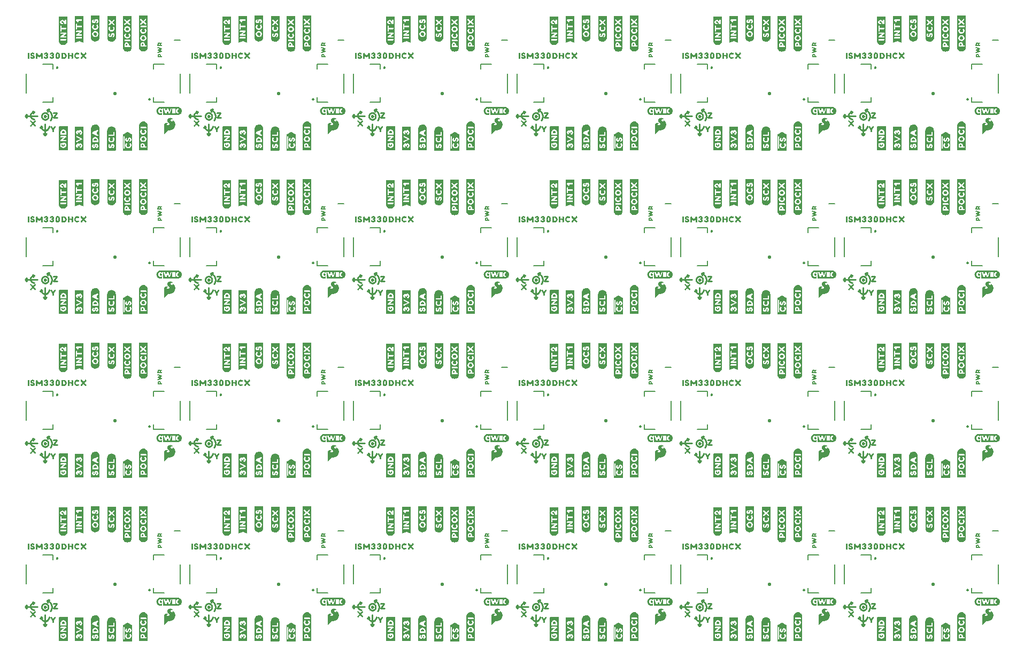
<source format=gto>
G04 EAGLE Gerber RS-274X export*
G75*
%MOMM*%
%FSLAX34Y34*%
%LPD*%
%INSilkscreen Top*%
%IPPOS*%
%AMOC8*
5,1,8,0,0,1.08239X$1,22.5*%
G01*
%ADD10C,0.254000*%
%ADD11C,0.203200*%
%ADD12C,0.560987*%

G36*
X190704Y954866D02*
X190704Y954866D01*
X190707Y954863D01*
X192107Y955063D01*
X192112Y955068D01*
X192116Y955065D01*
X192715Y955265D01*
X193414Y955465D01*
X193418Y955470D01*
X193422Y955468D01*
X194022Y955768D01*
X194025Y955775D01*
X194031Y955774D01*
X195031Y956574D01*
X195032Y956578D01*
X195035Y956577D01*
X196035Y957577D01*
X196036Y957589D01*
X196044Y957590D01*
X196944Y959390D01*
X196943Y959397D01*
X196947Y959398D01*
X197147Y960098D01*
X197146Y960103D01*
X197149Y960105D01*
X197249Y960804D01*
X197349Y961404D01*
X197346Y961409D01*
X197349Y961412D01*
X197349Y1011612D01*
X197313Y1011659D01*
X197310Y1011657D01*
X197308Y1011661D01*
X196708Y1011761D01*
X196703Y1011758D01*
X196700Y1011761D01*
X183800Y1011761D01*
X183753Y1011725D01*
X183754Y1011723D01*
X183752Y1011722D01*
X183652Y1011222D01*
X183653Y1011219D01*
X183653Y1011218D01*
X183655Y1011215D01*
X183651Y1011212D01*
X183651Y961612D01*
X183654Y961607D01*
X183651Y961604D01*
X183751Y961004D01*
X183851Y960305D01*
X183951Y959605D01*
X183959Y959597D01*
X183956Y959590D01*
X184856Y957790D01*
X184863Y957787D01*
X184862Y957781D01*
X185262Y957281D01*
X185266Y957280D01*
X185265Y957277D01*
X186265Y956277D01*
X186272Y956276D01*
X186273Y956271D01*
X186873Y955871D01*
X186877Y955871D01*
X186878Y955868D01*
X188078Y955268D01*
X188083Y955269D01*
X188084Y955265D01*
X188684Y955065D01*
X188691Y955067D01*
X188693Y955063D01*
X190093Y954863D01*
X190098Y954866D01*
X190100Y954863D01*
X190700Y954863D01*
X190704Y954866D01*
G37*
G36*
X708864Y954866D02*
X708864Y954866D01*
X708867Y954863D01*
X710267Y955063D01*
X710272Y955068D01*
X710276Y955065D01*
X710875Y955265D01*
X711574Y955465D01*
X711578Y955470D01*
X711582Y955468D01*
X712182Y955768D01*
X712185Y955775D01*
X712191Y955774D01*
X713191Y956574D01*
X713192Y956578D01*
X713195Y956577D01*
X714195Y957577D01*
X714196Y957589D01*
X714204Y957590D01*
X715104Y959390D01*
X715103Y959397D01*
X715107Y959398D01*
X715307Y960098D01*
X715306Y960103D01*
X715309Y960105D01*
X715409Y960804D01*
X715509Y961404D01*
X715506Y961409D01*
X715509Y961412D01*
X715509Y1011612D01*
X715473Y1011659D01*
X715470Y1011657D01*
X715468Y1011661D01*
X714868Y1011761D01*
X714863Y1011758D01*
X714860Y1011761D01*
X701960Y1011761D01*
X701913Y1011725D01*
X701914Y1011723D01*
X701912Y1011722D01*
X701812Y1011222D01*
X701813Y1011219D01*
X701813Y1011218D01*
X701815Y1011215D01*
X701811Y1011212D01*
X701811Y961612D01*
X701814Y961607D01*
X701811Y961604D01*
X701911Y961004D01*
X702011Y960305D01*
X702111Y959605D01*
X702119Y959597D01*
X702116Y959590D01*
X703016Y957790D01*
X703023Y957787D01*
X703022Y957781D01*
X703422Y957281D01*
X703426Y957280D01*
X703425Y957277D01*
X704425Y956277D01*
X704432Y956276D01*
X704433Y956271D01*
X705033Y955871D01*
X705037Y955871D01*
X705038Y955868D01*
X706238Y955268D01*
X706243Y955269D01*
X706244Y955265D01*
X706844Y955065D01*
X706851Y955067D01*
X706853Y955063D01*
X708253Y954863D01*
X708258Y954866D01*
X708260Y954863D01*
X708860Y954863D01*
X708864Y954866D01*
G37*
G36*
X1227024Y954866D02*
X1227024Y954866D01*
X1227027Y954863D01*
X1228427Y955063D01*
X1228432Y955068D01*
X1228436Y955065D01*
X1229035Y955265D01*
X1229734Y955465D01*
X1229738Y955470D01*
X1229742Y955468D01*
X1230342Y955768D01*
X1230345Y955775D01*
X1230351Y955774D01*
X1231351Y956574D01*
X1231352Y956578D01*
X1231355Y956577D01*
X1232355Y957577D01*
X1232356Y957589D01*
X1232364Y957590D01*
X1233264Y959390D01*
X1233263Y959397D01*
X1233267Y959398D01*
X1233467Y960098D01*
X1233466Y960103D01*
X1233469Y960105D01*
X1233569Y960804D01*
X1233669Y961404D01*
X1233666Y961409D01*
X1233669Y961412D01*
X1233669Y1011612D01*
X1233633Y1011659D01*
X1233630Y1011657D01*
X1233628Y1011661D01*
X1233028Y1011761D01*
X1233023Y1011758D01*
X1233020Y1011761D01*
X1220120Y1011761D01*
X1220073Y1011725D01*
X1220074Y1011723D01*
X1220072Y1011722D01*
X1219972Y1011222D01*
X1219973Y1011219D01*
X1219973Y1011218D01*
X1219975Y1011215D01*
X1219971Y1011212D01*
X1219971Y961612D01*
X1219974Y961607D01*
X1219971Y961604D01*
X1220071Y961004D01*
X1220171Y960305D01*
X1220271Y959605D01*
X1220279Y959597D01*
X1220276Y959590D01*
X1221176Y957790D01*
X1221183Y957787D01*
X1221182Y957781D01*
X1221582Y957281D01*
X1221586Y957280D01*
X1221585Y957277D01*
X1222585Y956277D01*
X1222592Y956276D01*
X1222593Y956271D01*
X1223193Y955871D01*
X1223197Y955871D01*
X1223198Y955868D01*
X1224398Y955268D01*
X1224403Y955269D01*
X1224404Y955265D01*
X1225004Y955065D01*
X1225011Y955067D01*
X1225013Y955063D01*
X1226413Y954863D01*
X1226418Y954866D01*
X1226420Y954863D01*
X1227020Y954863D01*
X1227024Y954866D01*
G37*
G36*
X449784Y954866D02*
X449784Y954866D01*
X449787Y954863D01*
X451187Y955063D01*
X451192Y955068D01*
X451196Y955065D01*
X451795Y955265D01*
X452494Y955465D01*
X452498Y955470D01*
X452502Y955468D01*
X453102Y955768D01*
X453105Y955775D01*
X453111Y955774D01*
X454111Y956574D01*
X454112Y956578D01*
X454115Y956577D01*
X455115Y957577D01*
X455116Y957589D01*
X455124Y957590D01*
X456024Y959390D01*
X456023Y959397D01*
X456027Y959398D01*
X456227Y960098D01*
X456226Y960103D01*
X456229Y960105D01*
X456329Y960804D01*
X456429Y961404D01*
X456426Y961409D01*
X456429Y961412D01*
X456429Y1011612D01*
X456393Y1011659D01*
X456390Y1011657D01*
X456388Y1011661D01*
X455788Y1011761D01*
X455783Y1011758D01*
X455780Y1011761D01*
X442880Y1011761D01*
X442833Y1011725D01*
X442834Y1011723D01*
X442832Y1011722D01*
X442732Y1011222D01*
X442733Y1011219D01*
X442733Y1011218D01*
X442735Y1011215D01*
X442731Y1011212D01*
X442731Y961612D01*
X442734Y961607D01*
X442731Y961604D01*
X442831Y961004D01*
X442931Y960305D01*
X443031Y959605D01*
X443039Y959597D01*
X443036Y959590D01*
X443936Y957790D01*
X443943Y957787D01*
X443942Y957781D01*
X444342Y957281D01*
X444346Y957280D01*
X444345Y957277D01*
X445345Y956277D01*
X445352Y956276D01*
X445353Y956271D01*
X445953Y955871D01*
X445957Y955871D01*
X445958Y955868D01*
X447158Y955268D01*
X447163Y955269D01*
X447164Y955265D01*
X447764Y955065D01*
X447771Y955067D01*
X447773Y955063D01*
X449173Y954863D01*
X449178Y954866D01*
X449180Y954863D01*
X449780Y954863D01*
X449784Y954866D01*
G37*
G36*
X1486104Y954866D02*
X1486104Y954866D01*
X1486107Y954863D01*
X1487507Y955063D01*
X1487512Y955068D01*
X1487516Y955065D01*
X1488115Y955265D01*
X1488814Y955465D01*
X1488818Y955470D01*
X1488822Y955468D01*
X1489422Y955768D01*
X1489425Y955775D01*
X1489431Y955774D01*
X1490431Y956574D01*
X1490432Y956578D01*
X1490435Y956577D01*
X1491435Y957577D01*
X1491436Y957589D01*
X1491444Y957590D01*
X1492344Y959390D01*
X1492343Y959397D01*
X1492347Y959398D01*
X1492547Y960098D01*
X1492546Y960103D01*
X1492549Y960105D01*
X1492649Y960804D01*
X1492749Y961404D01*
X1492746Y961409D01*
X1492749Y961412D01*
X1492749Y1011612D01*
X1492713Y1011659D01*
X1492710Y1011657D01*
X1492708Y1011661D01*
X1492108Y1011761D01*
X1492103Y1011758D01*
X1492100Y1011761D01*
X1479200Y1011761D01*
X1479153Y1011725D01*
X1479154Y1011723D01*
X1479152Y1011722D01*
X1479052Y1011222D01*
X1479053Y1011219D01*
X1479053Y1011218D01*
X1479055Y1011215D01*
X1479051Y1011212D01*
X1479051Y961612D01*
X1479054Y961607D01*
X1479051Y961604D01*
X1479151Y961004D01*
X1479251Y960305D01*
X1479351Y959605D01*
X1479359Y959597D01*
X1479356Y959590D01*
X1480256Y957790D01*
X1480263Y957787D01*
X1480262Y957781D01*
X1480662Y957281D01*
X1480666Y957280D01*
X1480665Y957277D01*
X1481665Y956277D01*
X1481672Y956276D01*
X1481673Y956271D01*
X1482273Y955871D01*
X1482277Y955871D01*
X1482278Y955868D01*
X1483478Y955268D01*
X1483483Y955269D01*
X1483484Y955265D01*
X1484084Y955065D01*
X1484091Y955067D01*
X1484093Y955063D01*
X1485493Y954863D01*
X1485498Y954866D01*
X1485500Y954863D01*
X1486100Y954863D01*
X1486104Y954866D01*
G37*
G36*
X967944Y954866D02*
X967944Y954866D01*
X967947Y954863D01*
X969347Y955063D01*
X969352Y955068D01*
X969356Y955065D01*
X969955Y955265D01*
X970654Y955465D01*
X970658Y955470D01*
X970662Y955468D01*
X971262Y955768D01*
X971265Y955775D01*
X971271Y955774D01*
X972271Y956574D01*
X972272Y956578D01*
X972275Y956577D01*
X973275Y957577D01*
X973276Y957589D01*
X973284Y957590D01*
X974184Y959390D01*
X974183Y959397D01*
X974187Y959398D01*
X974387Y960098D01*
X974386Y960103D01*
X974389Y960105D01*
X974489Y960804D01*
X974589Y961404D01*
X974586Y961409D01*
X974589Y961412D01*
X974589Y1011612D01*
X974553Y1011659D01*
X974550Y1011657D01*
X974548Y1011661D01*
X973948Y1011761D01*
X973943Y1011758D01*
X973940Y1011761D01*
X961040Y1011761D01*
X960993Y1011725D01*
X960994Y1011723D01*
X960992Y1011722D01*
X960892Y1011222D01*
X960893Y1011219D01*
X960893Y1011218D01*
X960895Y1011215D01*
X960891Y1011212D01*
X960891Y961612D01*
X960894Y961607D01*
X960891Y961604D01*
X960991Y961004D01*
X961091Y960305D01*
X961191Y959605D01*
X961199Y959597D01*
X961196Y959590D01*
X962096Y957790D01*
X962103Y957787D01*
X962102Y957781D01*
X962502Y957281D01*
X962506Y957280D01*
X962505Y957277D01*
X963505Y956277D01*
X963512Y956276D01*
X963513Y956271D01*
X964113Y955871D01*
X964117Y955871D01*
X964118Y955868D01*
X965318Y955268D01*
X965323Y955269D01*
X965324Y955265D01*
X965924Y955065D01*
X965931Y955067D01*
X965933Y955063D01*
X967333Y954863D01*
X967338Y954866D01*
X967340Y954863D01*
X967940Y954863D01*
X967944Y954866D01*
G37*
G36*
X708864Y177626D02*
X708864Y177626D01*
X708867Y177623D01*
X710267Y177823D01*
X710272Y177828D01*
X710276Y177825D01*
X710875Y178025D01*
X711574Y178225D01*
X711578Y178230D01*
X711582Y178228D01*
X712182Y178528D01*
X712185Y178535D01*
X712191Y178534D01*
X713191Y179334D01*
X713192Y179338D01*
X713195Y179337D01*
X714195Y180337D01*
X714196Y180349D01*
X714204Y180350D01*
X715104Y182150D01*
X715103Y182157D01*
X715107Y182158D01*
X715307Y182858D01*
X715306Y182863D01*
X715309Y182865D01*
X715409Y183564D01*
X715509Y184164D01*
X715506Y184169D01*
X715509Y184172D01*
X715509Y234372D01*
X715473Y234419D01*
X715470Y234417D01*
X715468Y234421D01*
X714868Y234521D01*
X714863Y234518D01*
X714860Y234521D01*
X701960Y234521D01*
X701913Y234485D01*
X701914Y234483D01*
X701912Y234482D01*
X701812Y233982D01*
X701813Y233979D01*
X701813Y233978D01*
X701815Y233975D01*
X701811Y233972D01*
X701811Y184372D01*
X701814Y184367D01*
X701811Y184364D01*
X701911Y183764D01*
X702011Y183065D01*
X702111Y182365D01*
X702119Y182357D01*
X702116Y182350D01*
X703016Y180550D01*
X703023Y180547D01*
X703022Y180541D01*
X703422Y180041D01*
X703426Y180040D01*
X703425Y180037D01*
X704425Y179037D01*
X704432Y179036D01*
X704433Y179031D01*
X705033Y178631D01*
X705037Y178631D01*
X705038Y178628D01*
X706238Y178028D01*
X706243Y178029D01*
X706244Y178025D01*
X706844Y177825D01*
X706851Y177827D01*
X706853Y177823D01*
X708253Y177623D01*
X708258Y177626D01*
X708260Y177623D01*
X708860Y177623D01*
X708864Y177626D01*
G37*
G36*
X1227024Y177626D02*
X1227024Y177626D01*
X1227027Y177623D01*
X1228427Y177823D01*
X1228432Y177828D01*
X1228436Y177825D01*
X1229035Y178025D01*
X1229734Y178225D01*
X1229738Y178230D01*
X1229742Y178228D01*
X1230342Y178528D01*
X1230345Y178535D01*
X1230351Y178534D01*
X1231351Y179334D01*
X1231352Y179338D01*
X1231355Y179337D01*
X1232355Y180337D01*
X1232356Y180349D01*
X1232364Y180350D01*
X1233264Y182150D01*
X1233263Y182157D01*
X1233267Y182158D01*
X1233467Y182858D01*
X1233466Y182863D01*
X1233469Y182865D01*
X1233569Y183564D01*
X1233669Y184164D01*
X1233666Y184169D01*
X1233669Y184172D01*
X1233669Y234372D01*
X1233633Y234419D01*
X1233630Y234417D01*
X1233628Y234421D01*
X1233028Y234521D01*
X1233023Y234518D01*
X1233020Y234521D01*
X1220120Y234521D01*
X1220073Y234485D01*
X1220074Y234483D01*
X1220072Y234482D01*
X1219972Y233982D01*
X1219973Y233979D01*
X1219973Y233978D01*
X1219975Y233975D01*
X1219971Y233972D01*
X1219971Y184372D01*
X1219974Y184367D01*
X1219971Y184364D01*
X1220071Y183764D01*
X1220171Y183065D01*
X1220271Y182365D01*
X1220279Y182357D01*
X1220276Y182350D01*
X1221176Y180550D01*
X1221183Y180547D01*
X1221182Y180541D01*
X1221582Y180041D01*
X1221586Y180040D01*
X1221585Y180037D01*
X1222585Y179037D01*
X1222592Y179036D01*
X1222593Y179031D01*
X1223193Y178631D01*
X1223197Y178631D01*
X1223198Y178628D01*
X1224398Y178028D01*
X1224403Y178029D01*
X1224404Y178025D01*
X1225004Y177825D01*
X1225011Y177827D01*
X1225013Y177823D01*
X1226413Y177623D01*
X1226418Y177626D01*
X1226420Y177623D01*
X1227020Y177623D01*
X1227024Y177626D01*
G37*
G36*
X967944Y177626D02*
X967944Y177626D01*
X967947Y177623D01*
X969347Y177823D01*
X969352Y177828D01*
X969356Y177825D01*
X969955Y178025D01*
X970654Y178225D01*
X970658Y178230D01*
X970662Y178228D01*
X971262Y178528D01*
X971265Y178535D01*
X971271Y178534D01*
X972271Y179334D01*
X972272Y179338D01*
X972275Y179337D01*
X973275Y180337D01*
X973276Y180349D01*
X973284Y180350D01*
X974184Y182150D01*
X974183Y182157D01*
X974187Y182158D01*
X974387Y182858D01*
X974386Y182863D01*
X974389Y182865D01*
X974489Y183564D01*
X974589Y184164D01*
X974586Y184169D01*
X974589Y184172D01*
X974589Y234372D01*
X974553Y234419D01*
X974550Y234417D01*
X974548Y234421D01*
X973948Y234521D01*
X973943Y234518D01*
X973940Y234521D01*
X961040Y234521D01*
X960993Y234485D01*
X960994Y234483D01*
X960992Y234482D01*
X960892Y233982D01*
X960893Y233979D01*
X960893Y233978D01*
X960895Y233975D01*
X960891Y233972D01*
X960891Y184372D01*
X960894Y184367D01*
X960891Y184364D01*
X960991Y183764D01*
X961091Y183065D01*
X961191Y182365D01*
X961199Y182357D01*
X961196Y182350D01*
X962096Y180550D01*
X962103Y180547D01*
X962102Y180541D01*
X962502Y180041D01*
X962506Y180040D01*
X962505Y180037D01*
X963505Y179037D01*
X963512Y179036D01*
X963513Y179031D01*
X964113Y178631D01*
X964117Y178631D01*
X964118Y178628D01*
X965318Y178028D01*
X965323Y178029D01*
X965324Y178025D01*
X965924Y177825D01*
X965931Y177827D01*
X965933Y177823D01*
X967333Y177623D01*
X967338Y177626D01*
X967340Y177623D01*
X967940Y177623D01*
X967944Y177626D01*
G37*
G36*
X967944Y695786D02*
X967944Y695786D01*
X967947Y695783D01*
X969347Y695983D01*
X969352Y695988D01*
X969356Y695985D01*
X969955Y696185D01*
X970654Y696385D01*
X970658Y696390D01*
X970662Y696388D01*
X971262Y696688D01*
X971265Y696695D01*
X971271Y696694D01*
X972271Y697494D01*
X972272Y697498D01*
X972275Y697497D01*
X973275Y698497D01*
X973276Y698509D01*
X973284Y698510D01*
X974184Y700310D01*
X974183Y700317D01*
X974187Y700318D01*
X974387Y701018D01*
X974386Y701023D01*
X974389Y701025D01*
X974489Y701724D01*
X974589Y702324D01*
X974586Y702329D01*
X974589Y702332D01*
X974589Y752532D01*
X974553Y752579D01*
X974550Y752577D01*
X974548Y752581D01*
X973948Y752681D01*
X973943Y752678D01*
X973940Y752681D01*
X961040Y752681D01*
X960993Y752645D01*
X960994Y752643D01*
X960992Y752642D01*
X960892Y752142D01*
X960893Y752139D01*
X960893Y752138D01*
X960895Y752135D01*
X960891Y752132D01*
X960891Y702532D01*
X960894Y702527D01*
X960891Y702524D01*
X960991Y701924D01*
X961091Y701225D01*
X961191Y700525D01*
X961199Y700517D01*
X961196Y700510D01*
X962096Y698710D01*
X962103Y698707D01*
X962102Y698701D01*
X962502Y698201D01*
X962506Y698200D01*
X962505Y698197D01*
X963505Y697197D01*
X963512Y697196D01*
X963513Y697191D01*
X964113Y696791D01*
X964117Y696791D01*
X964118Y696788D01*
X965318Y696188D01*
X965323Y696189D01*
X965324Y696185D01*
X965924Y695985D01*
X965931Y695987D01*
X965933Y695983D01*
X967333Y695783D01*
X967338Y695786D01*
X967340Y695783D01*
X967940Y695783D01*
X967944Y695786D01*
G37*
G36*
X683464Y695278D02*
X683464Y695278D01*
X683467Y695275D01*
X684867Y695475D01*
X684872Y695480D01*
X684876Y695477D01*
X685475Y695677D01*
X686174Y695877D01*
X686178Y695882D01*
X686182Y695880D01*
X686782Y696180D01*
X686785Y696187D01*
X686791Y696186D01*
X687791Y696986D01*
X687792Y696990D01*
X687795Y696989D01*
X688795Y697989D01*
X688796Y698001D01*
X688804Y698002D01*
X689704Y699802D01*
X689703Y699809D01*
X689707Y699810D01*
X689907Y700510D01*
X689906Y700515D01*
X689909Y700517D01*
X690009Y701216D01*
X690109Y701816D01*
X690106Y701821D01*
X690109Y701824D01*
X690109Y752024D01*
X690073Y752071D01*
X690070Y752069D01*
X690068Y752073D01*
X689468Y752173D01*
X689463Y752170D01*
X689460Y752173D01*
X676560Y752173D01*
X676513Y752137D01*
X676514Y752135D01*
X676512Y752134D01*
X676412Y751634D01*
X676413Y751631D01*
X676413Y751630D01*
X676415Y751627D01*
X676411Y751624D01*
X676411Y702024D01*
X676414Y702019D01*
X676411Y702016D01*
X676511Y701416D01*
X676611Y700717D01*
X676711Y700017D01*
X676719Y700009D01*
X676716Y700002D01*
X677616Y698202D01*
X677623Y698199D01*
X677622Y698193D01*
X678022Y697693D01*
X678026Y697692D01*
X678025Y697689D01*
X679025Y696689D01*
X679032Y696688D01*
X679033Y696683D01*
X679633Y696283D01*
X679637Y696283D01*
X679638Y696280D01*
X680838Y695680D01*
X680843Y695681D01*
X680844Y695677D01*
X681444Y695477D01*
X681451Y695479D01*
X681453Y695475D01*
X682853Y695275D01*
X682858Y695278D01*
X682860Y695275D01*
X683460Y695275D01*
X683464Y695278D01*
G37*
G36*
X1460704Y695278D02*
X1460704Y695278D01*
X1460707Y695275D01*
X1462107Y695475D01*
X1462112Y695480D01*
X1462116Y695477D01*
X1462715Y695677D01*
X1463414Y695877D01*
X1463418Y695882D01*
X1463422Y695880D01*
X1464022Y696180D01*
X1464025Y696187D01*
X1464031Y696186D01*
X1465031Y696986D01*
X1465032Y696990D01*
X1465035Y696989D01*
X1466035Y697989D01*
X1466036Y698001D01*
X1466044Y698002D01*
X1466944Y699802D01*
X1466943Y699809D01*
X1466947Y699810D01*
X1467147Y700510D01*
X1467146Y700515D01*
X1467149Y700517D01*
X1467249Y701216D01*
X1467349Y701816D01*
X1467346Y701821D01*
X1467349Y701824D01*
X1467349Y752024D01*
X1467313Y752071D01*
X1467310Y752069D01*
X1467308Y752073D01*
X1466708Y752173D01*
X1466703Y752170D01*
X1466700Y752173D01*
X1453800Y752173D01*
X1453753Y752137D01*
X1453754Y752135D01*
X1453752Y752134D01*
X1453652Y751634D01*
X1453653Y751631D01*
X1453653Y751630D01*
X1453655Y751627D01*
X1453651Y751624D01*
X1453651Y702024D01*
X1453654Y702019D01*
X1453651Y702016D01*
X1453751Y701416D01*
X1453851Y700717D01*
X1453951Y700017D01*
X1453959Y700009D01*
X1453956Y700002D01*
X1454856Y698202D01*
X1454863Y698199D01*
X1454862Y698193D01*
X1455262Y697693D01*
X1455266Y697692D01*
X1455265Y697689D01*
X1456265Y696689D01*
X1456272Y696688D01*
X1456273Y696683D01*
X1456873Y696283D01*
X1456877Y696283D01*
X1456878Y696280D01*
X1458078Y695680D01*
X1458083Y695681D01*
X1458084Y695677D01*
X1458684Y695477D01*
X1458691Y695479D01*
X1458693Y695475D01*
X1460093Y695275D01*
X1460098Y695278D01*
X1460100Y695275D01*
X1460700Y695275D01*
X1460704Y695278D01*
G37*
G36*
X1201624Y954358D02*
X1201624Y954358D01*
X1201627Y954355D01*
X1203027Y954555D01*
X1203032Y954560D01*
X1203036Y954557D01*
X1203635Y954757D01*
X1204334Y954957D01*
X1204338Y954962D01*
X1204342Y954960D01*
X1204942Y955260D01*
X1204945Y955267D01*
X1204951Y955266D01*
X1205951Y956066D01*
X1205952Y956070D01*
X1205955Y956069D01*
X1206955Y957069D01*
X1206956Y957081D01*
X1206964Y957082D01*
X1207864Y958882D01*
X1207863Y958889D01*
X1207867Y958890D01*
X1208067Y959590D01*
X1208066Y959595D01*
X1208069Y959597D01*
X1208169Y960296D01*
X1208269Y960896D01*
X1208266Y960901D01*
X1208269Y960904D01*
X1208269Y1011104D01*
X1208233Y1011151D01*
X1208230Y1011149D01*
X1208228Y1011153D01*
X1207628Y1011253D01*
X1207623Y1011250D01*
X1207620Y1011253D01*
X1194720Y1011253D01*
X1194673Y1011217D01*
X1194674Y1011215D01*
X1194672Y1011214D01*
X1194572Y1010714D01*
X1194573Y1010711D01*
X1194573Y1010710D01*
X1194575Y1010707D01*
X1194571Y1010704D01*
X1194571Y961104D01*
X1194574Y961099D01*
X1194571Y961096D01*
X1194671Y960496D01*
X1194771Y959797D01*
X1194871Y959097D01*
X1194879Y959089D01*
X1194876Y959082D01*
X1195776Y957282D01*
X1195783Y957279D01*
X1195782Y957273D01*
X1196182Y956773D01*
X1196186Y956772D01*
X1196185Y956769D01*
X1197185Y955769D01*
X1197192Y955768D01*
X1197193Y955763D01*
X1197793Y955363D01*
X1197797Y955363D01*
X1197798Y955360D01*
X1198998Y954760D01*
X1199003Y954761D01*
X1199004Y954757D01*
X1199604Y954557D01*
X1199611Y954559D01*
X1199613Y954555D01*
X1201013Y954355D01*
X1201018Y954358D01*
X1201020Y954355D01*
X1201620Y954355D01*
X1201624Y954358D01*
G37*
G36*
X683464Y954358D02*
X683464Y954358D01*
X683467Y954355D01*
X684867Y954555D01*
X684872Y954560D01*
X684876Y954557D01*
X685475Y954757D01*
X686174Y954957D01*
X686178Y954962D01*
X686182Y954960D01*
X686782Y955260D01*
X686785Y955267D01*
X686791Y955266D01*
X687791Y956066D01*
X687792Y956070D01*
X687795Y956069D01*
X688795Y957069D01*
X688796Y957081D01*
X688804Y957082D01*
X689704Y958882D01*
X689703Y958889D01*
X689707Y958890D01*
X689907Y959590D01*
X689906Y959595D01*
X689909Y959597D01*
X690009Y960296D01*
X690109Y960896D01*
X690106Y960901D01*
X690109Y960904D01*
X690109Y1011104D01*
X690073Y1011151D01*
X690070Y1011149D01*
X690068Y1011153D01*
X689468Y1011253D01*
X689463Y1011250D01*
X689460Y1011253D01*
X676560Y1011253D01*
X676513Y1011217D01*
X676514Y1011215D01*
X676512Y1011214D01*
X676412Y1010714D01*
X676413Y1010711D01*
X676413Y1010710D01*
X676415Y1010707D01*
X676411Y1010704D01*
X676411Y961104D01*
X676414Y961099D01*
X676411Y961096D01*
X676511Y960496D01*
X676611Y959797D01*
X676711Y959097D01*
X676719Y959089D01*
X676716Y959082D01*
X677616Y957282D01*
X677623Y957279D01*
X677622Y957273D01*
X678022Y956773D01*
X678026Y956772D01*
X678025Y956769D01*
X679025Y955769D01*
X679032Y955768D01*
X679033Y955763D01*
X679633Y955363D01*
X679637Y955363D01*
X679638Y955360D01*
X680838Y954760D01*
X680843Y954761D01*
X680844Y954757D01*
X681444Y954557D01*
X681451Y954559D01*
X681453Y954555D01*
X682853Y954355D01*
X682858Y954358D01*
X682860Y954355D01*
X683460Y954355D01*
X683464Y954358D01*
G37*
G36*
X1460704Y954358D02*
X1460704Y954358D01*
X1460707Y954355D01*
X1462107Y954555D01*
X1462112Y954560D01*
X1462116Y954557D01*
X1462715Y954757D01*
X1463414Y954957D01*
X1463418Y954962D01*
X1463422Y954960D01*
X1464022Y955260D01*
X1464025Y955267D01*
X1464031Y955266D01*
X1465031Y956066D01*
X1465032Y956070D01*
X1465035Y956069D01*
X1466035Y957069D01*
X1466036Y957081D01*
X1466044Y957082D01*
X1466944Y958882D01*
X1466943Y958889D01*
X1466947Y958890D01*
X1467147Y959590D01*
X1467146Y959595D01*
X1467149Y959597D01*
X1467249Y960296D01*
X1467349Y960896D01*
X1467346Y960901D01*
X1467349Y960904D01*
X1467349Y1011104D01*
X1467313Y1011151D01*
X1467310Y1011149D01*
X1467308Y1011153D01*
X1466708Y1011253D01*
X1466703Y1011250D01*
X1466700Y1011253D01*
X1453800Y1011253D01*
X1453753Y1011217D01*
X1453754Y1011215D01*
X1453752Y1011214D01*
X1453652Y1010714D01*
X1453653Y1010711D01*
X1453653Y1010710D01*
X1453655Y1010707D01*
X1453651Y1010704D01*
X1453651Y961104D01*
X1453654Y961099D01*
X1453651Y961096D01*
X1453751Y960496D01*
X1453851Y959797D01*
X1453951Y959097D01*
X1453959Y959089D01*
X1453956Y959082D01*
X1454856Y957282D01*
X1454863Y957279D01*
X1454862Y957273D01*
X1455262Y956773D01*
X1455266Y956772D01*
X1455265Y956769D01*
X1456265Y955769D01*
X1456272Y955768D01*
X1456273Y955763D01*
X1456873Y955363D01*
X1456877Y955363D01*
X1456878Y955360D01*
X1458078Y954760D01*
X1458083Y954761D01*
X1458084Y954757D01*
X1458684Y954557D01*
X1458691Y954559D01*
X1458693Y954555D01*
X1460093Y954355D01*
X1460098Y954358D01*
X1460100Y954355D01*
X1460700Y954355D01*
X1460704Y954358D01*
G37*
G36*
X165304Y954358D02*
X165304Y954358D01*
X165307Y954355D01*
X166707Y954555D01*
X166712Y954560D01*
X166716Y954557D01*
X167315Y954757D01*
X168014Y954957D01*
X168018Y954962D01*
X168022Y954960D01*
X168622Y955260D01*
X168625Y955267D01*
X168631Y955266D01*
X169631Y956066D01*
X169632Y956070D01*
X169635Y956069D01*
X170635Y957069D01*
X170636Y957081D01*
X170644Y957082D01*
X171544Y958882D01*
X171543Y958889D01*
X171547Y958890D01*
X171747Y959590D01*
X171746Y959595D01*
X171749Y959597D01*
X171849Y960296D01*
X171949Y960896D01*
X171946Y960901D01*
X171949Y960904D01*
X171949Y1011104D01*
X171913Y1011151D01*
X171910Y1011149D01*
X171908Y1011153D01*
X171308Y1011253D01*
X171303Y1011250D01*
X171300Y1011253D01*
X158400Y1011253D01*
X158353Y1011217D01*
X158354Y1011215D01*
X158352Y1011214D01*
X158252Y1010714D01*
X158253Y1010711D01*
X158253Y1010710D01*
X158255Y1010707D01*
X158251Y1010704D01*
X158251Y961104D01*
X158254Y961099D01*
X158251Y961096D01*
X158351Y960496D01*
X158451Y959797D01*
X158551Y959097D01*
X158559Y959089D01*
X158556Y959082D01*
X159456Y957282D01*
X159463Y957279D01*
X159462Y957273D01*
X159862Y956773D01*
X159866Y956772D01*
X159865Y956769D01*
X160865Y955769D01*
X160872Y955768D01*
X160873Y955763D01*
X161473Y955363D01*
X161477Y955363D01*
X161478Y955360D01*
X162678Y954760D01*
X162683Y954761D01*
X162684Y954757D01*
X163284Y954557D01*
X163291Y954559D01*
X163293Y954555D01*
X164693Y954355D01*
X164698Y954358D01*
X164700Y954355D01*
X165300Y954355D01*
X165304Y954358D01*
G37*
G36*
X942544Y954358D02*
X942544Y954358D01*
X942547Y954355D01*
X943947Y954555D01*
X943952Y954560D01*
X943956Y954557D01*
X944555Y954757D01*
X945254Y954957D01*
X945258Y954962D01*
X945262Y954960D01*
X945862Y955260D01*
X945865Y955267D01*
X945871Y955266D01*
X946871Y956066D01*
X946872Y956070D01*
X946875Y956069D01*
X947875Y957069D01*
X947876Y957081D01*
X947884Y957082D01*
X948784Y958882D01*
X948783Y958889D01*
X948787Y958890D01*
X948987Y959590D01*
X948986Y959595D01*
X948989Y959597D01*
X949089Y960296D01*
X949189Y960896D01*
X949186Y960901D01*
X949189Y960904D01*
X949189Y1011104D01*
X949153Y1011151D01*
X949150Y1011149D01*
X949148Y1011153D01*
X948548Y1011253D01*
X948543Y1011250D01*
X948540Y1011253D01*
X935640Y1011253D01*
X935593Y1011217D01*
X935594Y1011215D01*
X935592Y1011214D01*
X935492Y1010714D01*
X935493Y1010711D01*
X935493Y1010710D01*
X935495Y1010707D01*
X935491Y1010704D01*
X935491Y961104D01*
X935494Y961099D01*
X935491Y961096D01*
X935591Y960496D01*
X935691Y959797D01*
X935791Y959097D01*
X935799Y959089D01*
X935796Y959082D01*
X936696Y957282D01*
X936703Y957279D01*
X936702Y957273D01*
X937102Y956773D01*
X937106Y956772D01*
X937105Y956769D01*
X938105Y955769D01*
X938112Y955768D01*
X938113Y955763D01*
X938713Y955363D01*
X938717Y955363D01*
X938718Y955360D01*
X939918Y954760D01*
X939923Y954761D01*
X939924Y954757D01*
X940524Y954557D01*
X940531Y954559D01*
X940533Y954555D01*
X941933Y954355D01*
X941938Y954358D01*
X941940Y954355D01*
X942540Y954355D01*
X942544Y954358D01*
G37*
G36*
X424384Y954358D02*
X424384Y954358D01*
X424387Y954355D01*
X425787Y954555D01*
X425792Y954560D01*
X425796Y954557D01*
X426395Y954757D01*
X427094Y954957D01*
X427098Y954962D01*
X427102Y954960D01*
X427702Y955260D01*
X427705Y955267D01*
X427711Y955266D01*
X428711Y956066D01*
X428712Y956070D01*
X428715Y956069D01*
X429715Y957069D01*
X429716Y957081D01*
X429724Y957082D01*
X430624Y958882D01*
X430623Y958889D01*
X430627Y958890D01*
X430827Y959590D01*
X430826Y959595D01*
X430829Y959597D01*
X430929Y960296D01*
X431029Y960896D01*
X431026Y960901D01*
X431029Y960904D01*
X431029Y1011104D01*
X430993Y1011151D01*
X430990Y1011149D01*
X430988Y1011153D01*
X430388Y1011253D01*
X430383Y1011250D01*
X430380Y1011253D01*
X417480Y1011253D01*
X417433Y1011217D01*
X417434Y1011215D01*
X417432Y1011214D01*
X417332Y1010714D01*
X417333Y1010711D01*
X417333Y1010710D01*
X417335Y1010707D01*
X417331Y1010704D01*
X417331Y961104D01*
X417334Y961099D01*
X417331Y961096D01*
X417431Y960496D01*
X417531Y959797D01*
X417631Y959097D01*
X417639Y959089D01*
X417636Y959082D01*
X418536Y957282D01*
X418543Y957279D01*
X418542Y957273D01*
X418942Y956773D01*
X418946Y956772D01*
X418945Y956769D01*
X419945Y955769D01*
X419952Y955768D01*
X419953Y955763D01*
X420553Y955363D01*
X420557Y955363D01*
X420558Y955360D01*
X421758Y954760D01*
X421763Y954761D01*
X421764Y954757D01*
X422364Y954557D01*
X422371Y954559D01*
X422373Y954555D01*
X423773Y954355D01*
X423778Y954358D01*
X423780Y954355D01*
X424380Y954355D01*
X424384Y954358D01*
G37*
G36*
X190704Y177626D02*
X190704Y177626D01*
X190707Y177623D01*
X192107Y177823D01*
X192112Y177828D01*
X192116Y177825D01*
X192715Y178025D01*
X193414Y178225D01*
X193418Y178230D01*
X193422Y178228D01*
X194022Y178528D01*
X194025Y178535D01*
X194031Y178534D01*
X195031Y179334D01*
X195032Y179338D01*
X195035Y179337D01*
X196035Y180337D01*
X196036Y180349D01*
X196044Y180350D01*
X196944Y182150D01*
X196943Y182157D01*
X196947Y182158D01*
X197147Y182858D01*
X197146Y182863D01*
X197149Y182865D01*
X197249Y183564D01*
X197349Y184164D01*
X197346Y184169D01*
X197349Y184172D01*
X197349Y234372D01*
X197313Y234419D01*
X197310Y234417D01*
X197308Y234421D01*
X196708Y234521D01*
X196703Y234518D01*
X196700Y234521D01*
X183800Y234521D01*
X183753Y234485D01*
X183754Y234483D01*
X183752Y234482D01*
X183652Y233982D01*
X183653Y233979D01*
X183653Y233978D01*
X183655Y233975D01*
X183651Y233972D01*
X183651Y184372D01*
X183654Y184367D01*
X183651Y184364D01*
X183751Y183764D01*
X183851Y183065D01*
X183951Y182365D01*
X183959Y182357D01*
X183956Y182350D01*
X184856Y180550D01*
X184863Y180547D01*
X184862Y180541D01*
X185262Y180041D01*
X185266Y180040D01*
X185265Y180037D01*
X186265Y179037D01*
X186272Y179036D01*
X186273Y179031D01*
X186873Y178631D01*
X186877Y178631D01*
X186878Y178628D01*
X188078Y178028D01*
X188083Y178029D01*
X188084Y178025D01*
X188684Y177825D01*
X188691Y177827D01*
X188693Y177823D01*
X190093Y177623D01*
X190098Y177626D01*
X190100Y177623D01*
X190700Y177623D01*
X190704Y177626D01*
G37*
G36*
X449784Y695786D02*
X449784Y695786D01*
X449787Y695783D01*
X451187Y695983D01*
X451192Y695988D01*
X451196Y695985D01*
X451795Y696185D01*
X452494Y696385D01*
X452498Y696390D01*
X452502Y696388D01*
X453102Y696688D01*
X453105Y696695D01*
X453111Y696694D01*
X454111Y697494D01*
X454112Y697498D01*
X454115Y697497D01*
X455115Y698497D01*
X455116Y698509D01*
X455124Y698510D01*
X456024Y700310D01*
X456023Y700317D01*
X456027Y700318D01*
X456227Y701018D01*
X456226Y701023D01*
X456229Y701025D01*
X456329Y701724D01*
X456429Y702324D01*
X456426Y702329D01*
X456429Y702332D01*
X456429Y752532D01*
X456393Y752579D01*
X456390Y752577D01*
X456388Y752581D01*
X455788Y752681D01*
X455783Y752678D01*
X455780Y752681D01*
X442880Y752681D01*
X442833Y752645D01*
X442834Y752643D01*
X442832Y752642D01*
X442732Y752142D01*
X442733Y752139D01*
X442733Y752138D01*
X442735Y752135D01*
X442731Y752132D01*
X442731Y702532D01*
X442734Y702527D01*
X442731Y702524D01*
X442831Y701924D01*
X442931Y701225D01*
X443031Y700525D01*
X443039Y700517D01*
X443036Y700510D01*
X443936Y698710D01*
X443943Y698707D01*
X443942Y698701D01*
X444342Y698201D01*
X444346Y698200D01*
X444345Y698197D01*
X445345Y697197D01*
X445352Y697196D01*
X445353Y697191D01*
X445953Y696791D01*
X445957Y696791D01*
X445958Y696788D01*
X447158Y696188D01*
X447163Y696189D01*
X447164Y696185D01*
X447764Y695985D01*
X447771Y695987D01*
X447773Y695983D01*
X449173Y695783D01*
X449178Y695786D01*
X449180Y695783D01*
X449780Y695783D01*
X449784Y695786D01*
G37*
G36*
X165304Y436198D02*
X165304Y436198D01*
X165307Y436195D01*
X166707Y436395D01*
X166712Y436400D01*
X166716Y436397D01*
X167315Y436597D01*
X168014Y436797D01*
X168018Y436802D01*
X168022Y436800D01*
X168622Y437100D01*
X168625Y437107D01*
X168631Y437106D01*
X169631Y437906D01*
X169632Y437910D01*
X169635Y437909D01*
X170635Y438909D01*
X170636Y438921D01*
X170644Y438922D01*
X171544Y440722D01*
X171543Y440729D01*
X171547Y440730D01*
X171747Y441430D01*
X171746Y441435D01*
X171749Y441437D01*
X171849Y442136D01*
X171949Y442736D01*
X171946Y442741D01*
X171949Y442744D01*
X171949Y492944D01*
X171913Y492991D01*
X171910Y492989D01*
X171908Y492993D01*
X171308Y493093D01*
X171303Y493090D01*
X171300Y493093D01*
X158400Y493093D01*
X158353Y493057D01*
X158354Y493055D01*
X158352Y493054D01*
X158252Y492554D01*
X158253Y492551D01*
X158253Y492550D01*
X158255Y492547D01*
X158251Y492544D01*
X158251Y442944D01*
X158254Y442939D01*
X158251Y442936D01*
X158351Y442336D01*
X158451Y441637D01*
X158551Y440937D01*
X158559Y440929D01*
X158556Y440922D01*
X159456Y439122D01*
X159463Y439119D01*
X159462Y439113D01*
X159862Y438613D01*
X159866Y438612D01*
X159865Y438609D01*
X160865Y437609D01*
X160872Y437608D01*
X160873Y437603D01*
X161473Y437203D01*
X161477Y437203D01*
X161478Y437200D01*
X162678Y436600D01*
X162683Y436601D01*
X162684Y436597D01*
X163284Y436397D01*
X163291Y436399D01*
X163293Y436395D01*
X164693Y436195D01*
X164698Y436198D01*
X164700Y436195D01*
X165300Y436195D01*
X165304Y436198D01*
G37*
G36*
X942544Y436198D02*
X942544Y436198D01*
X942547Y436195D01*
X943947Y436395D01*
X943952Y436400D01*
X943956Y436397D01*
X944555Y436597D01*
X945254Y436797D01*
X945258Y436802D01*
X945262Y436800D01*
X945862Y437100D01*
X945865Y437107D01*
X945871Y437106D01*
X946871Y437906D01*
X946872Y437910D01*
X946875Y437909D01*
X947875Y438909D01*
X947876Y438921D01*
X947884Y438922D01*
X948784Y440722D01*
X948783Y440729D01*
X948787Y440730D01*
X948987Y441430D01*
X948986Y441435D01*
X948989Y441437D01*
X949089Y442136D01*
X949189Y442736D01*
X949186Y442741D01*
X949189Y442744D01*
X949189Y492944D01*
X949153Y492991D01*
X949150Y492989D01*
X949148Y492993D01*
X948548Y493093D01*
X948543Y493090D01*
X948540Y493093D01*
X935640Y493093D01*
X935593Y493057D01*
X935594Y493055D01*
X935592Y493054D01*
X935492Y492554D01*
X935493Y492551D01*
X935493Y492550D01*
X935495Y492547D01*
X935491Y492544D01*
X935491Y442944D01*
X935494Y442939D01*
X935491Y442936D01*
X935591Y442336D01*
X935691Y441637D01*
X935791Y440937D01*
X935799Y440929D01*
X935796Y440922D01*
X936696Y439122D01*
X936703Y439119D01*
X936702Y439113D01*
X937102Y438613D01*
X937106Y438612D01*
X937105Y438609D01*
X938105Y437609D01*
X938112Y437608D01*
X938113Y437603D01*
X938713Y437203D01*
X938717Y437203D01*
X938718Y437200D01*
X939918Y436600D01*
X939923Y436601D01*
X939924Y436597D01*
X940524Y436397D01*
X940531Y436399D01*
X940533Y436395D01*
X941933Y436195D01*
X941938Y436198D01*
X941940Y436195D01*
X942540Y436195D01*
X942544Y436198D01*
G37*
G36*
X1486104Y695786D02*
X1486104Y695786D01*
X1486107Y695783D01*
X1487507Y695983D01*
X1487512Y695988D01*
X1487516Y695985D01*
X1488115Y696185D01*
X1488814Y696385D01*
X1488818Y696390D01*
X1488822Y696388D01*
X1489422Y696688D01*
X1489425Y696695D01*
X1489431Y696694D01*
X1490431Y697494D01*
X1490432Y697498D01*
X1490435Y697497D01*
X1491435Y698497D01*
X1491436Y698509D01*
X1491444Y698510D01*
X1492344Y700310D01*
X1492343Y700317D01*
X1492347Y700318D01*
X1492547Y701018D01*
X1492546Y701023D01*
X1492549Y701025D01*
X1492649Y701724D01*
X1492749Y702324D01*
X1492746Y702329D01*
X1492749Y702332D01*
X1492749Y752532D01*
X1492713Y752579D01*
X1492710Y752577D01*
X1492708Y752581D01*
X1492108Y752681D01*
X1492103Y752678D01*
X1492100Y752681D01*
X1479200Y752681D01*
X1479153Y752645D01*
X1479154Y752643D01*
X1479152Y752642D01*
X1479052Y752142D01*
X1479053Y752139D01*
X1479053Y752138D01*
X1479055Y752135D01*
X1479051Y752132D01*
X1479051Y702532D01*
X1479054Y702527D01*
X1479051Y702524D01*
X1479151Y701924D01*
X1479251Y701225D01*
X1479351Y700525D01*
X1479359Y700517D01*
X1479356Y700510D01*
X1480256Y698710D01*
X1480263Y698707D01*
X1480262Y698701D01*
X1480662Y698201D01*
X1480666Y698200D01*
X1480665Y698197D01*
X1481665Y697197D01*
X1481672Y697196D01*
X1481673Y697191D01*
X1482273Y696791D01*
X1482277Y696791D01*
X1482278Y696788D01*
X1483478Y696188D01*
X1483483Y696189D01*
X1483484Y696185D01*
X1484084Y695985D01*
X1484091Y695987D01*
X1484093Y695983D01*
X1485493Y695783D01*
X1485498Y695786D01*
X1485500Y695783D01*
X1486100Y695783D01*
X1486104Y695786D01*
G37*
G36*
X424384Y436198D02*
X424384Y436198D01*
X424387Y436195D01*
X425787Y436395D01*
X425792Y436400D01*
X425796Y436397D01*
X426395Y436597D01*
X427094Y436797D01*
X427098Y436802D01*
X427102Y436800D01*
X427702Y437100D01*
X427705Y437107D01*
X427711Y437106D01*
X428711Y437906D01*
X428712Y437910D01*
X428715Y437909D01*
X429715Y438909D01*
X429716Y438921D01*
X429724Y438922D01*
X430624Y440722D01*
X430623Y440729D01*
X430627Y440730D01*
X430827Y441430D01*
X430826Y441435D01*
X430829Y441437D01*
X430929Y442136D01*
X431029Y442736D01*
X431026Y442741D01*
X431029Y442744D01*
X431029Y492944D01*
X430993Y492991D01*
X430990Y492989D01*
X430988Y492993D01*
X430388Y493093D01*
X430383Y493090D01*
X430380Y493093D01*
X417480Y493093D01*
X417433Y493057D01*
X417434Y493055D01*
X417432Y493054D01*
X417332Y492554D01*
X417333Y492551D01*
X417333Y492550D01*
X417335Y492547D01*
X417331Y492544D01*
X417331Y442944D01*
X417334Y442939D01*
X417331Y442936D01*
X417431Y442336D01*
X417531Y441637D01*
X417631Y440937D01*
X417639Y440929D01*
X417636Y440922D01*
X418536Y439122D01*
X418543Y439119D01*
X418542Y439113D01*
X418942Y438613D01*
X418946Y438612D01*
X418945Y438609D01*
X419945Y437609D01*
X419952Y437608D01*
X419953Y437603D01*
X420553Y437203D01*
X420557Y437203D01*
X420558Y437200D01*
X421758Y436600D01*
X421763Y436601D01*
X421764Y436597D01*
X422364Y436397D01*
X422371Y436399D01*
X422373Y436395D01*
X423773Y436195D01*
X423778Y436198D01*
X423780Y436195D01*
X424380Y436195D01*
X424384Y436198D01*
G37*
G36*
X1460704Y436198D02*
X1460704Y436198D01*
X1460707Y436195D01*
X1462107Y436395D01*
X1462112Y436400D01*
X1462116Y436397D01*
X1462715Y436597D01*
X1463414Y436797D01*
X1463418Y436802D01*
X1463422Y436800D01*
X1464022Y437100D01*
X1464025Y437107D01*
X1464031Y437106D01*
X1465031Y437906D01*
X1465032Y437910D01*
X1465035Y437909D01*
X1466035Y438909D01*
X1466036Y438921D01*
X1466044Y438922D01*
X1466944Y440722D01*
X1466943Y440729D01*
X1466947Y440730D01*
X1467147Y441430D01*
X1467146Y441435D01*
X1467149Y441437D01*
X1467249Y442136D01*
X1467349Y442736D01*
X1467346Y442741D01*
X1467349Y442744D01*
X1467349Y492944D01*
X1467313Y492991D01*
X1467310Y492989D01*
X1467308Y492993D01*
X1466708Y493093D01*
X1466703Y493090D01*
X1466700Y493093D01*
X1453800Y493093D01*
X1453753Y493057D01*
X1453754Y493055D01*
X1453752Y493054D01*
X1453652Y492554D01*
X1453653Y492551D01*
X1453653Y492550D01*
X1453655Y492547D01*
X1453651Y492544D01*
X1453651Y442944D01*
X1453654Y442939D01*
X1453651Y442936D01*
X1453751Y442336D01*
X1453851Y441637D01*
X1453951Y440937D01*
X1453959Y440929D01*
X1453956Y440922D01*
X1454856Y439122D01*
X1454863Y439119D01*
X1454862Y439113D01*
X1455262Y438613D01*
X1455266Y438612D01*
X1455265Y438609D01*
X1456265Y437609D01*
X1456272Y437608D01*
X1456273Y437603D01*
X1456873Y437203D01*
X1456877Y437203D01*
X1456878Y437200D01*
X1458078Y436600D01*
X1458083Y436601D01*
X1458084Y436597D01*
X1458684Y436397D01*
X1458691Y436399D01*
X1458693Y436395D01*
X1460093Y436195D01*
X1460098Y436198D01*
X1460100Y436195D01*
X1460700Y436195D01*
X1460704Y436198D01*
G37*
G36*
X1201624Y436198D02*
X1201624Y436198D01*
X1201627Y436195D01*
X1203027Y436395D01*
X1203032Y436400D01*
X1203036Y436397D01*
X1203635Y436597D01*
X1204334Y436797D01*
X1204338Y436802D01*
X1204342Y436800D01*
X1204942Y437100D01*
X1204945Y437107D01*
X1204951Y437106D01*
X1205951Y437906D01*
X1205952Y437910D01*
X1205955Y437909D01*
X1206955Y438909D01*
X1206956Y438921D01*
X1206964Y438922D01*
X1207864Y440722D01*
X1207863Y440729D01*
X1207867Y440730D01*
X1208067Y441430D01*
X1208066Y441435D01*
X1208069Y441437D01*
X1208169Y442136D01*
X1208269Y442736D01*
X1208266Y442741D01*
X1208269Y442744D01*
X1208269Y492944D01*
X1208233Y492991D01*
X1208230Y492989D01*
X1208228Y492993D01*
X1207628Y493093D01*
X1207623Y493090D01*
X1207620Y493093D01*
X1194720Y493093D01*
X1194673Y493057D01*
X1194674Y493055D01*
X1194672Y493054D01*
X1194572Y492554D01*
X1194573Y492551D01*
X1194573Y492550D01*
X1194575Y492547D01*
X1194571Y492544D01*
X1194571Y442944D01*
X1194574Y442939D01*
X1194571Y442936D01*
X1194671Y442336D01*
X1194771Y441637D01*
X1194871Y440937D01*
X1194879Y440929D01*
X1194876Y440922D01*
X1195776Y439122D01*
X1195783Y439119D01*
X1195782Y439113D01*
X1196182Y438613D01*
X1196186Y438612D01*
X1196185Y438609D01*
X1197185Y437609D01*
X1197192Y437608D01*
X1197193Y437603D01*
X1197793Y437203D01*
X1197797Y437203D01*
X1197798Y437200D01*
X1198998Y436600D01*
X1199003Y436601D01*
X1199004Y436597D01*
X1199604Y436397D01*
X1199611Y436399D01*
X1199613Y436395D01*
X1201013Y436195D01*
X1201018Y436198D01*
X1201020Y436195D01*
X1201620Y436195D01*
X1201624Y436198D01*
G37*
G36*
X683464Y436198D02*
X683464Y436198D01*
X683467Y436195D01*
X684867Y436395D01*
X684872Y436400D01*
X684876Y436397D01*
X685475Y436597D01*
X686174Y436797D01*
X686178Y436802D01*
X686182Y436800D01*
X686782Y437100D01*
X686785Y437107D01*
X686791Y437106D01*
X687791Y437906D01*
X687792Y437910D01*
X687795Y437909D01*
X688795Y438909D01*
X688796Y438921D01*
X688804Y438922D01*
X689704Y440722D01*
X689703Y440729D01*
X689707Y440730D01*
X689907Y441430D01*
X689906Y441435D01*
X689909Y441437D01*
X690009Y442136D01*
X690109Y442736D01*
X690106Y442741D01*
X690109Y442744D01*
X690109Y492944D01*
X690073Y492991D01*
X690070Y492989D01*
X690068Y492993D01*
X689468Y493093D01*
X689463Y493090D01*
X689460Y493093D01*
X676560Y493093D01*
X676513Y493057D01*
X676514Y493055D01*
X676512Y493054D01*
X676412Y492554D01*
X676413Y492551D01*
X676413Y492550D01*
X676415Y492547D01*
X676411Y492544D01*
X676411Y442944D01*
X676414Y442939D01*
X676411Y442936D01*
X676511Y442336D01*
X676611Y441637D01*
X676711Y440937D01*
X676719Y440929D01*
X676716Y440922D01*
X677616Y439122D01*
X677623Y439119D01*
X677622Y439113D01*
X678022Y438613D01*
X678026Y438612D01*
X678025Y438609D01*
X679025Y437609D01*
X679032Y437608D01*
X679033Y437603D01*
X679633Y437203D01*
X679637Y437203D01*
X679638Y437200D01*
X680838Y436600D01*
X680843Y436601D01*
X680844Y436597D01*
X681444Y436397D01*
X681451Y436399D01*
X681453Y436395D01*
X682853Y436195D01*
X682858Y436198D01*
X682860Y436195D01*
X683460Y436195D01*
X683464Y436198D01*
G37*
G36*
X1227024Y695786D02*
X1227024Y695786D01*
X1227027Y695783D01*
X1228427Y695983D01*
X1228432Y695988D01*
X1228436Y695985D01*
X1229035Y696185D01*
X1229734Y696385D01*
X1229738Y696390D01*
X1229742Y696388D01*
X1230342Y696688D01*
X1230345Y696695D01*
X1230351Y696694D01*
X1231351Y697494D01*
X1231352Y697498D01*
X1231355Y697497D01*
X1232355Y698497D01*
X1232356Y698509D01*
X1232364Y698510D01*
X1233264Y700310D01*
X1233263Y700317D01*
X1233267Y700318D01*
X1233467Y701018D01*
X1233466Y701023D01*
X1233469Y701025D01*
X1233569Y701724D01*
X1233669Y702324D01*
X1233666Y702329D01*
X1233669Y702332D01*
X1233669Y752532D01*
X1233633Y752579D01*
X1233630Y752577D01*
X1233628Y752581D01*
X1233028Y752681D01*
X1233023Y752678D01*
X1233020Y752681D01*
X1220120Y752681D01*
X1220073Y752645D01*
X1220074Y752643D01*
X1220072Y752642D01*
X1219972Y752142D01*
X1219973Y752139D01*
X1219973Y752138D01*
X1219975Y752135D01*
X1219971Y752132D01*
X1219971Y702532D01*
X1219974Y702527D01*
X1219971Y702524D01*
X1220071Y701924D01*
X1220171Y701225D01*
X1220271Y700525D01*
X1220279Y700517D01*
X1220276Y700510D01*
X1221176Y698710D01*
X1221183Y698707D01*
X1221182Y698701D01*
X1221582Y698201D01*
X1221586Y698200D01*
X1221585Y698197D01*
X1222585Y697197D01*
X1222592Y697196D01*
X1222593Y697191D01*
X1223193Y696791D01*
X1223197Y696791D01*
X1223198Y696788D01*
X1224398Y696188D01*
X1224403Y696189D01*
X1224404Y696185D01*
X1225004Y695985D01*
X1225011Y695987D01*
X1225013Y695983D01*
X1226413Y695783D01*
X1226418Y695786D01*
X1226420Y695783D01*
X1227020Y695783D01*
X1227024Y695786D01*
G37*
G36*
X424384Y177118D02*
X424384Y177118D01*
X424387Y177115D01*
X425787Y177315D01*
X425792Y177320D01*
X425796Y177317D01*
X426395Y177517D01*
X427094Y177717D01*
X427098Y177722D01*
X427102Y177720D01*
X427702Y178020D01*
X427705Y178027D01*
X427711Y178026D01*
X428711Y178826D01*
X428712Y178830D01*
X428715Y178829D01*
X429715Y179829D01*
X429716Y179841D01*
X429724Y179842D01*
X430624Y181642D01*
X430623Y181649D01*
X430627Y181650D01*
X430827Y182350D01*
X430826Y182355D01*
X430829Y182357D01*
X430929Y183056D01*
X431029Y183656D01*
X431026Y183661D01*
X431029Y183664D01*
X431029Y233864D01*
X430993Y233911D01*
X430990Y233909D01*
X430988Y233913D01*
X430388Y234013D01*
X430383Y234010D01*
X430380Y234013D01*
X417480Y234013D01*
X417433Y233977D01*
X417434Y233975D01*
X417432Y233974D01*
X417332Y233474D01*
X417333Y233471D01*
X417333Y233470D01*
X417335Y233467D01*
X417331Y233464D01*
X417331Y183864D01*
X417334Y183859D01*
X417331Y183856D01*
X417431Y183256D01*
X417531Y182557D01*
X417631Y181857D01*
X417639Y181849D01*
X417636Y181842D01*
X418536Y180042D01*
X418543Y180039D01*
X418542Y180033D01*
X418942Y179533D01*
X418946Y179532D01*
X418945Y179529D01*
X419945Y178529D01*
X419952Y178528D01*
X419953Y178523D01*
X420553Y178123D01*
X420557Y178123D01*
X420558Y178120D01*
X421758Y177520D01*
X421763Y177521D01*
X421764Y177517D01*
X422364Y177317D01*
X422371Y177319D01*
X422373Y177315D01*
X423773Y177115D01*
X423778Y177118D01*
X423780Y177115D01*
X424380Y177115D01*
X424384Y177118D01*
G37*
G36*
X1201624Y177118D02*
X1201624Y177118D01*
X1201627Y177115D01*
X1203027Y177315D01*
X1203032Y177320D01*
X1203036Y177317D01*
X1203635Y177517D01*
X1204334Y177717D01*
X1204338Y177722D01*
X1204342Y177720D01*
X1204942Y178020D01*
X1204945Y178027D01*
X1204951Y178026D01*
X1205951Y178826D01*
X1205952Y178830D01*
X1205955Y178829D01*
X1206955Y179829D01*
X1206956Y179841D01*
X1206964Y179842D01*
X1207864Y181642D01*
X1207863Y181649D01*
X1207867Y181650D01*
X1208067Y182350D01*
X1208066Y182355D01*
X1208069Y182357D01*
X1208169Y183056D01*
X1208269Y183656D01*
X1208266Y183661D01*
X1208269Y183664D01*
X1208269Y233864D01*
X1208233Y233911D01*
X1208230Y233909D01*
X1208228Y233913D01*
X1207628Y234013D01*
X1207623Y234010D01*
X1207620Y234013D01*
X1194720Y234013D01*
X1194673Y233977D01*
X1194674Y233975D01*
X1194672Y233974D01*
X1194572Y233474D01*
X1194573Y233471D01*
X1194573Y233470D01*
X1194575Y233467D01*
X1194571Y233464D01*
X1194571Y183864D01*
X1194574Y183859D01*
X1194571Y183856D01*
X1194671Y183256D01*
X1194771Y182557D01*
X1194871Y181857D01*
X1194879Y181849D01*
X1194876Y181842D01*
X1195776Y180042D01*
X1195783Y180039D01*
X1195782Y180033D01*
X1196182Y179533D01*
X1196186Y179532D01*
X1196185Y179529D01*
X1197185Y178529D01*
X1197192Y178528D01*
X1197193Y178523D01*
X1197793Y178123D01*
X1197797Y178123D01*
X1197798Y178120D01*
X1198998Y177520D01*
X1199003Y177521D01*
X1199004Y177517D01*
X1199604Y177317D01*
X1199611Y177319D01*
X1199613Y177315D01*
X1201013Y177115D01*
X1201018Y177118D01*
X1201020Y177115D01*
X1201620Y177115D01*
X1201624Y177118D01*
G37*
G36*
X683464Y177118D02*
X683464Y177118D01*
X683467Y177115D01*
X684867Y177315D01*
X684872Y177320D01*
X684876Y177317D01*
X685475Y177517D01*
X686174Y177717D01*
X686178Y177722D01*
X686182Y177720D01*
X686782Y178020D01*
X686785Y178027D01*
X686791Y178026D01*
X687791Y178826D01*
X687792Y178830D01*
X687795Y178829D01*
X688795Y179829D01*
X688796Y179841D01*
X688804Y179842D01*
X689704Y181642D01*
X689703Y181649D01*
X689707Y181650D01*
X689907Y182350D01*
X689906Y182355D01*
X689909Y182357D01*
X690009Y183056D01*
X690109Y183656D01*
X690106Y183661D01*
X690109Y183664D01*
X690109Y233864D01*
X690073Y233911D01*
X690070Y233909D01*
X690068Y233913D01*
X689468Y234013D01*
X689463Y234010D01*
X689460Y234013D01*
X676560Y234013D01*
X676513Y233977D01*
X676514Y233975D01*
X676512Y233974D01*
X676412Y233474D01*
X676413Y233471D01*
X676413Y233470D01*
X676415Y233467D01*
X676411Y233464D01*
X676411Y183864D01*
X676414Y183859D01*
X676411Y183856D01*
X676511Y183256D01*
X676611Y182557D01*
X676711Y181857D01*
X676719Y181849D01*
X676716Y181842D01*
X677616Y180042D01*
X677623Y180039D01*
X677622Y180033D01*
X678022Y179533D01*
X678026Y179532D01*
X678025Y179529D01*
X679025Y178529D01*
X679032Y178528D01*
X679033Y178523D01*
X679633Y178123D01*
X679637Y178123D01*
X679638Y178120D01*
X680838Y177520D01*
X680843Y177521D01*
X680844Y177517D01*
X681444Y177317D01*
X681451Y177319D01*
X681453Y177315D01*
X682853Y177115D01*
X682858Y177118D01*
X682860Y177115D01*
X683460Y177115D01*
X683464Y177118D01*
G37*
G36*
X1201624Y695278D02*
X1201624Y695278D01*
X1201627Y695275D01*
X1203027Y695475D01*
X1203032Y695480D01*
X1203036Y695477D01*
X1203635Y695677D01*
X1204334Y695877D01*
X1204338Y695882D01*
X1204342Y695880D01*
X1204942Y696180D01*
X1204945Y696187D01*
X1204951Y696186D01*
X1205951Y696986D01*
X1205952Y696990D01*
X1205955Y696989D01*
X1206955Y697989D01*
X1206956Y698001D01*
X1206964Y698002D01*
X1207864Y699802D01*
X1207863Y699809D01*
X1207867Y699810D01*
X1208067Y700510D01*
X1208066Y700515D01*
X1208069Y700517D01*
X1208169Y701216D01*
X1208269Y701816D01*
X1208266Y701821D01*
X1208269Y701824D01*
X1208269Y752024D01*
X1208233Y752071D01*
X1208230Y752069D01*
X1208228Y752073D01*
X1207628Y752173D01*
X1207623Y752170D01*
X1207620Y752173D01*
X1194720Y752173D01*
X1194673Y752137D01*
X1194674Y752135D01*
X1194672Y752134D01*
X1194572Y751634D01*
X1194573Y751631D01*
X1194573Y751630D01*
X1194575Y751627D01*
X1194571Y751624D01*
X1194571Y702024D01*
X1194574Y702019D01*
X1194571Y702016D01*
X1194671Y701416D01*
X1194771Y700717D01*
X1194871Y700017D01*
X1194879Y700009D01*
X1194876Y700002D01*
X1195776Y698202D01*
X1195783Y698199D01*
X1195782Y698193D01*
X1196182Y697693D01*
X1196186Y697692D01*
X1196185Y697689D01*
X1197185Y696689D01*
X1197192Y696688D01*
X1197193Y696683D01*
X1197793Y696283D01*
X1197797Y696283D01*
X1197798Y696280D01*
X1198998Y695680D01*
X1199003Y695681D01*
X1199004Y695677D01*
X1199604Y695477D01*
X1199611Y695479D01*
X1199613Y695475D01*
X1201013Y695275D01*
X1201018Y695278D01*
X1201020Y695275D01*
X1201620Y695275D01*
X1201624Y695278D01*
G37*
G36*
X708864Y695786D02*
X708864Y695786D01*
X708867Y695783D01*
X710267Y695983D01*
X710272Y695988D01*
X710276Y695985D01*
X710875Y696185D01*
X711574Y696385D01*
X711578Y696390D01*
X711582Y696388D01*
X712182Y696688D01*
X712185Y696695D01*
X712191Y696694D01*
X713191Y697494D01*
X713192Y697498D01*
X713195Y697497D01*
X714195Y698497D01*
X714196Y698509D01*
X714204Y698510D01*
X715104Y700310D01*
X715103Y700317D01*
X715107Y700318D01*
X715307Y701018D01*
X715306Y701023D01*
X715309Y701025D01*
X715409Y701724D01*
X715509Y702324D01*
X715506Y702329D01*
X715509Y702332D01*
X715509Y752532D01*
X715473Y752579D01*
X715470Y752577D01*
X715468Y752581D01*
X714868Y752681D01*
X714863Y752678D01*
X714860Y752681D01*
X701960Y752681D01*
X701913Y752645D01*
X701914Y752643D01*
X701912Y752642D01*
X701812Y752142D01*
X701813Y752139D01*
X701813Y752138D01*
X701815Y752135D01*
X701811Y752132D01*
X701811Y702532D01*
X701814Y702527D01*
X701811Y702524D01*
X701911Y701924D01*
X702011Y701225D01*
X702111Y700525D01*
X702119Y700517D01*
X702116Y700510D01*
X703016Y698710D01*
X703023Y698707D01*
X703022Y698701D01*
X703422Y698201D01*
X703426Y698200D01*
X703425Y698197D01*
X704425Y697197D01*
X704432Y697196D01*
X704433Y697191D01*
X705033Y696791D01*
X705037Y696791D01*
X705038Y696788D01*
X706238Y696188D01*
X706243Y696189D01*
X706244Y696185D01*
X706844Y695985D01*
X706851Y695987D01*
X706853Y695983D01*
X708253Y695783D01*
X708258Y695786D01*
X708260Y695783D01*
X708860Y695783D01*
X708864Y695786D01*
G37*
G36*
X190704Y695786D02*
X190704Y695786D01*
X190707Y695783D01*
X192107Y695983D01*
X192112Y695988D01*
X192116Y695985D01*
X192715Y696185D01*
X193414Y696385D01*
X193418Y696390D01*
X193422Y696388D01*
X194022Y696688D01*
X194025Y696695D01*
X194031Y696694D01*
X195031Y697494D01*
X195032Y697498D01*
X195035Y697497D01*
X196035Y698497D01*
X196036Y698509D01*
X196044Y698510D01*
X196944Y700310D01*
X196943Y700317D01*
X196947Y700318D01*
X197147Y701018D01*
X197146Y701023D01*
X197149Y701025D01*
X197249Y701724D01*
X197349Y702324D01*
X197346Y702329D01*
X197349Y702332D01*
X197349Y752532D01*
X197313Y752579D01*
X197310Y752577D01*
X197308Y752581D01*
X196708Y752681D01*
X196703Y752678D01*
X196700Y752681D01*
X183800Y752681D01*
X183753Y752645D01*
X183754Y752643D01*
X183752Y752642D01*
X183652Y752142D01*
X183653Y752139D01*
X183653Y752138D01*
X183655Y752135D01*
X183651Y752132D01*
X183651Y702532D01*
X183654Y702527D01*
X183651Y702524D01*
X183751Y701924D01*
X183851Y701225D01*
X183951Y700525D01*
X183959Y700517D01*
X183956Y700510D01*
X184856Y698710D01*
X184863Y698707D01*
X184862Y698701D01*
X185262Y698201D01*
X185266Y698200D01*
X185265Y698197D01*
X186265Y697197D01*
X186272Y697196D01*
X186273Y697191D01*
X186873Y696791D01*
X186877Y696791D01*
X186878Y696788D01*
X188078Y696188D01*
X188083Y696189D01*
X188084Y696185D01*
X188684Y695985D01*
X188691Y695987D01*
X188693Y695983D01*
X190093Y695783D01*
X190098Y695786D01*
X190100Y695783D01*
X190700Y695783D01*
X190704Y695786D01*
G37*
G36*
X942544Y695278D02*
X942544Y695278D01*
X942547Y695275D01*
X943947Y695475D01*
X943952Y695480D01*
X943956Y695477D01*
X944555Y695677D01*
X945254Y695877D01*
X945258Y695882D01*
X945262Y695880D01*
X945862Y696180D01*
X945865Y696187D01*
X945871Y696186D01*
X946871Y696986D01*
X946872Y696990D01*
X946875Y696989D01*
X947875Y697989D01*
X947876Y698001D01*
X947884Y698002D01*
X948784Y699802D01*
X948783Y699809D01*
X948787Y699810D01*
X948987Y700510D01*
X948986Y700515D01*
X948989Y700517D01*
X949089Y701216D01*
X949189Y701816D01*
X949186Y701821D01*
X949189Y701824D01*
X949189Y752024D01*
X949153Y752071D01*
X949150Y752069D01*
X949148Y752073D01*
X948548Y752173D01*
X948543Y752170D01*
X948540Y752173D01*
X935640Y752173D01*
X935593Y752137D01*
X935594Y752135D01*
X935592Y752134D01*
X935492Y751634D01*
X935493Y751631D01*
X935493Y751630D01*
X935495Y751627D01*
X935491Y751624D01*
X935491Y702024D01*
X935494Y702019D01*
X935491Y702016D01*
X935591Y701416D01*
X935691Y700717D01*
X935791Y700017D01*
X935799Y700009D01*
X935796Y700002D01*
X936696Y698202D01*
X936703Y698199D01*
X936702Y698193D01*
X937102Y697693D01*
X937106Y697692D01*
X937105Y697689D01*
X938105Y696689D01*
X938112Y696688D01*
X938113Y696683D01*
X938713Y696283D01*
X938717Y696283D01*
X938718Y696280D01*
X939918Y695680D01*
X939923Y695681D01*
X939924Y695677D01*
X940524Y695477D01*
X940531Y695479D01*
X940533Y695475D01*
X941933Y695275D01*
X941938Y695278D01*
X941940Y695275D01*
X942540Y695275D01*
X942544Y695278D01*
G37*
G36*
X424384Y695278D02*
X424384Y695278D01*
X424387Y695275D01*
X425787Y695475D01*
X425792Y695480D01*
X425796Y695477D01*
X426395Y695677D01*
X427094Y695877D01*
X427098Y695882D01*
X427102Y695880D01*
X427702Y696180D01*
X427705Y696187D01*
X427711Y696186D01*
X428711Y696986D01*
X428712Y696990D01*
X428715Y696989D01*
X429715Y697989D01*
X429716Y698001D01*
X429724Y698002D01*
X430624Y699802D01*
X430623Y699809D01*
X430627Y699810D01*
X430827Y700510D01*
X430826Y700515D01*
X430829Y700517D01*
X430929Y701216D01*
X431029Y701816D01*
X431026Y701821D01*
X431029Y701824D01*
X431029Y752024D01*
X430993Y752071D01*
X430990Y752069D01*
X430988Y752073D01*
X430388Y752173D01*
X430383Y752170D01*
X430380Y752173D01*
X417480Y752173D01*
X417433Y752137D01*
X417434Y752135D01*
X417432Y752134D01*
X417332Y751634D01*
X417333Y751631D01*
X417333Y751630D01*
X417335Y751627D01*
X417331Y751624D01*
X417331Y702024D01*
X417334Y702019D01*
X417331Y702016D01*
X417431Y701416D01*
X417531Y700717D01*
X417631Y700017D01*
X417639Y700009D01*
X417636Y700002D01*
X418536Y698202D01*
X418543Y698199D01*
X418542Y698193D01*
X418942Y697693D01*
X418946Y697692D01*
X418945Y697689D01*
X419945Y696689D01*
X419952Y696688D01*
X419953Y696683D01*
X420553Y696283D01*
X420557Y696283D01*
X420558Y696280D01*
X421758Y695680D01*
X421763Y695681D01*
X421764Y695677D01*
X422364Y695477D01*
X422371Y695479D01*
X422373Y695475D01*
X423773Y695275D01*
X423778Y695278D01*
X423780Y695275D01*
X424380Y695275D01*
X424384Y695278D01*
G37*
G36*
X165304Y695278D02*
X165304Y695278D01*
X165307Y695275D01*
X166707Y695475D01*
X166712Y695480D01*
X166716Y695477D01*
X167315Y695677D01*
X168014Y695877D01*
X168018Y695882D01*
X168022Y695880D01*
X168622Y696180D01*
X168625Y696187D01*
X168631Y696186D01*
X169631Y696986D01*
X169632Y696990D01*
X169635Y696989D01*
X170635Y697989D01*
X170636Y698001D01*
X170644Y698002D01*
X171544Y699802D01*
X171543Y699809D01*
X171547Y699810D01*
X171747Y700510D01*
X171746Y700515D01*
X171749Y700517D01*
X171849Y701216D01*
X171949Y701816D01*
X171946Y701821D01*
X171949Y701824D01*
X171949Y752024D01*
X171913Y752071D01*
X171910Y752069D01*
X171908Y752073D01*
X171308Y752173D01*
X171303Y752170D01*
X171300Y752173D01*
X158400Y752173D01*
X158353Y752137D01*
X158354Y752135D01*
X158352Y752134D01*
X158252Y751634D01*
X158253Y751631D01*
X158253Y751630D01*
X158255Y751627D01*
X158251Y751624D01*
X158251Y702024D01*
X158254Y702019D01*
X158251Y702016D01*
X158351Y701416D01*
X158451Y700717D01*
X158551Y700017D01*
X158559Y700009D01*
X158556Y700002D01*
X159456Y698202D01*
X159463Y698199D01*
X159462Y698193D01*
X159862Y697693D01*
X159866Y697692D01*
X159865Y697689D01*
X160865Y696689D01*
X160872Y696688D01*
X160873Y696683D01*
X161473Y696283D01*
X161477Y696283D01*
X161478Y696280D01*
X162678Y695680D01*
X162683Y695681D01*
X162684Y695677D01*
X163284Y695477D01*
X163291Y695479D01*
X163293Y695475D01*
X164693Y695275D01*
X164698Y695278D01*
X164700Y695275D01*
X165300Y695275D01*
X165304Y695278D01*
G37*
G36*
X967944Y436706D02*
X967944Y436706D01*
X967947Y436703D01*
X969347Y436903D01*
X969352Y436908D01*
X969356Y436905D01*
X969955Y437105D01*
X970654Y437305D01*
X970658Y437310D01*
X970662Y437308D01*
X971262Y437608D01*
X971265Y437615D01*
X971271Y437614D01*
X972271Y438414D01*
X972272Y438418D01*
X972275Y438417D01*
X973275Y439417D01*
X973276Y439429D01*
X973284Y439430D01*
X974184Y441230D01*
X974183Y441237D01*
X974187Y441238D01*
X974387Y441938D01*
X974386Y441943D01*
X974389Y441945D01*
X974489Y442644D01*
X974589Y443244D01*
X974586Y443249D01*
X974589Y443252D01*
X974589Y493452D01*
X974553Y493499D01*
X974550Y493497D01*
X974548Y493501D01*
X973948Y493601D01*
X973943Y493598D01*
X973940Y493601D01*
X961040Y493601D01*
X960993Y493565D01*
X960994Y493563D01*
X960992Y493562D01*
X960892Y493062D01*
X960893Y493059D01*
X960893Y493058D01*
X960895Y493055D01*
X960891Y493052D01*
X960891Y443452D01*
X960894Y443447D01*
X960891Y443444D01*
X960991Y442844D01*
X961091Y442145D01*
X961191Y441445D01*
X961199Y441437D01*
X961196Y441430D01*
X962096Y439630D01*
X962103Y439627D01*
X962102Y439621D01*
X962502Y439121D01*
X962506Y439120D01*
X962505Y439117D01*
X963505Y438117D01*
X963512Y438116D01*
X963513Y438111D01*
X964113Y437711D01*
X964117Y437711D01*
X964118Y437708D01*
X965318Y437108D01*
X965323Y437109D01*
X965324Y437105D01*
X965924Y436905D01*
X965931Y436907D01*
X965933Y436903D01*
X967333Y436703D01*
X967338Y436706D01*
X967340Y436703D01*
X967940Y436703D01*
X967944Y436706D01*
G37*
G36*
X1486104Y436706D02*
X1486104Y436706D01*
X1486107Y436703D01*
X1487507Y436903D01*
X1487512Y436908D01*
X1487516Y436905D01*
X1488115Y437105D01*
X1488814Y437305D01*
X1488818Y437310D01*
X1488822Y437308D01*
X1489422Y437608D01*
X1489425Y437615D01*
X1489431Y437614D01*
X1490431Y438414D01*
X1490432Y438418D01*
X1490435Y438417D01*
X1491435Y439417D01*
X1491436Y439429D01*
X1491444Y439430D01*
X1492344Y441230D01*
X1492343Y441237D01*
X1492347Y441238D01*
X1492547Y441938D01*
X1492546Y441943D01*
X1492549Y441945D01*
X1492649Y442644D01*
X1492749Y443244D01*
X1492746Y443249D01*
X1492749Y443252D01*
X1492749Y493452D01*
X1492713Y493499D01*
X1492710Y493497D01*
X1492708Y493501D01*
X1492108Y493601D01*
X1492103Y493598D01*
X1492100Y493601D01*
X1479200Y493601D01*
X1479153Y493565D01*
X1479154Y493563D01*
X1479152Y493562D01*
X1479052Y493062D01*
X1479053Y493059D01*
X1479053Y493058D01*
X1479055Y493055D01*
X1479051Y493052D01*
X1479051Y443452D01*
X1479054Y443447D01*
X1479051Y443444D01*
X1479151Y442844D01*
X1479251Y442145D01*
X1479351Y441445D01*
X1479359Y441437D01*
X1479356Y441430D01*
X1480256Y439630D01*
X1480263Y439627D01*
X1480262Y439621D01*
X1480662Y439121D01*
X1480666Y439120D01*
X1480665Y439117D01*
X1481665Y438117D01*
X1481672Y438116D01*
X1481673Y438111D01*
X1482273Y437711D01*
X1482277Y437711D01*
X1482278Y437708D01*
X1483478Y437108D01*
X1483483Y437109D01*
X1483484Y437105D01*
X1484084Y436905D01*
X1484091Y436907D01*
X1484093Y436903D01*
X1485493Y436703D01*
X1485498Y436706D01*
X1485500Y436703D01*
X1486100Y436703D01*
X1486104Y436706D01*
G37*
G36*
X1460704Y177118D02*
X1460704Y177118D01*
X1460707Y177115D01*
X1462107Y177315D01*
X1462112Y177320D01*
X1462116Y177317D01*
X1462715Y177517D01*
X1463414Y177717D01*
X1463418Y177722D01*
X1463422Y177720D01*
X1464022Y178020D01*
X1464025Y178027D01*
X1464031Y178026D01*
X1465031Y178826D01*
X1465032Y178830D01*
X1465035Y178829D01*
X1466035Y179829D01*
X1466036Y179841D01*
X1466044Y179842D01*
X1466944Y181642D01*
X1466943Y181649D01*
X1466947Y181650D01*
X1467147Y182350D01*
X1467146Y182355D01*
X1467149Y182357D01*
X1467249Y183056D01*
X1467349Y183656D01*
X1467346Y183661D01*
X1467349Y183664D01*
X1467349Y233864D01*
X1467313Y233911D01*
X1467310Y233909D01*
X1467308Y233913D01*
X1466708Y234013D01*
X1466703Y234010D01*
X1466700Y234013D01*
X1453800Y234013D01*
X1453753Y233977D01*
X1453754Y233975D01*
X1453752Y233974D01*
X1453652Y233474D01*
X1453653Y233471D01*
X1453653Y233470D01*
X1453655Y233467D01*
X1453651Y233464D01*
X1453651Y183864D01*
X1453654Y183859D01*
X1453651Y183856D01*
X1453751Y183256D01*
X1453851Y182557D01*
X1453951Y181857D01*
X1453959Y181849D01*
X1453956Y181842D01*
X1454856Y180042D01*
X1454863Y180039D01*
X1454862Y180033D01*
X1455262Y179533D01*
X1455266Y179532D01*
X1455265Y179529D01*
X1456265Y178529D01*
X1456272Y178528D01*
X1456273Y178523D01*
X1456873Y178123D01*
X1456877Y178123D01*
X1456878Y178120D01*
X1458078Y177520D01*
X1458083Y177521D01*
X1458084Y177517D01*
X1458684Y177317D01*
X1458691Y177319D01*
X1458693Y177315D01*
X1460093Y177115D01*
X1460098Y177118D01*
X1460100Y177115D01*
X1460700Y177115D01*
X1460704Y177118D01*
G37*
G36*
X165304Y177118D02*
X165304Y177118D01*
X165307Y177115D01*
X166707Y177315D01*
X166712Y177320D01*
X166716Y177317D01*
X167315Y177517D01*
X168014Y177717D01*
X168018Y177722D01*
X168022Y177720D01*
X168622Y178020D01*
X168625Y178027D01*
X168631Y178026D01*
X169631Y178826D01*
X169632Y178830D01*
X169635Y178829D01*
X170635Y179829D01*
X170636Y179841D01*
X170644Y179842D01*
X171544Y181642D01*
X171543Y181649D01*
X171547Y181650D01*
X171747Y182350D01*
X171746Y182355D01*
X171749Y182357D01*
X171849Y183056D01*
X171949Y183656D01*
X171946Y183661D01*
X171949Y183664D01*
X171949Y233864D01*
X171913Y233911D01*
X171910Y233909D01*
X171908Y233913D01*
X171308Y234013D01*
X171303Y234010D01*
X171300Y234013D01*
X158400Y234013D01*
X158353Y233977D01*
X158354Y233975D01*
X158352Y233974D01*
X158252Y233474D01*
X158253Y233471D01*
X158253Y233470D01*
X158255Y233467D01*
X158251Y233464D01*
X158251Y183864D01*
X158254Y183859D01*
X158251Y183856D01*
X158351Y183256D01*
X158451Y182557D01*
X158551Y181857D01*
X158559Y181849D01*
X158556Y181842D01*
X159456Y180042D01*
X159463Y180039D01*
X159462Y180033D01*
X159862Y179533D01*
X159866Y179532D01*
X159865Y179529D01*
X160865Y178529D01*
X160872Y178528D01*
X160873Y178523D01*
X161473Y178123D01*
X161477Y178123D01*
X161478Y178120D01*
X162678Y177520D01*
X162683Y177521D01*
X162684Y177517D01*
X163284Y177317D01*
X163291Y177319D01*
X163293Y177315D01*
X164693Y177115D01*
X164698Y177118D01*
X164700Y177115D01*
X165300Y177115D01*
X165304Y177118D01*
G37*
G36*
X942544Y177118D02*
X942544Y177118D01*
X942547Y177115D01*
X943947Y177315D01*
X943952Y177320D01*
X943956Y177317D01*
X944555Y177517D01*
X945254Y177717D01*
X945258Y177722D01*
X945262Y177720D01*
X945862Y178020D01*
X945865Y178027D01*
X945871Y178026D01*
X946871Y178826D01*
X946872Y178830D01*
X946875Y178829D01*
X947875Y179829D01*
X947876Y179841D01*
X947884Y179842D01*
X948784Y181642D01*
X948783Y181649D01*
X948787Y181650D01*
X948987Y182350D01*
X948986Y182355D01*
X948989Y182357D01*
X949089Y183056D01*
X949189Y183656D01*
X949186Y183661D01*
X949189Y183664D01*
X949189Y233864D01*
X949153Y233911D01*
X949150Y233909D01*
X949148Y233913D01*
X948548Y234013D01*
X948543Y234010D01*
X948540Y234013D01*
X935640Y234013D01*
X935593Y233977D01*
X935594Y233975D01*
X935592Y233974D01*
X935492Y233474D01*
X935493Y233471D01*
X935493Y233470D01*
X935495Y233467D01*
X935491Y233464D01*
X935491Y183864D01*
X935494Y183859D01*
X935491Y183856D01*
X935591Y183256D01*
X935691Y182557D01*
X935791Y181857D01*
X935799Y181849D01*
X935796Y181842D01*
X936696Y180042D01*
X936703Y180039D01*
X936702Y180033D01*
X937102Y179533D01*
X937106Y179532D01*
X937105Y179529D01*
X938105Y178529D01*
X938112Y178528D01*
X938113Y178523D01*
X938713Y178123D01*
X938717Y178123D01*
X938718Y178120D01*
X939918Y177520D01*
X939923Y177521D01*
X939924Y177517D01*
X940524Y177317D01*
X940531Y177319D01*
X940533Y177315D01*
X941933Y177115D01*
X941938Y177118D01*
X941940Y177115D01*
X942540Y177115D01*
X942544Y177118D01*
G37*
G36*
X449784Y177626D02*
X449784Y177626D01*
X449787Y177623D01*
X451187Y177823D01*
X451192Y177828D01*
X451196Y177825D01*
X451795Y178025D01*
X452494Y178225D01*
X452498Y178230D01*
X452502Y178228D01*
X453102Y178528D01*
X453105Y178535D01*
X453111Y178534D01*
X454111Y179334D01*
X454112Y179338D01*
X454115Y179337D01*
X455115Y180337D01*
X455116Y180349D01*
X455124Y180350D01*
X456024Y182150D01*
X456023Y182157D01*
X456027Y182158D01*
X456227Y182858D01*
X456226Y182863D01*
X456229Y182865D01*
X456329Y183564D01*
X456429Y184164D01*
X456426Y184169D01*
X456429Y184172D01*
X456429Y234372D01*
X456393Y234419D01*
X456390Y234417D01*
X456388Y234421D01*
X455788Y234521D01*
X455783Y234518D01*
X455780Y234521D01*
X442880Y234521D01*
X442833Y234485D01*
X442834Y234483D01*
X442832Y234482D01*
X442732Y233982D01*
X442733Y233979D01*
X442733Y233978D01*
X442735Y233975D01*
X442731Y233972D01*
X442731Y184372D01*
X442734Y184367D01*
X442731Y184364D01*
X442831Y183764D01*
X442931Y183065D01*
X443031Y182365D01*
X443039Y182357D01*
X443036Y182350D01*
X443936Y180550D01*
X443943Y180547D01*
X443942Y180541D01*
X444342Y180041D01*
X444346Y180040D01*
X444345Y180037D01*
X445345Y179037D01*
X445352Y179036D01*
X445353Y179031D01*
X445953Y178631D01*
X445957Y178631D01*
X445958Y178628D01*
X447158Y178028D01*
X447163Y178029D01*
X447164Y178025D01*
X447764Y177825D01*
X447771Y177827D01*
X447773Y177823D01*
X449173Y177623D01*
X449178Y177626D01*
X449180Y177623D01*
X449780Y177623D01*
X449784Y177626D01*
G37*
G36*
X1486104Y177626D02*
X1486104Y177626D01*
X1486107Y177623D01*
X1487507Y177823D01*
X1487512Y177828D01*
X1487516Y177825D01*
X1488115Y178025D01*
X1488814Y178225D01*
X1488818Y178230D01*
X1488822Y178228D01*
X1489422Y178528D01*
X1489425Y178535D01*
X1489431Y178534D01*
X1490431Y179334D01*
X1490432Y179338D01*
X1490435Y179337D01*
X1491435Y180337D01*
X1491436Y180349D01*
X1491444Y180350D01*
X1492344Y182150D01*
X1492343Y182157D01*
X1492347Y182158D01*
X1492547Y182858D01*
X1492546Y182863D01*
X1492549Y182865D01*
X1492649Y183564D01*
X1492749Y184164D01*
X1492746Y184169D01*
X1492749Y184172D01*
X1492749Y234372D01*
X1492713Y234419D01*
X1492710Y234417D01*
X1492708Y234421D01*
X1492108Y234521D01*
X1492103Y234518D01*
X1492100Y234521D01*
X1479200Y234521D01*
X1479153Y234485D01*
X1479154Y234483D01*
X1479152Y234482D01*
X1479052Y233982D01*
X1479053Y233979D01*
X1479053Y233978D01*
X1479055Y233975D01*
X1479051Y233972D01*
X1479051Y184372D01*
X1479054Y184367D01*
X1479051Y184364D01*
X1479151Y183764D01*
X1479251Y183065D01*
X1479351Y182365D01*
X1479359Y182357D01*
X1479356Y182350D01*
X1480256Y180550D01*
X1480263Y180547D01*
X1480262Y180541D01*
X1480662Y180041D01*
X1480666Y180040D01*
X1480665Y180037D01*
X1481665Y179037D01*
X1481672Y179036D01*
X1481673Y179031D01*
X1482273Y178631D01*
X1482277Y178631D01*
X1482278Y178628D01*
X1483478Y178028D01*
X1483483Y178029D01*
X1483484Y178025D01*
X1484084Y177825D01*
X1484091Y177827D01*
X1484093Y177823D01*
X1485493Y177623D01*
X1485498Y177626D01*
X1485500Y177623D01*
X1486100Y177623D01*
X1486104Y177626D01*
G37*
G36*
X708864Y436706D02*
X708864Y436706D01*
X708867Y436703D01*
X710267Y436903D01*
X710272Y436908D01*
X710276Y436905D01*
X710875Y437105D01*
X711574Y437305D01*
X711578Y437310D01*
X711582Y437308D01*
X712182Y437608D01*
X712185Y437615D01*
X712191Y437614D01*
X713191Y438414D01*
X713192Y438418D01*
X713195Y438417D01*
X714195Y439417D01*
X714196Y439429D01*
X714204Y439430D01*
X715104Y441230D01*
X715103Y441237D01*
X715107Y441238D01*
X715307Y441938D01*
X715306Y441943D01*
X715309Y441945D01*
X715409Y442644D01*
X715509Y443244D01*
X715506Y443249D01*
X715509Y443252D01*
X715509Y493452D01*
X715473Y493499D01*
X715470Y493497D01*
X715468Y493501D01*
X714868Y493601D01*
X714863Y493598D01*
X714860Y493601D01*
X701960Y493601D01*
X701913Y493565D01*
X701914Y493563D01*
X701912Y493562D01*
X701812Y493062D01*
X701813Y493059D01*
X701813Y493058D01*
X701815Y493055D01*
X701811Y493052D01*
X701811Y443452D01*
X701814Y443447D01*
X701811Y443444D01*
X701911Y442844D01*
X702011Y442145D01*
X702111Y441445D01*
X702119Y441437D01*
X702116Y441430D01*
X703016Y439630D01*
X703023Y439627D01*
X703022Y439621D01*
X703422Y439121D01*
X703426Y439120D01*
X703425Y439117D01*
X704425Y438117D01*
X704432Y438116D01*
X704433Y438111D01*
X705033Y437711D01*
X705037Y437711D01*
X705038Y437708D01*
X706238Y437108D01*
X706243Y437109D01*
X706244Y437105D01*
X706844Y436905D01*
X706851Y436907D01*
X706853Y436903D01*
X708253Y436703D01*
X708258Y436706D01*
X708260Y436703D01*
X708860Y436703D01*
X708864Y436706D01*
G37*
G36*
X1227024Y436706D02*
X1227024Y436706D01*
X1227027Y436703D01*
X1228427Y436903D01*
X1228432Y436908D01*
X1228436Y436905D01*
X1229035Y437105D01*
X1229734Y437305D01*
X1229738Y437310D01*
X1229742Y437308D01*
X1230342Y437608D01*
X1230345Y437615D01*
X1230351Y437614D01*
X1231351Y438414D01*
X1231352Y438418D01*
X1231355Y438417D01*
X1232355Y439417D01*
X1232356Y439429D01*
X1232364Y439430D01*
X1233264Y441230D01*
X1233263Y441237D01*
X1233267Y441238D01*
X1233467Y441938D01*
X1233466Y441943D01*
X1233469Y441945D01*
X1233569Y442644D01*
X1233669Y443244D01*
X1233666Y443249D01*
X1233669Y443252D01*
X1233669Y493452D01*
X1233633Y493499D01*
X1233630Y493497D01*
X1233628Y493501D01*
X1233028Y493601D01*
X1233023Y493598D01*
X1233020Y493601D01*
X1220120Y493601D01*
X1220073Y493565D01*
X1220074Y493563D01*
X1220072Y493562D01*
X1219972Y493062D01*
X1219973Y493059D01*
X1219973Y493058D01*
X1219975Y493055D01*
X1219971Y493052D01*
X1219971Y443452D01*
X1219974Y443447D01*
X1219971Y443444D01*
X1220071Y442844D01*
X1220171Y442145D01*
X1220271Y441445D01*
X1220279Y441437D01*
X1220276Y441430D01*
X1221176Y439630D01*
X1221183Y439627D01*
X1221182Y439621D01*
X1221582Y439121D01*
X1221586Y439120D01*
X1221585Y439117D01*
X1222585Y438117D01*
X1222592Y438116D01*
X1222593Y438111D01*
X1223193Y437711D01*
X1223197Y437711D01*
X1223198Y437708D01*
X1224398Y437108D01*
X1224403Y437109D01*
X1224404Y437105D01*
X1225004Y436905D01*
X1225011Y436907D01*
X1225013Y436903D01*
X1226413Y436703D01*
X1226418Y436706D01*
X1226420Y436703D01*
X1227020Y436703D01*
X1227024Y436706D01*
G37*
G36*
X190704Y436706D02*
X190704Y436706D01*
X190707Y436703D01*
X192107Y436903D01*
X192112Y436908D01*
X192116Y436905D01*
X192715Y437105D01*
X193414Y437305D01*
X193418Y437310D01*
X193422Y437308D01*
X194022Y437608D01*
X194025Y437615D01*
X194031Y437614D01*
X195031Y438414D01*
X195032Y438418D01*
X195035Y438417D01*
X196035Y439417D01*
X196036Y439429D01*
X196044Y439430D01*
X196944Y441230D01*
X196943Y441237D01*
X196947Y441238D01*
X197147Y441938D01*
X197146Y441943D01*
X197149Y441945D01*
X197249Y442644D01*
X197349Y443244D01*
X197346Y443249D01*
X197349Y443252D01*
X197349Y493452D01*
X197313Y493499D01*
X197310Y493497D01*
X197308Y493501D01*
X196708Y493601D01*
X196703Y493598D01*
X196700Y493601D01*
X183800Y493601D01*
X183753Y493565D01*
X183754Y493563D01*
X183752Y493562D01*
X183652Y493062D01*
X183653Y493059D01*
X183653Y493058D01*
X183655Y493055D01*
X183651Y493052D01*
X183651Y443452D01*
X183654Y443447D01*
X183651Y443444D01*
X183751Y442844D01*
X183851Y442145D01*
X183951Y441445D01*
X183959Y441437D01*
X183956Y441430D01*
X184856Y439630D01*
X184863Y439627D01*
X184862Y439621D01*
X185262Y439121D01*
X185266Y439120D01*
X185265Y439117D01*
X186265Y438117D01*
X186272Y438116D01*
X186273Y438111D01*
X186873Y437711D01*
X186877Y437711D01*
X186878Y437708D01*
X188078Y437108D01*
X188083Y437109D01*
X188084Y437105D01*
X188684Y436905D01*
X188691Y436907D01*
X188693Y436903D01*
X190093Y436703D01*
X190098Y436706D01*
X190100Y436703D01*
X190700Y436703D01*
X190704Y436706D01*
G37*
G36*
X449784Y436706D02*
X449784Y436706D01*
X449787Y436703D01*
X451187Y436903D01*
X451192Y436908D01*
X451196Y436905D01*
X451795Y437105D01*
X452494Y437305D01*
X452498Y437310D01*
X452502Y437308D01*
X453102Y437608D01*
X453105Y437615D01*
X453111Y437614D01*
X454111Y438414D01*
X454112Y438418D01*
X454115Y438417D01*
X455115Y439417D01*
X455116Y439429D01*
X455124Y439430D01*
X456024Y441230D01*
X456023Y441237D01*
X456027Y441238D01*
X456227Y441938D01*
X456226Y441943D01*
X456229Y441945D01*
X456329Y442644D01*
X456429Y443244D01*
X456426Y443249D01*
X456429Y443252D01*
X456429Y493452D01*
X456393Y493499D01*
X456390Y493497D01*
X456388Y493501D01*
X455788Y493601D01*
X455783Y493598D01*
X455780Y493601D01*
X442880Y493601D01*
X442833Y493565D01*
X442834Y493563D01*
X442832Y493562D01*
X442732Y493062D01*
X442733Y493059D01*
X442733Y493058D01*
X442735Y493055D01*
X442731Y493052D01*
X442731Y443452D01*
X442734Y443447D01*
X442731Y443444D01*
X442831Y442844D01*
X442931Y442145D01*
X443031Y441445D01*
X443039Y441437D01*
X443036Y441430D01*
X443936Y439630D01*
X443943Y439627D01*
X443942Y439621D01*
X444342Y439121D01*
X444346Y439120D01*
X444345Y439117D01*
X445345Y438117D01*
X445352Y438116D01*
X445353Y438111D01*
X445953Y437711D01*
X445957Y437711D01*
X445958Y437708D01*
X447158Y437108D01*
X447163Y437109D01*
X447164Y437105D01*
X447764Y436905D01*
X447771Y436907D01*
X447773Y436903D01*
X449173Y436703D01*
X449178Y436706D01*
X449180Y436703D01*
X449780Y436703D01*
X449784Y436706D01*
G37*
G36*
X974487Y280131D02*
X974487Y280131D01*
X974485Y280134D01*
X974489Y280136D01*
X974589Y280736D01*
X974586Y280741D01*
X974589Y280744D01*
X974589Y319444D01*
X974586Y319449D01*
X974589Y319452D01*
X974489Y320052D01*
X974485Y320055D01*
X974487Y320058D01*
X974287Y320758D01*
X974286Y320759D01*
X974287Y320760D01*
X974087Y321359D01*
X973887Y322058D01*
X973876Y322066D01*
X973878Y322075D01*
X973480Y322573D01*
X973081Y323171D01*
X973078Y323172D01*
X973078Y323175D01*
X972678Y323675D01*
X972674Y323676D01*
X972675Y323679D01*
X972175Y324179D01*
X972168Y324180D01*
X972167Y324185D01*
X971567Y324585D01*
X971566Y324585D01*
X971565Y324586D01*
X971065Y324886D01*
X971062Y324886D01*
X971062Y324888D01*
X970462Y325188D01*
X970460Y325188D01*
X970459Y325189D01*
X969759Y325489D01*
X969751Y325487D01*
X969748Y325493D01*
X969148Y325593D01*
X969147Y325592D01*
X969147Y325593D01*
X967747Y325793D01*
X967742Y325790D01*
X967740Y325793D01*
X967140Y325793D01*
X967136Y325790D01*
X967133Y325793D01*
X966433Y325693D01*
X966429Y325689D01*
X966426Y325691D01*
X965726Y325491D01*
X965725Y325490D01*
X965724Y325491D01*
X965124Y325291D01*
X965121Y325286D01*
X965118Y325288D01*
X964518Y324988D01*
X964516Y324984D01*
X964513Y324985D01*
X963913Y324585D01*
X963912Y324582D01*
X963909Y324582D01*
X963409Y324182D01*
X963408Y324178D01*
X963405Y324179D01*
X962405Y323179D01*
X962405Y323175D01*
X962402Y323175D01*
X962002Y322675D01*
X962001Y322667D01*
X961996Y322666D01*
X961396Y321466D01*
X961397Y321459D01*
X961393Y321458D01*
X961193Y320759D01*
X960993Y320160D01*
X960995Y320153D01*
X960991Y320151D01*
X960891Y319451D01*
X960894Y319446D01*
X960891Y319444D01*
X960891Y280244D01*
X960927Y280197D01*
X960930Y280199D01*
X960932Y280195D01*
X961532Y280095D01*
X961537Y280098D01*
X961540Y280095D01*
X974440Y280095D01*
X974487Y280131D01*
G37*
G36*
X1233567Y280131D02*
X1233567Y280131D01*
X1233565Y280134D01*
X1233569Y280136D01*
X1233669Y280736D01*
X1233666Y280741D01*
X1233669Y280744D01*
X1233669Y319444D01*
X1233666Y319449D01*
X1233669Y319452D01*
X1233569Y320052D01*
X1233565Y320055D01*
X1233567Y320058D01*
X1233367Y320758D01*
X1233366Y320759D01*
X1233367Y320760D01*
X1233167Y321359D01*
X1232967Y322058D01*
X1232956Y322066D01*
X1232958Y322075D01*
X1232560Y322573D01*
X1232161Y323171D01*
X1232158Y323172D01*
X1232158Y323175D01*
X1231758Y323675D01*
X1231754Y323676D01*
X1231755Y323679D01*
X1231255Y324179D01*
X1231248Y324180D01*
X1231247Y324185D01*
X1230647Y324585D01*
X1230646Y324585D01*
X1230645Y324586D01*
X1230145Y324886D01*
X1230142Y324886D01*
X1230142Y324888D01*
X1229542Y325188D01*
X1229540Y325188D01*
X1229539Y325189D01*
X1228839Y325489D01*
X1228831Y325487D01*
X1228828Y325493D01*
X1228228Y325593D01*
X1228227Y325592D01*
X1228227Y325593D01*
X1226827Y325793D01*
X1226822Y325790D01*
X1226820Y325793D01*
X1226220Y325793D01*
X1226216Y325790D01*
X1226213Y325793D01*
X1225513Y325693D01*
X1225509Y325689D01*
X1225506Y325691D01*
X1224806Y325491D01*
X1224805Y325490D01*
X1224804Y325491D01*
X1224204Y325291D01*
X1224201Y325286D01*
X1224198Y325288D01*
X1223598Y324988D01*
X1223596Y324984D01*
X1223593Y324985D01*
X1222993Y324585D01*
X1222992Y324582D01*
X1222989Y324582D01*
X1222489Y324182D01*
X1222488Y324178D01*
X1222485Y324179D01*
X1221485Y323179D01*
X1221485Y323175D01*
X1221482Y323175D01*
X1221082Y322675D01*
X1221081Y322667D01*
X1221076Y322666D01*
X1220476Y321466D01*
X1220477Y321459D01*
X1220473Y321458D01*
X1220273Y320759D01*
X1220073Y320160D01*
X1220075Y320153D01*
X1220071Y320151D01*
X1219971Y319451D01*
X1219974Y319446D01*
X1219971Y319444D01*
X1219971Y280244D01*
X1220007Y280197D01*
X1220010Y280199D01*
X1220012Y280195D01*
X1220612Y280095D01*
X1220617Y280098D01*
X1220620Y280095D01*
X1233520Y280095D01*
X1233567Y280131D01*
G37*
G36*
X197247Y280131D02*
X197247Y280131D01*
X197245Y280134D01*
X197249Y280136D01*
X197349Y280736D01*
X197346Y280741D01*
X197349Y280744D01*
X197349Y319444D01*
X197346Y319449D01*
X197349Y319452D01*
X197249Y320052D01*
X197245Y320055D01*
X197247Y320058D01*
X197047Y320758D01*
X197046Y320759D01*
X197047Y320760D01*
X196847Y321359D01*
X196647Y322058D01*
X196636Y322066D01*
X196638Y322075D01*
X196240Y322573D01*
X195841Y323171D01*
X195838Y323172D01*
X195838Y323175D01*
X195438Y323675D01*
X195434Y323676D01*
X195435Y323679D01*
X194935Y324179D01*
X194928Y324180D01*
X194927Y324185D01*
X194327Y324585D01*
X194326Y324585D01*
X194325Y324586D01*
X193825Y324886D01*
X193822Y324886D01*
X193822Y324888D01*
X193222Y325188D01*
X193220Y325188D01*
X193219Y325189D01*
X192519Y325489D01*
X192511Y325487D01*
X192508Y325493D01*
X191908Y325593D01*
X191907Y325592D01*
X191907Y325593D01*
X190507Y325793D01*
X190502Y325790D01*
X190500Y325793D01*
X189900Y325793D01*
X189896Y325790D01*
X189893Y325793D01*
X189193Y325693D01*
X189189Y325689D01*
X189186Y325691D01*
X188486Y325491D01*
X188485Y325490D01*
X188484Y325491D01*
X187884Y325291D01*
X187881Y325286D01*
X187878Y325288D01*
X187278Y324988D01*
X187276Y324984D01*
X187273Y324985D01*
X186673Y324585D01*
X186672Y324582D01*
X186669Y324582D01*
X186169Y324182D01*
X186168Y324178D01*
X186165Y324179D01*
X185165Y323179D01*
X185165Y323175D01*
X185162Y323175D01*
X184762Y322675D01*
X184761Y322667D01*
X184756Y322666D01*
X184156Y321466D01*
X184157Y321459D01*
X184153Y321458D01*
X183953Y320759D01*
X183753Y320160D01*
X183755Y320153D01*
X183751Y320151D01*
X183651Y319451D01*
X183654Y319446D01*
X183651Y319444D01*
X183651Y280244D01*
X183687Y280197D01*
X183690Y280199D01*
X183692Y280195D01*
X184292Y280095D01*
X184297Y280098D01*
X184300Y280095D01*
X197200Y280095D01*
X197247Y280131D01*
G37*
G36*
X456327Y280131D02*
X456327Y280131D01*
X456325Y280134D01*
X456329Y280136D01*
X456429Y280736D01*
X456426Y280741D01*
X456429Y280744D01*
X456429Y319444D01*
X456426Y319449D01*
X456429Y319452D01*
X456329Y320052D01*
X456325Y320055D01*
X456327Y320058D01*
X456127Y320758D01*
X456126Y320759D01*
X456127Y320760D01*
X455927Y321359D01*
X455727Y322058D01*
X455716Y322066D01*
X455718Y322075D01*
X455320Y322573D01*
X454921Y323171D01*
X454918Y323172D01*
X454918Y323175D01*
X454518Y323675D01*
X454514Y323676D01*
X454515Y323679D01*
X454015Y324179D01*
X454008Y324180D01*
X454007Y324185D01*
X453407Y324585D01*
X453406Y324585D01*
X453405Y324586D01*
X452905Y324886D01*
X452902Y324886D01*
X452902Y324888D01*
X452302Y325188D01*
X452300Y325188D01*
X452299Y325189D01*
X451599Y325489D01*
X451591Y325487D01*
X451588Y325493D01*
X450988Y325593D01*
X450987Y325592D01*
X450987Y325593D01*
X449587Y325793D01*
X449582Y325790D01*
X449580Y325793D01*
X448980Y325793D01*
X448976Y325790D01*
X448973Y325793D01*
X448273Y325693D01*
X448269Y325689D01*
X448266Y325691D01*
X447566Y325491D01*
X447565Y325490D01*
X447564Y325491D01*
X446964Y325291D01*
X446961Y325286D01*
X446958Y325288D01*
X446358Y324988D01*
X446356Y324984D01*
X446353Y324985D01*
X445753Y324585D01*
X445752Y324582D01*
X445749Y324582D01*
X445249Y324182D01*
X445248Y324178D01*
X445245Y324179D01*
X444245Y323179D01*
X444245Y323175D01*
X444242Y323175D01*
X443842Y322675D01*
X443841Y322667D01*
X443836Y322666D01*
X443236Y321466D01*
X443237Y321459D01*
X443233Y321458D01*
X443033Y320759D01*
X442833Y320160D01*
X442835Y320153D01*
X442831Y320151D01*
X442731Y319451D01*
X442734Y319446D01*
X442731Y319444D01*
X442731Y280244D01*
X442767Y280197D01*
X442770Y280199D01*
X442772Y280195D01*
X443372Y280095D01*
X443377Y280098D01*
X443380Y280095D01*
X456280Y280095D01*
X456327Y280131D01*
G37*
G36*
X1492647Y280131D02*
X1492647Y280131D01*
X1492645Y280134D01*
X1492649Y280136D01*
X1492749Y280736D01*
X1492746Y280741D01*
X1492749Y280744D01*
X1492749Y319444D01*
X1492746Y319449D01*
X1492749Y319452D01*
X1492649Y320052D01*
X1492645Y320055D01*
X1492647Y320058D01*
X1492447Y320758D01*
X1492446Y320759D01*
X1492447Y320760D01*
X1492247Y321359D01*
X1492047Y322058D01*
X1492036Y322066D01*
X1492038Y322075D01*
X1491640Y322573D01*
X1491241Y323171D01*
X1491238Y323172D01*
X1491238Y323175D01*
X1490838Y323675D01*
X1490834Y323676D01*
X1490835Y323679D01*
X1490335Y324179D01*
X1490328Y324180D01*
X1490327Y324185D01*
X1489727Y324585D01*
X1489726Y324585D01*
X1489725Y324586D01*
X1489225Y324886D01*
X1489222Y324886D01*
X1489222Y324888D01*
X1488622Y325188D01*
X1488620Y325188D01*
X1488619Y325189D01*
X1487919Y325489D01*
X1487911Y325487D01*
X1487908Y325493D01*
X1487308Y325593D01*
X1487307Y325592D01*
X1487307Y325593D01*
X1485907Y325793D01*
X1485902Y325790D01*
X1485900Y325793D01*
X1485300Y325793D01*
X1485296Y325790D01*
X1485293Y325793D01*
X1484593Y325693D01*
X1484589Y325689D01*
X1484586Y325691D01*
X1483886Y325491D01*
X1483885Y325490D01*
X1483884Y325491D01*
X1483284Y325291D01*
X1483281Y325286D01*
X1483278Y325288D01*
X1482678Y324988D01*
X1482676Y324984D01*
X1482673Y324985D01*
X1482073Y324585D01*
X1482072Y324582D01*
X1482069Y324582D01*
X1481569Y324182D01*
X1481568Y324178D01*
X1481565Y324179D01*
X1480565Y323179D01*
X1480565Y323175D01*
X1480562Y323175D01*
X1480162Y322675D01*
X1480161Y322667D01*
X1480156Y322666D01*
X1479556Y321466D01*
X1479557Y321459D01*
X1479553Y321458D01*
X1479353Y320759D01*
X1479153Y320160D01*
X1479155Y320153D01*
X1479151Y320151D01*
X1479051Y319451D01*
X1479054Y319446D01*
X1479051Y319444D01*
X1479051Y280244D01*
X1479087Y280197D01*
X1479090Y280199D01*
X1479092Y280195D01*
X1479692Y280095D01*
X1479697Y280098D01*
X1479700Y280095D01*
X1492600Y280095D01*
X1492647Y280131D01*
G37*
G36*
X456327Y539211D02*
X456327Y539211D01*
X456325Y539214D01*
X456329Y539216D01*
X456429Y539816D01*
X456426Y539821D01*
X456429Y539824D01*
X456429Y578524D01*
X456426Y578529D01*
X456429Y578532D01*
X456329Y579132D01*
X456325Y579135D01*
X456327Y579138D01*
X456127Y579838D01*
X456126Y579839D01*
X456127Y579840D01*
X455927Y580439D01*
X455727Y581138D01*
X455716Y581146D01*
X455718Y581155D01*
X455320Y581653D01*
X454921Y582251D01*
X454918Y582252D01*
X454918Y582255D01*
X454518Y582755D01*
X454514Y582756D01*
X454515Y582759D01*
X454015Y583259D01*
X454008Y583260D01*
X454007Y583265D01*
X453407Y583665D01*
X453406Y583665D01*
X453405Y583666D01*
X452905Y583966D01*
X452902Y583966D01*
X452902Y583968D01*
X452302Y584268D01*
X452300Y584268D01*
X452299Y584269D01*
X451599Y584569D01*
X451591Y584567D01*
X451588Y584573D01*
X450988Y584673D01*
X450987Y584672D01*
X450987Y584673D01*
X449587Y584873D01*
X449582Y584870D01*
X449580Y584873D01*
X448980Y584873D01*
X448976Y584870D01*
X448973Y584873D01*
X448273Y584773D01*
X448269Y584769D01*
X448266Y584771D01*
X447566Y584571D01*
X447565Y584570D01*
X447564Y584571D01*
X446964Y584371D01*
X446961Y584366D01*
X446958Y584368D01*
X446358Y584068D01*
X446356Y584064D01*
X446353Y584065D01*
X445753Y583665D01*
X445752Y583662D01*
X445749Y583662D01*
X445249Y583262D01*
X445248Y583258D01*
X445245Y583259D01*
X444245Y582259D01*
X444245Y582255D01*
X444242Y582255D01*
X443842Y581755D01*
X443841Y581747D01*
X443836Y581746D01*
X443236Y580546D01*
X443237Y580539D01*
X443233Y580538D01*
X443033Y579839D01*
X442833Y579240D01*
X442835Y579233D01*
X442831Y579231D01*
X442731Y578531D01*
X442734Y578526D01*
X442731Y578524D01*
X442731Y539324D01*
X442767Y539277D01*
X442770Y539279D01*
X442772Y539275D01*
X443372Y539175D01*
X443377Y539178D01*
X443380Y539175D01*
X456280Y539175D01*
X456327Y539211D01*
G37*
G36*
X974487Y539211D02*
X974487Y539211D01*
X974485Y539214D01*
X974489Y539216D01*
X974589Y539816D01*
X974586Y539821D01*
X974589Y539824D01*
X974589Y578524D01*
X974586Y578529D01*
X974589Y578532D01*
X974489Y579132D01*
X974485Y579135D01*
X974487Y579138D01*
X974287Y579838D01*
X974286Y579839D01*
X974287Y579840D01*
X974087Y580439D01*
X973887Y581138D01*
X973876Y581146D01*
X973878Y581155D01*
X973480Y581653D01*
X973081Y582251D01*
X973078Y582252D01*
X973078Y582255D01*
X972678Y582755D01*
X972674Y582756D01*
X972675Y582759D01*
X972175Y583259D01*
X972168Y583260D01*
X972167Y583265D01*
X971567Y583665D01*
X971566Y583665D01*
X971565Y583666D01*
X971065Y583966D01*
X971062Y583966D01*
X971062Y583968D01*
X970462Y584268D01*
X970460Y584268D01*
X970459Y584269D01*
X969759Y584569D01*
X969751Y584567D01*
X969748Y584573D01*
X969148Y584673D01*
X969147Y584672D01*
X969147Y584673D01*
X967747Y584873D01*
X967742Y584870D01*
X967740Y584873D01*
X967140Y584873D01*
X967136Y584870D01*
X967133Y584873D01*
X966433Y584773D01*
X966429Y584769D01*
X966426Y584771D01*
X965726Y584571D01*
X965725Y584570D01*
X965724Y584571D01*
X965124Y584371D01*
X965121Y584366D01*
X965118Y584368D01*
X964518Y584068D01*
X964516Y584064D01*
X964513Y584065D01*
X963913Y583665D01*
X963912Y583662D01*
X963909Y583662D01*
X963409Y583262D01*
X963408Y583258D01*
X963405Y583259D01*
X962405Y582259D01*
X962405Y582255D01*
X962402Y582255D01*
X962002Y581755D01*
X962001Y581747D01*
X961996Y581746D01*
X961396Y580546D01*
X961397Y580539D01*
X961393Y580538D01*
X961193Y579839D01*
X960993Y579240D01*
X960995Y579233D01*
X960991Y579231D01*
X960891Y578531D01*
X960894Y578526D01*
X960891Y578524D01*
X960891Y539324D01*
X960927Y539277D01*
X960930Y539279D01*
X960932Y539275D01*
X961532Y539175D01*
X961537Y539178D01*
X961540Y539175D01*
X974440Y539175D01*
X974487Y539211D01*
G37*
G36*
X715407Y539211D02*
X715407Y539211D01*
X715405Y539214D01*
X715409Y539216D01*
X715509Y539816D01*
X715506Y539821D01*
X715509Y539824D01*
X715509Y578524D01*
X715506Y578529D01*
X715509Y578532D01*
X715409Y579132D01*
X715405Y579135D01*
X715407Y579138D01*
X715207Y579838D01*
X715206Y579839D01*
X715207Y579840D01*
X715007Y580439D01*
X714807Y581138D01*
X714796Y581146D01*
X714798Y581155D01*
X714400Y581653D01*
X714001Y582251D01*
X713998Y582252D01*
X713998Y582255D01*
X713598Y582755D01*
X713594Y582756D01*
X713595Y582759D01*
X713095Y583259D01*
X713088Y583260D01*
X713087Y583265D01*
X712487Y583665D01*
X712486Y583665D01*
X712485Y583666D01*
X711985Y583966D01*
X711982Y583966D01*
X711982Y583968D01*
X711382Y584268D01*
X711380Y584268D01*
X711379Y584269D01*
X710679Y584569D01*
X710671Y584567D01*
X710668Y584573D01*
X710068Y584673D01*
X710067Y584672D01*
X710067Y584673D01*
X708667Y584873D01*
X708662Y584870D01*
X708660Y584873D01*
X708060Y584873D01*
X708056Y584870D01*
X708053Y584873D01*
X707353Y584773D01*
X707349Y584769D01*
X707346Y584771D01*
X706646Y584571D01*
X706645Y584570D01*
X706644Y584571D01*
X706044Y584371D01*
X706041Y584366D01*
X706038Y584368D01*
X705438Y584068D01*
X705436Y584064D01*
X705433Y584065D01*
X704833Y583665D01*
X704832Y583662D01*
X704829Y583662D01*
X704329Y583262D01*
X704328Y583258D01*
X704325Y583259D01*
X703325Y582259D01*
X703325Y582255D01*
X703322Y582255D01*
X702922Y581755D01*
X702921Y581747D01*
X702916Y581746D01*
X702316Y580546D01*
X702317Y580539D01*
X702313Y580538D01*
X702113Y579839D01*
X701913Y579240D01*
X701915Y579233D01*
X701911Y579231D01*
X701811Y578531D01*
X701814Y578526D01*
X701811Y578524D01*
X701811Y539324D01*
X701847Y539277D01*
X701850Y539279D01*
X701852Y539275D01*
X702452Y539175D01*
X702457Y539178D01*
X702460Y539175D01*
X715360Y539175D01*
X715407Y539211D01*
G37*
G36*
X1233567Y798291D02*
X1233567Y798291D01*
X1233565Y798294D01*
X1233569Y798296D01*
X1233669Y798896D01*
X1233666Y798901D01*
X1233669Y798904D01*
X1233669Y837604D01*
X1233666Y837609D01*
X1233669Y837612D01*
X1233569Y838212D01*
X1233565Y838215D01*
X1233567Y838218D01*
X1233367Y838918D01*
X1233366Y838919D01*
X1233367Y838920D01*
X1233167Y839519D01*
X1232967Y840218D01*
X1232956Y840226D01*
X1232958Y840235D01*
X1232560Y840733D01*
X1232161Y841331D01*
X1232158Y841332D01*
X1232158Y841335D01*
X1231758Y841835D01*
X1231754Y841836D01*
X1231755Y841839D01*
X1231255Y842339D01*
X1231248Y842340D01*
X1231247Y842345D01*
X1230647Y842745D01*
X1230646Y842745D01*
X1230645Y842746D01*
X1230145Y843046D01*
X1230142Y843046D01*
X1230142Y843048D01*
X1229542Y843348D01*
X1229540Y843348D01*
X1229539Y843349D01*
X1228839Y843649D01*
X1228831Y843647D01*
X1228828Y843653D01*
X1228228Y843753D01*
X1228227Y843752D01*
X1228227Y843753D01*
X1226827Y843953D01*
X1226822Y843950D01*
X1226820Y843953D01*
X1226220Y843953D01*
X1226216Y843950D01*
X1226213Y843953D01*
X1225513Y843853D01*
X1225509Y843849D01*
X1225506Y843851D01*
X1224806Y843651D01*
X1224805Y843650D01*
X1224804Y843651D01*
X1224204Y843451D01*
X1224201Y843446D01*
X1224198Y843448D01*
X1223598Y843148D01*
X1223596Y843144D01*
X1223593Y843145D01*
X1222993Y842745D01*
X1222992Y842742D01*
X1222989Y842742D01*
X1222489Y842342D01*
X1222488Y842338D01*
X1222485Y842339D01*
X1221485Y841339D01*
X1221485Y841335D01*
X1221482Y841335D01*
X1221082Y840835D01*
X1221081Y840827D01*
X1221076Y840826D01*
X1220476Y839626D01*
X1220477Y839619D01*
X1220473Y839618D01*
X1220273Y838919D01*
X1220073Y838320D01*
X1220075Y838313D01*
X1220071Y838311D01*
X1219971Y837611D01*
X1219974Y837606D01*
X1219971Y837604D01*
X1219971Y798404D01*
X1220007Y798357D01*
X1220010Y798359D01*
X1220012Y798355D01*
X1220612Y798255D01*
X1220617Y798258D01*
X1220620Y798255D01*
X1233520Y798255D01*
X1233567Y798291D01*
G37*
G36*
X1492647Y539211D02*
X1492647Y539211D01*
X1492645Y539214D01*
X1492649Y539216D01*
X1492749Y539816D01*
X1492746Y539821D01*
X1492749Y539824D01*
X1492749Y578524D01*
X1492746Y578529D01*
X1492749Y578532D01*
X1492649Y579132D01*
X1492645Y579135D01*
X1492647Y579138D01*
X1492447Y579838D01*
X1492446Y579839D01*
X1492447Y579840D01*
X1492247Y580439D01*
X1492047Y581138D01*
X1492036Y581146D01*
X1492038Y581155D01*
X1491640Y581653D01*
X1491241Y582251D01*
X1491238Y582252D01*
X1491238Y582255D01*
X1490838Y582755D01*
X1490834Y582756D01*
X1490835Y582759D01*
X1490335Y583259D01*
X1490328Y583260D01*
X1490327Y583265D01*
X1489727Y583665D01*
X1489726Y583665D01*
X1489725Y583666D01*
X1489225Y583966D01*
X1489222Y583966D01*
X1489222Y583968D01*
X1488622Y584268D01*
X1488620Y584268D01*
X1488619Y584269D01*
X1487919Y584569D01*
X1487911Y584567D01*
X1487908Y584573D01*
X1487308Y584673D01*
X1487307Y584672D01*
X1487307Y584673D01*
X1485907Y584873D01*
X1485902Y584870D01*
X1485900Y584873D01*
X1485300Y584873D01*
X1485296Y584870D01*
X1485293Y584873D01*
X1484593Y584773D01*
X1484589Y584769D01*
X1484586Y584771D01*
X1483886Y584571D01*
X1483885Y584570D01*
X1483884Y584571D01*
X1483284Y584371D01*
X1483281Y584366D01*
X1483278Y584368D01*
X1482678Y584068D01*
X1482676Y584064D01*
X1482673Y584065D01*
X1482073Y583665D01*
X1482072Y583662D01*
X1482069Y583662D01*
X1481569Y583262D01*
X1481568Y583258D01*
X1481565Y583259D01*
X1480565Y582259D01*
X1480565Y582255D01*
X1480562Y582255D01*
X1480162Y581755D01*
X1480161Y581747D01*
X1480156Y581746D01*
X1479556Y580546D01*
X1479557Y580539D01*
X1479553Y580538D01*
X1479353Y579839D01*
X1479153Y579240D01*
X1479155Y579233D01*
X1479151Y579231D01*
X1479051Y578531D01*
X1479054Y578526D01*
X1479051Y578524D01*
X1479051Y539324D01*
X1479087Y539277D01*
X1479090Y539279D01*
X1479092Y539275D01*
X1479692Y539175D01*
X1479697Y539178D01*
X1479700Y539175D01*
X1492600Y539175D01*
X1492647Y539211D01*
G37*
G36*
X1233567Y21051D02*
X1233567Y21051D01*
X1233565Y21054D01*
X1233569Y21056D01*
X1233669Y21656D01*
X1233666Y21661D01*
X1233669Y21664D01*
X1233669Y60364D01*
X1233666Y60369D01*
X1233669Y60372D01*
X1233569Y60972D01*
X1233565Y60975D01*
X1233567Y60978D01*
X1233367Y61678D01*
X1233366Y61679D01*
X1233367Y61680D01*
X1233167Y62279D01*
X1232967Y62978D01*
X1232956Y62986D01*
X1232958Y62995D01*
X1232560Y63493D01*
X1232161Y64091D01*
X1232158Y64092D01*
X1232158Y64095D01*
X1231758Y64595D01*
X1231754Y64596D01*
X1231755Y64599D01*
X1231255Y65099D01*
X1231248Y65100D01*
X1231247Y65105D01*
X1230647Y65505D01*
X1230646Y65505D01*
X1230645Y65506D01*
X1230145Y65806D01*
X1230142Y65806D01*
X1230142Y65808D01*
X1229542Y66108D01*
X1229540Y66108D01*
X1229539Y66109D01*
X1228839Y66409D01*
X1228831Y66407D01*
X1228828Y66413D01*
X1228228Y66513D01*
X1228227Y66512D01*
X1228227Y66513D01*
X1226827Y66713D01*
X1226822Y66710D01*
X1226820Y66713D01*
X1226220Y66713D01*
X1226216Y66710D01*
X1226213Y66713D01*
X1225513Y66613D01*
X1225509Y66609D01*
X1225506Y66611D01*
X1224806Y66411D01*
X1224805Y66410D01*
X1224804Y66411D01*
X1224204Y66211D01*
X1224201Y66206D01*
X1224198Y66208D01*
X1223598Y65908D01*
X1223596Y65904D01*
X1223593Y65905D01*
X1222993Y65505D01*
X1222992Y65502D01*
X1222989Y65502D01*
X1222489Y65102D01*
X1222488Y65098D01*
X1222485Y65099D01*
X1221485Y64099D01*
X1221485Y64095D01*
X1221482Y64095D01*
X1221082Y63595D01*
X1221081Y63587D01*
X1221076Y63586D01*
X1220476Y62386D01*
X1220477Y62379D01*
X1220473Y62378D01*
X1220273Y61679D01*
X1220073Y61080D01*
X1220075Y61073D01*
X1220071Y61071D01*
X1219971Y60371D01*
X1219974Y60366D01*
X1219971Y60364D01*
X1219971Y21164D01*
X1220007Y21117D01*
X1220010Y21119D01*
X1220012Y21115D01*
X1220612Y21015D01*
X1220617Y21018D01*
X1220620Y21015D01*
X1233520Y21015D01*
X1233567Y21051D01*
G37*
G36*
X974487Y21051D02*
X974487Y21051D01*
X974485Y21054D01*
X974489Y21056D01*
X974589Y21656D01*
X974586Y21661D01*
X974589Y21664D01*
X974589Y60364D01*
X974586Y60369D01*
X974589Y60372D01*
X974489Y60972D01*
X974485Y60975D01*
X974487Y60978D01*
X974287Y61678D01*
X974286Y61679D01*
X974287Y61680D01*
X974087Y62279D01*
X973887Y62978D01*
X973876Y62986D01*
X973878Y62995D01*
X973480Y63493D01*
X973081Y64091D01*
X973078Y64092D01*
X973078Y64095D01*
X972678Y64595D01*
X972674Y64596D01*
X972675Y64599D01*
X972175Y65099D01*
X972168Y65100D01*
X972167Y65105D01*
X971567Y65505D01*
X971566Y65505D01*
X971565Y65506D01*
X971065Y65806D01*
X971062Y65806D01*
X971062Y65808D01*
X970462Y66108D01*
X970460Y66108D01*
X970459Y66109D01*
X969759Y66409D01*
X969751Y66407D01*
X969748Y66413D01*
X969148Y66513D01*
X969147Y66512D01*
X969147Y66513D01*
X967747Y66713D01*
X967742Y66710D01*
X967740Y66713D01*
X967140Y66713D01*
X967136Y66710D01*
X967133Y66713D01*
X966433Y66613D01*
X966429Y66609D01*
X966426Y66611D01*
X965726Y66411D01*
X965725Y66410D01*
X965724Y66411D01*
X965124Y66211D01*
X965121Y66206D01*
X965118Y66208D01*
X964518Y65908D01*
X964516Y65904D01*
X964513Y65905D01*
X963913Y65505D01*
X963912Y65502D01*
X963909Y65502D01*
X963409Y65102D01*
X963408Y65098D01*
X963405Y65099D01*
X962405Y64099D01*
X962405Y64095D01*
X962402Y64095D01*
X962002Y63595D01*
X962001Y63587D01*
X961996Y63586D01*
X961396Y62386D01*
X961397Y62379D01*
X961393Y62378D01*
X961193Y61679D01*
X960993Y61080D01*
X960995Y61073D01*
X960991Y61071D01*
X960891Y60371D01*
X960894Y60366D01*
X960891Y60364D01*
X960891Y21164D01*
X960927Y21117D01*
X960930Y21119D01*
X960932Y21115D01*
X961532Y21015D01*
X961537Y21018D01*
X961540Y21015D01*
X974440Y21015D01*
X974487Y21051D01*
G37*
G36*
X1233567Y539211D02*
X1233567Y539211D01*
X1233565Y539214D01*
X1233569Y539216D01*
X1233669Y539816D01*
X1233666Y539821D01*
X1233669Y539824D01*
X1233669Y578524D01*
X1233666Y578529D01*
X1233669Y578532D01*
X1233569Y579132D01*
X1233565Y579135D01*
X1233567Y579138D01*
X1233367Y579838D01*
X1233366Y579839D01*
X1233367Y579840D01*
X1233167Y580439D01*
X1232967Y581138D01*
X1232956Y581146D01*
X1232958Y581155D01*
X1232560Y581653D01*
X1232161Y582251D01*
X1232158Y582252D01*
X1232158Y582255D01*
X1231758Y582755D01*
X1231754Y582756D01*
X1231755Y582759D01*
X1231255Y583259D01*
X1231248Y583260D01*
X1231247Y583265D01*
X1230647Y583665D01*
X1230646Y583665D01*
X1230645Y583666D01*
X1230145Y583966D01*
X1230142Y583966D01*
X1230142Y583968D01*
X1229542Y584268D01*
X1229540Y584268D01*
X1229539Y584269D01*
X1228839Y584569D01*
X1228831Y584567D01*
X1228828Y584573D01*
X1228228Y584673D01*
X1228227Y584672D01*
X1228227Y584673D01*
X1226827Y584873D01*
X1226822Y584870D01*
X1226820Y584873D01*
X1226220Y584873D01*
X1226216Y584870D01*
X1226213Y584873D01*
X1225513Y584773D01*
X1225509Y584769D01*
X1225506Y584771D01*
X1224806Y584571D01*
X1224805Y584570D01*
X1224804Y584571D01*
X1224204Y584371D01*
X1224201Y584366D01*
X1224198Y584368D01*
X1223598Y584068D01*
X1223596Y584064D01*
X1223593Y584065D01*
X1222993Y583665D01*
X1222992Y583662D01*
X1222989Y583662D01*
X1222489Y583262D01*
X1222488Y583258D01*
X1222485Y583259D01*
X1221485Y582259D01*
X1221485Y582255D01*
X1221482Y582255D01*
X1221082Y581755D01*
X1221081Y581747D01*
X1221076Y581746D01*
X1220476Y580546D01*
X1220477Y580539D01*
X1220473Y580538D01*
X1220273Y579839D01*
X1220073Y579240D01*
X1220075Y579233D01*
X1220071Y579231D01*
X1219971Y578531D01*
X1219974Y578526D01*
X1219971Y578524D01*
X1219971Y539324D01*
X1220007Y539277D01*
X1220010Y539279D01*
X1220012Y539275D01*
X1220612Y539175D01*
X1220617Y539178D01*
X1220620Y539175D01*
X1233520Y539175D01*
X1233567Y539211D01*
G37*
G36*
X197247Y539211D02*
X197247Y539211D01*
X197245Y539214D01*
X197249Y539216D01*
X197349Y539816D01*
X197346Y539821D01*
X197349Y539824D01*
X197349Y578524D01*
X197346Y578529D01*
X197349Y578532D01*
X197249Y579132D01*
X197245Y579135D01*
X197247Y579138D01*
X197047Y579838D01*
X197046Y579839D01*
X197047Y579840D01*
X196847Y580439D01*
X196647Y581138D01*
X196636Y581146D01*
X196638Y581155D01*
X196240Y581653D01*
X195841Y582251D01*
X195838Y582252D01*
X195838Y582255D01*
X195438Y582755D01*
X195434Y582756D01*
X195435Y582759D01*
X194935Y583259D01*
X194928Y583260D01*
X194927Y583265D01*
X194327Y583665D01*
X194326Y583665D01*
X194325Y583666D01*
X193825Y583966D01*
X193822Y583966D01*
X193822Y583968D01*
X193222Y584268D01*
X193220Y584268D01*
X193219Y584269D01*
X192519Y584569D01*
X192511Y584567D01*
X192508Y584573D01*
X191908Y584673D01*
X191907Y584672D01*
X191907Y584673D01*
X190507Y584873D01*
X190502Y584870D01*
X190500Y584873D01*
X189900Y584873D01*
X189896Y584870D01*
X189893Y584873D01*
X189193Y584773D01*
X189189Y584769D01*
X189186Y584771D01*
X188486Y584571D01*
X188485Y584570D01*
X188484Y584571D01*
X187884Y584371D01*
X187881Y584366D01*
X187878Y584368D01*
X187278Y584068D01*
X187276Y584064D01*
X187273Y584065D01*
X186673Y583665D01*
X186672Y583662D01*
X186669Y583662D01*
X186169Y583262D01*
X186168Y583258D01*
X186165Y583259D01*
X185165Y582259D01*
X185165Y582255D01*
X185162Y582255D01*
X184762Y581755D01*
X184761Y581747D01*
X184756Y581746D01*
X184156Y580546D01*
X184157Y580539D01*
X184153Y580538D01*
X183953Y579839D01*
X183753Y579240D01*
X183755Y579233D01*
X183751Y579231D01*
X183651Y578531D01*
X183654Y578526D01*
X183651Y578524D01*
X183651Y539324D01*
X183687Y539277D01*
X183690Y539279D01*
X183692Y539275D01*
X184292Y539175D01*
X184297Y539178D01*
X184300Y539175D01*
X197200Y539175D01*
X197247Y539211D01*
G37*
G36*
X197247Y21051D02*
X197247Y21051D01*
X197245Y21054D01*
X197249Y21056D01*
X197349Y21656D01*
X197346Y21661D01*
X197349Y21664D01*
X197349Y60364D01*
X197346Y60369D01*
X197349Y60372D01*
X197249Y60972D01*
X197245Y60975D01*
X197247Y60978D01*
X197047Y61678D01*
X197046Y61679D01*
X197047Y61680D01*
X196847Y62279D01*
X196647Y62978D01*
X196636Y62986D01*
X196638Y62995D01*
X196240Y63493D01*
X195841Y64091D01*
X195838Y64092D01*
X195838Y64095D01*
X195438Y64595D01*
X195434Y64596D01*
X195435Y64599D01*
X194935Y65099D01*
X194928Y65100D01*
X194927Y65105D01*
X194327Y65505D01*
X194326Y65505D01*
X194325Y65506D01*
X193825Y65806D01*
X193822Y65806D01*
X193822Y65808D01*
X193222Y66108D01*
X193220Y66108D01*
X193219Y66109D01*
X192519Y66409D01*
X192511Y66407D01*
X192508Y66413D01*
X191908Y66513D01*
X191907Y66512D01*
X191907Y66513D01*
X190507Y66713D01*
X190502Y66710D01*
X190500Y66713D01*
X189900Y66713D01*
X189896Y66710D01*
X189893Y66713D01*
X189193Y66613D01*
X189189Y66609D01*
X189186Y66611D01*
X188486Y66411D01*
X188485Y66410D01*
X188484Y66411D01*
X187884Y66211D01*
X187881Y66206D01*
X187878Y66208D01*
X187278Y65908D01*
X187276Y65904D01*
X187273Y65905D01*
X186673Y65505D01*
X186672Y65502D01*
X186669Y65502D01*
X186169Y65102D01*
X186168Y65098D01*
X186165Y65099D01*
X185165Y64099D01*
X185165Y64095D01*
X185162Y64095D01*
X184762Y63595D01*
X184761Y63587D01*
X184756Y63586D01*
X184156Y62386D01*
X184157Y62379D01*
X184153Y62378D01*
X183953Y61679D01*
X183753Y61080D01*
X183755Y61073D01*
X183751Y61071D01*
X183651Y60371D01*
X183654Y60366D01*
X183651Y60364D01*
X183651Y21164D01*
X183687Y21117D01*
X183690Y21119D01*
X183692Y21115D01*
X184292Y21015D01*
X184297Y21018D01*
X184300Y21015D01*
X197200Y21015D01*
X197247Y21051D01*
G37*
G36*
X456327Y21051D02*
X456327Y21051D01*
X456325Y21054D01*
X456329Y21056D01*
X456429Y21656D01*
X456426Y21661D01*
X456429Y21664D01*
X456429Y60364D01*
X456426Y60369D01*
X456429Y60372D01*
X456329Y60972D01*
X456325Y60975D01*
X456327Y60978D01*
X456127Y61678D01*
X456126Y61679D01*
X456127Y61680D01*
X455927Y62279D01*
X455727Y62978D01*
X455716Y62986D01*
X455718Y62995D01*
X455320Y63493D01*
X454921Y64091D01*
X454918Y64092D01*
X454918Y64095D01*
X454518Y64595D01*
X454514Y64596D01*
X454515Y64599D01*
X454015Y65099D01*
X454008Y65100D01*
X454007Y65105D01*
X453407Y65505D01*
X453406Y65505D01*
X453405Y65506D01*
X452905Y65806D01*
X452902Y65806D01*
X452902Y65808D01*
X452302Y66108D01*
X452300Y66108D01*
X452299Y66109D01*
X451599Y66409D01*
X451591Y66407D01*
X451588Y66413D01*
X450988Y66513D01*
X450987Y66512D01*
X450987Y66513D01*
X449587Y66713D01*
X449582Y66710D01*
X449580Y66713D01*
X448980Y66713D01*
X448976Y66710D01*
X448973Y66713D01*
X448273Y66613D01*
X448269Y66609D01*
X448266Y66611D01*
X447566Y66411D01*
X447565Y66410D01*
X447564Y66411D01*
X446964Y66211D01*
X446961Y66206D01*
X446958Y66208D01*
X446358Y65908D01*
X446356Y65904D01*
X446353Y65905D01*
X445753Y65505D01*
X445752Y65502D01*
X445749Y65502D01*
X445249Y65102D01*
X445248Y65098D01*
X445245Y65099D01*
X444245Y64099D01*
X444245Y64095D01*
X444242Y64095D01*
X443842Y63595D01*
X443841Y63587D01*
X443836Y63586D01*
X443236Y62386D01*
X443237Y62379D01*
X443233Y62378D01*
X443033Y61679D01*
X442833Y61080D01*
X442835Y61073D01*
X442831Y61071D01*
X442731Y60371D01*
X442734Y60366D01*
X442731Y60364D01*
X442731Y21164D01*
X442767Y21117D01*
X442770Y21119D01*
X442772Y21115D01*
X443372Y21015D01*
X443377Y21018D01*
X443380Y21015D01*
X456280Y21015D01*
X456327Y21051D01*
G37*
G36*
X715407Y21051D02*
X715407Y21051D01*
X715405Y21054D01*
X715409Y21056D01*
X715509Y21656D01*
X715506Y21661D01*
X715509Y21664D01*
X715509Y60364D01*
X715506Y60369D01*
X715509Y60372D01*
X715409Y60972D01*
X715405Y60975D01*
X715407Y60978D01*
X715207Y61678D01*
X715206Y61679D01*
X715207Y61680D01*
X715007Y62279D01*
X714807Y62978D01*
X714796Y62986D01*
X714798Y62995D01*
X714400Y63493D01*
X714001Y64091D01*
X713998Y64092D01*
X713998Y64095D01*
X713598Y64595D01*
X713594Y64596D01*
X713595Y64599D01*
X713095Y65099D01*
X713088Y65100D01*
X713087Y65105D01*
X712487Y65505D01*
X712486Y65505D01*
X712485Y65506D01*
X711985Y65806D01*
X711982Y65806D01*
X711982Y65808D01*
X711382Y66108D01*
X711380Y66108D01*
X711379Y66109D01*
X710679Y66409D01*
X710671Y66407D01*
X710668Y66413D01*
X710068Y66513D01*
X710067Y66512D01*
X710067Y66513D01*
X708667Y66713D01*
X708662Y66710D01*
X708660Y66713D01*
X708060Y66713D01*
X708056Y66710D01*
X708053Y66713D01*
X707353Y66613D01*
X707349Y66609D01*
X707346Y66611D01*
X706646Y66411D01*
X706645Y66410D01*
X706644Y66411D01*
X706044Y66211D01*
X706041Y66206D01*
X706038Y66208D01*
X705438Y65908D01*
X705436Y65904D01*
X705433Y65905D01*
X704833Y65505D01*
X704832Y65502D01*
X704829Y65502D01*
X704329Y65102D01*
X704328Y65098D01*
X704325Y65099D01*
X703325Y64099D01*
X703325Y64095D01*
X703322Y64095D01*
X702922Y63595D01*
X702921Y63587D01*
X702916Y63586D01*
X702316Y62386D01*
X702317Y62379D01*
X702313Y62378D01*
X702113Y61679D01*
X701913Y61080D01*
X701915Y61073D01*
X701911Y61071D01*
X701811Y60371D01*
X701814Y60366D01*
X701811Y60364D01*
X701811Y21164D01*
X701847Y21117D01*
X701850Y21119D01*
X701852Y21115D01*
X702452Y21015D01*
X702457Y21018D01*
X702460Y21015D01*
X715360Y21015D01*
X715407Y21051D01*
G37*
G36*
X1492647Y21051D02*
X1492647Y21051D01*
X1492645Y21054D01*
X1492649Y21056D01*
X1492749Y21656D01*
X1492746Y21661D01*
X1492749Y21664D01*
X1492749Y60364D01*
X1492746Y60369D01*
X1492749Y60372D01*
X1492649Y60972D01*
X1492645Y60975D01*
X1492647Y60978D01*
X1492447Y61678D01*
X1492446Y61679D01*
X1492447Y61680D01*
X1492247Y62279D01*
X1492047Y62978D01*
X1492036Y62986D01*
X1492038Y62995D01*
X1491640Y63493D01*
X1491241Y64091D01*
X1491238Y64092D01*
X1491238Y64095D01*
X1490838Y64595D01*
X1490834Y64596D01*
X1490835Y64599D01*
X1490335Y65099D01*
X1490328Y65100D01*
X1490327Y65105D01*
X1489727Y65505D01*
X1489726Y65505D01*
X1489725Y65506D01*
X1489225Y65806D01*
X1489222Y65806D01*
X1489222Y65808D01*
X1488622Y66108D01*
X1488620Y66108D01*
X1488619Y66109D01*
X1487919Y66409D01*
X1487911Y66407D01*
X1487908Y66413D01*
X1487308Y66513D01*
X1487307Y66512D01*
X1487307Y66513D01*
X1485907Y66713D01*
X1485902Y66710D01*
X1485900Y66713D01*
X1485300Y66713D01*
X1485296Y66710D01*
X1485293Y66713D01*
X1484593Y66613D01*
X1484589Y66609D01*
X1484586Y66611D01*
X1483886Y66411D01*
X1483885Y66410D01*
X1483884Y66411D01*
X1483284Y66211D01*
X1483281Y66206D01*
X1483278Y66208D01*
X1482678Y65908D01*
X1482676Y65904D01*
X1482673Y65905D01*
X1482073Y65505D01*
X1482072Y65502D01*
X1482069Y65502D01*
X1481569Y65102D01*
X1481568Y65098D01*
X1481565Y65099D01*
X1480565Y64099D01*
X1480565Y64095D01*
X1480562Y64095D01*
X1480162Y63595D01*
X1480161Y63587D01*
X1480156Y63586D01*
X1479556Y62386D01*
X1479557Y62379D01*
X1479553Y62378D01*
X1479353Y61679D01*
X1479153Y61080D01*
X1479155Y61073D01*
X1479151Y61071D01*
X1479051Y60371D01*
X1479054Y60366D01*
X1479051Y60364D01*
X1479051Y21164D01*
X1479087Y21117D01*
X1479090Y21119D01*
X1479092Y21115D01*
X1479692Y21015D01*
X1479697Y21018D01*
X1479700Y21015D01*
X1492600Y21015D01*
X1492647Y21051D01*
G37*
G36*
X715407Y280131D02*
X715407Y280131D01*
X715405Y280134D01*
X715409Y280136D01*
X715509Y280736D01*
X715506Y280741D01*
X715509Y280744D01*
X715509Y319444D01*
X715506Y319449D01*
X715509Y319452D01*
X715409Y320052D01*
X715405Y320055D01*
X715407Y320058D01*
X715207Y320758D01*
X715206Y320759D01*
X715207Y320760D01*
X715007Y321359D01*
X714807Y322058D01*
X714796Y322066D01*
X714798Y322075D01*
X714400Y322573D01*
X714001Y323171D01*
X713998Y323172D01*
X713998Y323175D01*
X713598Y323675D01*
X713594Y323676D01*
X713595Y323679D01*
X713095Y324179D01*
X713088Y324180D01*
X713087Y324185D01*
X712487Y324585D01*
X712486Y324585D01*
X712485Y324586D01*
X711985Y324886D01*
X711982Y324886D01*
X711982Y324888D01*
X711382Y325188D01*
X711380Y325188D01*
X711379Y325189D01*
X710679Y325489D01*
X710671Y325487D01*
X710668Y325493D01*
X710068Y325593D01*
X710067Y325592D01*
X710067Y325593D01*
X708667Y325793D01*
X708662Y325790D01*
X708660Y325793D01*
X708060Y325793D01*
X708056Y325790D01*
X708053Y325793D01*
X707353Y325693D01*
X707349Y325689D01*
X707346Y325691D01*
X706646Y325491D01*
X706645Y325490D01*
X706644Y325491D01*
X706044Y325291D01*
X706041Y325286D01*
X706038Y325288D01*
X705438Y324988D01*
X705436Y324984D01*
X705433Y324985D01*
X704833Y324585D01*
X704832Y324582D01*
X704829Y324582D01*
X704329Y324182D01*
X704328Y324178D01*
X704325Y324179D01*
X703325Y323179D01*
X703325Y323175D01*
X703322Y323175D01*
X702922Y322675D01*
X702921Y322667D01*
X702916Y322666D01*
X702316Y321466D01*
X702317Y321459D01*
X702313Y321458D01*
X702113Y320759D01*
X701913Y320160D01*
X701915Y320153D01*
X701911Y320151D01*
X701811Y319451D01*
X701814Y319446D01*
X701811Y319444D01*
X701811Y280244D01*
X701847Y280197D01*
X701850Y280199D01*
X701852Y280195D01*
X702452Y280095D01*
X702457Y280098D01*
X702460Y280095D01*
X715360Y280095D01*
X715407Y280131D01*
G37*
G36*
X197247Y798291D02*
X197247Y798291D01*
X197245Y798294D01*
X197249Y798296D01*
X197349Y798896D01*
X197346Y798901D01*
X197349Y798904D01*
X197349Y837604D01*
X197346Y837609D01*
X197349Y837612D01*
X197249Y838212D01*
X197245Y838215D01*
X197247Y838218D01*
X197047Y838918D01*
X197046Y838919D01*
X197047Y838920D01*
X196847Y839519D01*
X196647Y840218D01*
X196636Y840226D01*
X196638Y840235D01*
X196240Y840733D01*
X195841Y841331D01*
X195838Y841332D01*
X195838Y841335D01*
X195438Y841835D01*
X195434Y841836D01*
X195435Y841839D01*
X194935Y842339D01*
X194928Y842340D01*
X194927Y842345D01*
X194327Y842745D01*
X194326Y842745D01*
X194325Y842746D01*
X193825Y843046D01*
X193822Y843046D01*
X193822Y843048D01*
X193222Y843348D01*
X193220Y843348D01*
X193219Y843349D01*
X192519Y843649D01*
X192511Y843647D01*
X192508Y843653D01*
X191908Y843753D01*
X191907Y843752D01*
X191907Y843753D01*
X190507Y843953D01*
X190502Y843950D01*
X190500Y843953D01*
X189900Y843953D01*
X189896Y843950D01*
X189893Y843953D01*
X189193Y843853D01*
X189189Y843849D01*
X189186Y843851D01*
X188486Y843651D01*
X188485Y843650D01*
X188484Y843651D01*
X187884Y843451D01*
X187881Y843446D01*
X187878Y843448D01*
X187278Y843148D01*
X187276Y843144D01*
X187273Y843145D01*
X186673Y842745D01*
X186672Y842742D01*
X186669Y842742D01*
X186169Y842342D01*
X186168Y842338D01*
X186165Y842339D01*
X185165Y841339D01*
X185165Y841335D01*
X185162Y841335D01*
X184762Y840835D01*
X184761Y840827D01*
X184756Y840826D01*
X184156Y839626D01*
X184157Y839619D01*
X184153Y839618D01*
X183953Y838919D01*
X183753Y838320D01*
X183755Y838313D01*
X183751Y838311D01*
X183651Y837611D01*
X183654Y837606D01*
X183651Y837604D01*
X183651Y798404D01*
X183687Y798357D01*
X183690Y798359D01*
X183692Y798355D01*
X184292Y798255D01*
X184297Y798258D01*
X184300Y798255D01*
X197200Y798255D01*
X197247Y798291D01*
G37*
G36*
X715407Y798291D02*
X715407Y798291D01*
X715405Y798294D01*
X715409Y798296D01*
X715509Y798896D01*
X715506Y798901D01*
X715509Y798904D01*
X715509Y837604D01*
X715506Y837609D01*
X715509Y837612D01*
X715409Y838212D01*
X715405Y838215D01*
X715407Y838218D01*
X715207Y838918D01*
X715206Y838919D01*
X715207Y838920D01*
X715007Y839519D01*
X714807Y840218D01*
X714796Y840226D01*
X714798Y840235D01*
X714400Y840733D01*
X714001Y841331D01*
X713998Y841332D01*
X713998Y841335D01*
X713598Y841835D01*
X713594Y841836D01*
X713595Y841839D01*
X713095Y842339D01*
X713088Y842340D01*
X713087Y842345D01*
X712487Y842745D01*
X712486Y842745D01*
X712485Y842746D01*
X711985Y843046D01*
X711982Y843046D01*
X711982Y843048D01*
X711382Y843348D01*
X711380Y843348D01*
X711379Y843349D01*
X710679Y843649D01*
X710671Y843647D01*
X710668Y843653D01*
X710068Y843753D01*
X710067Y843752D01*
X710067Y843753D01*
X708667Y843953D01*
X708662Y843950D01*
X708660Y843953D01*
X708060Y843953D01*
X708056Y843950D01*
X708053Y843953D01*
X707353Y843853D01*
X707349Y843849D01*
X707346Y843851D01*
X706646Y843651D01*
X706645Y843650D01*
X706644Y843651D01*
X706044Y843451D01*
X706041Y843446D01*
X706038Y843448D01*
X705438Y843148D01*
X705436Y843144D01*
X705433Y843145D01*
X704833Y842745D01*
X704832Y842742D01*
X704829Y842742D01*
X704329Y842342D01*
X704328Y842338D01*
X704325Y842339D01*
X703325Y841339D01*
X703325Y841335D01*
X703322Y841335D01*
X702922Y840835D01*
X702921Y840827D01*
X702916Y840826D01*
X702316Y839626D01*
X702317Y839619D01*
X702313Y839618D01*
X702113Y838919D01*
X701913Y838320D01*
X701915Y838313D01*
X701911Y838311D01*
X701811Y837611D01*
X701814Y837606D01*
X701811Y837604D01*
X701811Y798404D01*
X701847Y798357D01*
X701850Y798359D01*
X701852Y798355D01*
X702452Y798255D01*
X702457Y798258D01*
X702460Y798255D01*
X715360Y798255D01*
X715407Y798291D01*
G37*
G36*
X974487Y798291D02*
X974487Y798291D01*
X974485Y798294D01*
X974489Y798296D01*
X974589Y798896D01*
X974586Y798901D01*
X974589Y798904D01*
X974589Y837604D01*
X974586Y837609D01*
X974589Y837612D01*
X974489Y838212D01*
X974485Y838215D01*
X974487Y838218D01*
X974287Y838918D01*
X974286Y838919D01*
X974287Y838920D01*
X974087Y839519D01*
X973887Y840218D01*
X973876Y840226D01*
X973878Y840235D01*
X973480Y840733D01*
X973081Y841331D01*
X973078Y841332D01*
X973078Y841335D01*
X972678Y841835D01*
X972674Y841836D01*
X972675Y841839D01*
X972175Y842339D01*
X972168Y842340D01*
X972167Y842345D01*
X971567Y842745D01*
X971566Y842745D01*
X971565Y842746D01*
X971065Y843046D01*
X971062Y843046D01*
X971062Y843048D01*
X970462Y843348D01*
X970460Y843348D01*
X970459Y843349D01*
X969759Y843649D01*
X969751Y843647D01*
X969748Y843653D01*
X969148Y843753D01*
X969147Y843752D01*
X969147Y843753D01*
X967747Y843953D01*
X967742Y843950D01*
X967740Y843953D01*
X967140Y843953D01*
X967136Y843950D01*
X967133Y843953D01*
X966433Y843853D01*
X966429Y843849D01*
X966426Y843851D01*
X965726Y843651D01*
X965725Y843650D01*
X965724Y843651D01*
X965124Y843451D01*
X965121Y843446D01*
X965118Y843448D01*
X964518Y843148D01*
X964516Y843144D01*
X964513Y843145D01*
X963913Y842745D01*
X963912Y842742D01*
X963909Y842742D01*
X963409Y842342D01*
X963408Y842338D01*
X963405Y842339D01*
X962405Y841339D01*
X962405Y841335D01*
X962402Y841335D01*
X962002Y840835D01*
X962001Y840827D01*
X961996Y840826D01*
X961396Y839626D01*
X961397Y839619D01*
X961393Y839618D01*
X961193Y838919D01*
X960993Y838320D01*
X960995Y838313D01*
X960991Y838311D01*
X960891Y837611D01*
X960894Y837606D01*
X960891Y837604D01*
X960891Y798404D01*
X960927Y798357D01*
X960930Y798359D01*
X960932Y798355D01*
X961532Y798255D01*
X961537Y798258D01*
X961540Y798255D01*
X974440Y798255D01*
X974487Y798291D01*
G37*
G36*
X1492647Y798291D02*
X1492647Y798291D01*
X1492645Y798294D01*
X1492649Y798296D01*
X1492749Y798896D01*
X1492746Y798901D01*
X1492749Y798904D01*
X1492749Y837604D01*
X1492746Y837609D01*
X1492749Y837612D01*
X1492649Y838212D01*
X1492645Y838215D01*
X1492647Y838218D01*
X1492447Y838918D01*
X1492446Y838919D01*
X1492447Y838920D01*
X1492247Y839519D01*
X1492047Y840218D01*
X1492036Y840226D01*
X1492038Y840235D01*
X1491640Y840733D01*
X1491241Y841331D01*
X1491238Y841332D01*
X1491238Y841335D01*
X1490838Y841835D01*
X1490834Y841836D01*
X1490835Y841839D01*
X1490335Y842339D01*
X1490328Y842340D01*
X1490327Y842345D01*
X1489727Y842745D01*
X1489726Y842745D01*
X1489725Y842746D01*
X1489225Y843046D01*
X1489222Y843046D01*
X1489222Y843048D01*
X1488622Y843348D01*
X1488620Y843348D01*
X1488619Y843349D01*
X1487919Y843649D01*
X1487911Y843647D01*
X1487908Y843653D01*
X1487308Y843753D01*
X1487307Y843752D01*
X1487307Y843753D01*
X1485907Y843953D01*
X1485902Y843950D01*
X1485900Y843953D01*
X1485300Y843953D01*
X1485296Y843950D01*
X1485293Y843953D01*
X1484593Y843853D01*
X1484589Y843849D01*
X1484586Y843851D01*
X1483886Y843651D01*
X1483885Y843650D01*
X1483884Y843651D01*
X1483284Y843451D01*
X1483281Y843446D01*
X1483278Y843448D01*
X1482678Y843148D01*
X1482676Y843144D01*
X1482673Y843145D01*
X1482073Y842745D01*
X1482072Y842742D01*
X1482069Y842742D01*
X1481569Y842342D01*
X1481568Y842338D01*
X1481565Y842339D01*
X1480565Y841339D01*
X1480565Y841335D01*
X1480562Y841335D01*
X1480162Y840835D01*
X1480161Y840827D01*
X1480156Y840826D01*
X1479556Y839626D01*
X1479557Y839619D01*
X1479553Y839618D01*
X1479353Y838919D01*
X1479153Y838320D01*
X1479155Y838313D01*
X1479151Y838311D01*
X1479051Y837611D01*
X1479054Y837606D01*
X1479051Y837604D01*
X1479051Y798404D01*
X1479087Y798357D01*
X1479090Y798359D01*
X1479092Y798355D01*
X1479692Y798255D01*
X1479697Y798258D01*
X1479700Y798255D01*
X1492600Y798255D01*
X1492647Y798291D01*
G37*
G36*
X456327Y798291D02*
X456327Y798291D01*
X456325Y798294D01*
X456329Y798296D01*
X456429Y798896D01*
X456426Y798901D01*
X456429Y798904D01*
X456429Y837604D01*
X456426Y837609D01*
X456429Y837612D01*
X456329Y838212D01*
X456325Y838215D01*
X456327Y838218D01*
X456127Y838918D01*
X456126Y838919D01*
X456127Y838920D01*
X455927Y839519D01*
X455727Y840218D01*
X455716Y840226D01*
X455718Y840235D01*
X455320Y840733D01*
X454921Y841331D01*
X454918Y841332D01*
X454918Y841335D01*
X454518Y841835D01*
X454514Y841836D01*
X454515Y841839D01*
X454015Y842339D01*
X454008Y842340D01*
X454007Y842345D01*
X453407Y842745D01*
X453406Y842745D01*
X453405Y842746D01*
X452905Y843046D01*
X452902Y843046D01*
X452902Y843048D01*
X452302Y843348D01*
X452300Y843348D01*
X452299Y843349D01*
X451599Y843649D01*
X451591Y843647D01*
X451588Y843653D01*
X450988Y843753D01*
X450987Y843752D01*
X450987Y843753D01*
X449587Y843953D01*
X449582Y843950D01*
X449580Y843953D01*
X448980Y843953D01*
X448976Y843950D01*
X448973Y843953D01*
X448273Y843853D01*
X448269Y843849D01*
X448266Y843851D01*
X447566Y843651D01*
X447565Y843650D01*
X447564Y843651D01*
X446964Y843451D01*
X446961Y843446D01*
X446958Y843448D01*
X446358Y843148D01*
X446356Y843144D01*
X446353Y843145D01*
X445753Y842745D01*
X445752Y842742D01*
X445749Y842742D01*
X445249Y842342D01*
X445248Y842338D01*
X445245Y842339D01*
X444245Y841339D01*
X444245Y841335D01*
X444242Y841335D01*
X443842Y840835D01*
X443841Y840827D01*
X443836Y840826D01*
X443236Y839626D01*
X443237Y839619D01*
X443233Y839618D01*
X443033Y838919D01*
X442833Y838320D01*
X442835Y838313D01*
X442831Y838311D01*
X442731Y837611D01*
X442734Y837606D01*
X442731Y837604D01*
X442731Y798404D01*
X442767Y798357D01*
X442770Y798359D01*
X442772Y798355D01*
X443372Y798255D01*
X443377Y798258D01*
X443380Y798255D01*
X456280Y798255D01*
X456327Y798291D01*
G37*
G36*
X323084Y964884D02*
X323084Y964884D01*
X323087Y964881D01*
X323787Y964981D01*
X323792Y964986D01*
X323796Y964983D01*
X324395Y965183D01*
X325094Y965383D01*
X325098Y965388D01*
X325102Y965386D01*
X326302Y965986D01*
X326305Y965993D01*
X326311Y965992D01*
X326811Y966392D01*
X326812Y966396D01*
X326815Y966395D01*
X327313Y966893D01*
X327811Y967292D01*
X327813Y967302D01*
X327821Y967303D01*
X328621Y968503D01*
X328621Y968509D01*
X328624Y968512D01*
X328623Y968513D01*
X328627Y968514D01*
X328826Y969111D01*
X329124Y969708D01*
X329122Y969719D01*
X329129Y969723D01*
X329229Y970422D01*
X329329Y971022D01*
X329328Y971023D01*
X329329Y971023D01*
X329429Y971723D01*
X329426Y971728D01*
X329429Y971730D01*
X329429Y1010330D01*
X329393Y1010377D01*
X329386Y1010372D01*
X329380Y1010379D01*
X315780Y1010379D01*
X315733Y1010343D01*
X315738Y1010336D01*
X315731Y1010330D01*
X315731Y971430D01*
X315734Y971426D01*
X315731Y971423D01*
X315931Y970023D01*
X315936Y970018D01*
X315933Y970014D01*
X316133Y969414D01*
X316138Y969411D01*
X316136Y969408D01*
X316736Y968208D01*
X316740Y968206D01*
X316739Y968203D01*
X317139Y967603D01*
X317142Y967602D01*
X317142Y967599D01*
X317542Y967099D01*
X317546Y967098D01*
X317545Y967095D01*
X318045Y966595D01*
X318049Y966595D01*
X318049Y966592D01*
X318549Y966192D01*
X318553Y966191D01*
X318553Y966189D01*
X319153Y965789D01*
X319157Y965789D01*
X319158Y965786D01*
X319758Y965486D01*
X319763Y965487D01*
X319764Y965483D01*
X320364Y965283D01*
X320366Y965284D01*
X320366Y965283D01*
X321066Y965083D01*
X321071Y965085D01*
X321073Y965081D01*
X321772Y964981D01*
X322372Y964881D01*
X322377Y964884D01*
X322380Y964881D01*
X323080Y964881D01*
X323084Y964884D01*
G37*
G36*
X1100324Y705804D02*
X1100324Y705804D01*
X1100327Y705801D01*
X1101027Y705901D01*
X1101032Y705906D01*
X1101036Y705903D01*
X1101635Y706103D01*
X1102334Y706303D01*
X1102338Y706308D01*
X1102342Y706306D01*
X1103542Y706906D01*
X1103545Y706913D01*
X1103551Y706912D01*
X1104051Y707312D01*
X1104052Y707316D01*
X1104055Y707315D01*
X1104553Y707813D01*
X1105051Y708212D01*
X1105053Y708222D01*
X1105061Y708223D01*
X1105861Y709423D01*
X1105861Y709429D01*
X1105864Y709432D01*
X1105863Y709433D01*
X1105867Y709434D01*
X1106066Y710031D01*
X1106364Y710628D01*
X1106362Y710639D01*
X1106369Y710643D01*
X1106469Y711342D01*
X1106569Y711942D01*
X1106568Y711943D01*
X1106569Y711943D01*
X1106669Y712643D01*
X1106666Y712648D01*
X1106669Y712650D01*
X1106669Y751250D01*
X1106633Y751297D01*
X1106626Y751292D01*
X1106620Y751299D01*
X1093020Y751299D01*
X1092973Y751263D01*
X1092978Y751256D01*
X1092971Y751250D01*
X1092971Y712350D01*
X1092974Y712346D01*
X1092971Y712343D01*
X1093171Y710943D01*
X1093176Y710938D01*
X1093173Y710934D01*
X1093373Y710334D01*
X1093378Y710331D01*
X1093376Y710328D01*
X1093976Y709128D01*
X1093980Y709126D01*
X1093979Y709123D01*
X1094379Y708523D01*
X1094382Y708522D01*
X1094382Y708519D01*
X1094782Y708019D01*
X1094786Y708018D01*
X1094785Y708015D01*
X1095285Y707515D01*
X1095289Y707515D01*
X1095289Y707512D01*
X1095789Y707112D01*
X1095793Y707111D01*
X1095793Y707109D01*
X1096393Y706709D01*
X1096397Y706709D01*
X1096398Y706706D01*
X1096998Y706406D01*
X1097003Y706407D01*
X1097004Y706403D01*
X1097604Y706203D01*
X1097606Y706204D01*
X1097606Y706203D01*
X1098306Y706003D01*
X1098311Y706005D01*
X1098313Y706001D01*
X1099012Y705901D01*
X1099612Y705801D01*
X1099617Y705804D01*
X1099620Y705801D01*
X1100320Y705801D01*
X1100324Y705804D01*
G37*
G36*
X841244Y187644D02*
X841244Y187644D01*
X841247Y187641D01*
X841947Y187741D01*
X841952Y187746D01*
X841956Y187743D01*
X842555Y187943D01*
X843254Y188143D01*
X843258Y188148D01*
X843262Y188146D01*
X844462Y188746D01*
X844465Y188753D01*
X844471Y188752D01*
X844971Y189152D01*
X844972Y189156D01*
X844975Y189155D01*
X845473Y189653D01*
X845971Y190052D01*
X845973Y190062D01*
X845981Y190063D01*
X846781Y191263D01*
X846781Y191269D01*
X846784Y191272D01*
X846783Y191273D01*
X846787Y191274D01*
X846986Y191871D01*
X847284Y192468D01*
X847282Y192479D01*
X847289Y192483D01*
X847389Y193182D01*
X847489Y193782D01*
X847488Y193783D01*
X847489Y193783D01*
X847589Y194483D01*
X847586Y194488D01*
X847589Y194490D01*
X847589Y233090D01*
X847553Y233137D01*
X847546Y233132D01*
X847540Y233139D01*
X833940Y233139D01*
X833893Y233103D01*
X833898Y233096D01*
X833891Y233090D01*
X833891Y194190D01*
X833894Y194186D01*
X833891Y194183D01*
X834091Y192783D01*
X834096Y192778D01*
X834093Y192774D01*
X834293Y192174D01*
X834298Y192171D01*
X834296Y192168D01*
X834896Y190968D01*
X834900Y190966D01*
X834899Y190963D01*
X835299Y190363D01*
X835302Y190362D01*
X835302Y190359D01*
X835702Y189859D01*
X835706Y189858D01*
X835705Y189855D01*
X836205Y189355D01*
X836209Y189355D01*
X836209Y189352D01*
X836709Y188952D01*
X836713Y188951D01*
X836713Y188949D01*
X837313Y188549D01*
X837317Y188549D01*
X837318Y188546D01*
X837918Y188246D01*
X837923Y188247D01*
X837924Y188243D01*
X838524Y188043D01*
X838526Y188044D01*
X838526Y188043D01*
X839226Y187843D01*
X839231Y187845D01*
X839233Y187841D01*
X839932Y187741D01*
X840532Y187641D01*
X840537Y187644D01*
X840540Y187641D01*
X841240Y187641D01*
X841244Y187644D01*
G37*
G36*
X1100324Y187644D02*
X1100324Y187644D01*
X1100327Y187641D01*
X1101027Y187741D01*
X1101032Y187746D01*
X1101036Y187743D01*
X1101635Y187943D01*
X1102334Y188143D01*
X1102338Y188148D01*
X1102342Y188146D01*
X1103542Y188746D01*
X1103545Y188753D01*
X1103551Y188752D01*
X1104051Y189152D01*
X1104052Y189156D01*
X1104055Y189155D01*
X1104553Y189653D01*
X1105051Y190052D01*
X1105053Y190062D01*
X1105061Y190063D01*
X1105861Y191263D01*
X1105861Y191269D01*
X1105864Y191272D01*
X1105863Y191273D01*
X1105867Y191274D01*
X1106066Y191871D01*
X1106364Y192468D01*
X1106362Y192479D01*
X1106369Y192483D01*
X1106469Y193182D01*
X1106569Y193782D01*
X1106568Y193783D01*
X1106569Y193783D01*
X1106669Y194483D01*
X1106666Y194488D01*
X1106669Y194490D01*
X1106669Y233090D01*
X1106633Y233137D01*
X1106626Y233132D01*
X1106620Y233139D01*
X1093020Y233139D01*
X1092973Y233103D01*
X1092978Y233096D01*
X1092971Y233090D01*
X1092971Y194190D01*
X1092974Y194186D01*
X1092971Y194183D01*
X1093171Y192783D01*
X1093176Y192778D01*
X1093173Y192774D01*
X1093373Y192174D01*
X1093378Y192171D01*
X1093376Y192168D01*
X1093976Y190968D01*
X1093980Y190966D01*
X1093979Y190963D01*
X1094379Y190363D01*
X1094382Y190362D01*
X1094382Y190359D01*
X1094782Y189859D01*
X1094786Y189858D01*
X1094785Y189855D01*
X1095285Y189355D01*
X1095289Y189355D01*
X1095289Y189352D01*
X1095789Y188952D01*
X1095793Y188951D01*
X1095793Y188949D01*
X1096393Y188549D01*
X1096397Y188549D01*
X1096398Y188546D01*
X1096998Y188246D01*
X1097003Y188247D01*
X1097004Y188243D01*
X1097604Y188043D01*
X1097606Y188044D01*
X1097606Y188043D01*
X1098306Y187843D01*
X1098311Y187845D01*
X1098313Y187841D01*
X1099012Y187741D01*
X1099612Y187641D01*
X1099617Y187644D01*
X1099620Y187641D01*
X1100320Y187641D01*
X1100324Y187644D01*
G37*
G36*
X323084Y187644D02*
X323084Y187644D01*
X323087Y187641D01*
X323787Y187741D01*
X323792Y187746D01*
X323796Y187743D01*
X324395Y187943D01*
X325094Y188143D01*
X325098Y188148D01*
X325102Y188146D01*
X326302Y188746D01*
X326305Y188753D01*
X326311Y188752D01*
X326811Y189152D01*
X326812Y189156D01*
X326815Y189155D01*
X327313Y189653D01*
X327811Y190052D01*
X327813Y190062D01*
X327821Y190063D01*
X328621Y191263D01*
X328621Y191269D01*
X328624Y191272D01*
X328623Y191273D01*
X328627Y191274D01*
X328826Y191871D01*
X329124Y192468D01*
X329122Y192479D01*
X329129Y192483D01*
X329229Y193182D01*
X329329Y193782D01*
X329328Y193783D01*
X329329Y193783D01*
X329429Y194483D01*
X329426Y194488D01*
X329429Y194490D01*
X329429Y233090D01*
X329393Y233137D01*
X329386Y233132D01*
X329380Y233139D01*
X315780Y233139D01*
X315733Y233103D01*
X315738Y233096D01*
X315731Y233090D01*
X315731Y194190D01*
X315734Y194186D01*
X315731Y194183D01*
X315931Y192783D01*
X315936Y192778D01*
X315933Y192774D01*
X316133Y192174D01*
X316138Y192171D01*
X316136Y192168D01*
X316736Y190968D01*
X316740Y190966D01*
X316739Y190963D01*
X317139Y190363D01*
X317142Y190362D01*
X317142Y190359D01*
X317542Y189859D01*
X317546Y189858D01*
X317545Y189855D01*
X318045Y189355D01*
X318049Y189355D01*
X318049Y189352D01*
X318549Y188952D01*
X318553Y188951D01*
X318553Y188949D01*
X319153Y188549D01*
X319157Y188549D01*
X319158Y188546D01*
X319758Y188246D01*
X319763Y188247D01*
X319764Y188243D01*
X320364Y188043D01*
X320366Y188044D01*
X320366Y188043D01*
X321066Y187843D01*
X321071Y187845D01*
X321073Y187841D01*
X321772Y187741D01*
X322372Y187641D01*
X322377Y187644D01*
X322380Y187641D01*
X323080Y187641D01*
X323084Y187644D01*
G37*
G36*
X64004Y187644D02*
X64004Y187644D01*
X64007Y187641D01*
X64707Y187741D01*
X64712Y187746D01*
X64716Y187743D01*
X65315Y187943D01*
X66014Y188143D01*
X66018Y188148D01*
X66022Y188146D01*
X67222Y188746D01*
X67225Y188753D01*
X67231Y188752D01*
X67731Y189152D01*
X67732Y189156D01*
X67735Y189155D01*
X68233Y189653D01*
X68731Y190052D01*
X68733Y190062D01*
X68741Y190063D01*
X69541Y191263D01*
X69541Y191269D01*
X69544Y191272D01*
X69543Y191273D01*
X69547Y191274D01*
X69746Y191871D01*
X70044Y192468D01*
X70042Y192479D01*
X70049Y192483D01*
X70149Y193182D01*
X70249Y193782D01*
X70248Y193783D01*
X70249Y193783D01*
X70349Y194483D01*
X70346Y194488D01*
X70349Y194490D01*
X70349Y233090D01*
X70313Y233137D01*
X70306Y233132D01*
X70300Y233139D01*
X56700Y233139D01*
X56653Y233103D01*
X56658Y233096D01*
X56651Y233090D01*
X56651Y194190D01*
X56654Y194186D01*
X56651Y194183D01*
X56851Y192783D01*
X56856Y192778D01*
X56853Y192774D01*
X57053Y192174D01*
X57058Y192171D01*
X57056Y192168D01*
X57656Y190968D01*
X57660Y190966D01*
X57659Y190963D01*
X58059Y190363D01*
X58062Y190362D01*
X58062Y190359D01*
X58462Y189859D01*
X58466Y189858D01*
X58465Y189855D01*
X58965Y189355D01*
X58969Y189355D01*
X58969Y189352D01*
X59469Y188952D01*
X59473Y188951D01*
X59473Y188949D01*
X60073Y188549D01*
X60077Y188549D01*
X60078Y188546D01*
X60678Y188246D01*
X60683Y188247D01*
X60684Y188243D01*
X61284Y188043D01*
X61286Y188044D01*
X61286Y188043D01*
X61986Y187843D01*
X61991Y187845D01*
X61993Y187841D01*
X62692Y187741D01*
X63292Y187641D01*
X63297Y187644D01*
X63300Y187641D01*
X64000Y187641D01*
X64004Y187644D01*
G37*
G36*
X582164Y705804D02*
X582164Y705804D01*
X582167Y705801D01*
X582867Y705901D01*
X582872Y705906D01*
X582876Y705903D01*
X583475Y706103D01*
X584174Y706303D01*
X584178Y706308D01*
X584182Y706306D01*
X585382Y706906D01*
X585385Y706913D01*
X585391Y706912D01*
X585891Y707312D01*
X585892Y707316D01*
X585895Y707315D01*
X586393Y707813D01*
X586891Y708212D01*
X586893Y708222D01*
X586901Y708223D01*
X587701Y709423D01*
X587701Y709429D01*
X587704Y709432D01*
X587703Y709433D01*
X587707Y709434D01*
X587906Y710031D01*
X588204Y710628D01*
X588202Y710639D01*
X588209Y710643D01*
X588309Y711342D01*
X588409Y711942D01*
X588408Y711943D01*
X588409Y711943D01*
X588509Y712643D01*
X588506Y712648D01*
X588509Y712650D01*
X588509Y751250D01*
X588473Y751297D01*
X588466Y751292D01*
X588460Y751299D01*
X574860Y751299D01*
X574813Y751263D01*
X574818Y751256D01*
X574811Y751250D01*
X574811Y712350D01*
X574814Y712346D01*
X574811Y712343D01*
X575011Y710943D01*
X575016Y710938D01*
X575013Y710934D01*
X575213Y710334D01*
X575218Y710331D01*
X575216Y710328D01*
X575816Y709128D01*
X575820Y709126D01*
X575819Y709123D01*
X576219Y708523D01*
X576222Y708522D01*
X576222Y708519D01*
X576622Y708019D01*
X576626Y708018D01*
X576625Y708015D01*
X577125Y707515D01*
X577129Y707515D01*
X577129Y707512D01*
X577629Y707112D01*
X577633Y707111D01*
X577633Y707109D01*
X578233Y706709D01*
X578237Y706709D01*
X578238Y706706D01*
X578838Y706406D01*
X578843Y706407D01*
X578844Y706403D01*
X579444Y706203D01*
X579446Y706204D01*
X579446Y706203D01*
X580146Y706003D01*
X580151Y706005D01*
X580153Y706001D01*
X580852Y705901D01*
X581452Y705801D01*
X581457Y705804D01*
X581460Y705801D01*
X582160Y705801D01*
X582164Y705804D01*
G37*
G36*
X1359404Y187644D02*
X1359404Y187644D01*
X1359407Y187641D01*
X1360107Y187741D01*
X1360112Y187746D01*
X1360116Y187743D01*
X1360715Y187943D01*
X1361414Y188143D01*
X1361418Y188148D01*
X1361422Y188146D01*
X1362622Y188746D01*
X1362625Y188753D01*
X1362631Y188752D01*
X1363131Y189152D01*
X1363132Y189156D01*
X1363135Y189155D01*
X1363633Y189653D01*
X1364131Y190052D01*
X1364133Y190062D01*
X1364141Y190063D01*
X1364941Y191263D01*
X1364941Y191269D01*
X1364944Y191272D01*
X1364943Y191273D01*
X1364947Y191274D01*
X1365146Y191871D01*
X1365444Y192468D01*
X1365442Y192479D01*
X1365449Y192483D01*
X1365549Y193182D01*
X1365649Y193782D01*
X1365648Y193783D01*
X1365649Y193783D01*
X1365749Y194483D01*
X1365746Y194488D01*
X1365749Y194490D01*
X1365749Y233090D01*
X1365713Y233137D01*
X1365706Y233132D01*
X1365700Y233139D01*
X1352100Y233139D01*
X1352053Y233103D01*
X1352058Y233096D01*
X1352051Y233090D01*
X1352051Y194190D01*
X1352054Y194186D01*
X1352051Y194183D01*
X1352251Y192783D01*
X1352256Y192778D01*
X1352253Y192774D01*
X1352453Y192174D01*
X1352458Y192171D01*
X1352456Y192168D01*
X1353056Y190968D01*
X1353060Y190966D01*
X1353059Y190963D01*
X1353459Y190363D01*
X1353462Y190362D01*
X1353462Y190359D01*
X1353862Y189859D01*
X1353866Y189858D01*
X1353865Y189855D01*
X1354365Y189355D01*
X1354369Y189355D01*
X1354369Y189352D01*
X1354869Y188952D01*
X1354873Y188951D01*
X1354873Y188949D01*
X1355473Y188549D01*
X1355477Y188549D01*
X1355478Y188546D01*
X1356078Y188246D01*
X1356083Y188247D01*
X1356084Y188243D01*
X1356684Y188043D01*
X1356686Y188044D01*
X1356686Y188043D01*
X1357386Y187843D01*
X1357391Y187845D01*
X1357393Y187841D01*
X1358092Y187741D01*
X1358692Y187641D01*
X1358697Y187644D01*
X1358700Y187641D01*
X1359400Y187641D01*
X1359404Y187644D01*
G37*
G36*
X582164Y187644D02*
X582164Y187644D01*
X582167Y187641D01*
X582867Y187741D01*
X582872Y187746D01*
X582876Y187743D01*
X583475Y187943D01*
X584174Y188143D01*
X584178Y188148D01*
X584182Y188146D01*
X585382Y188746D01*
X585385Y188753D01*
X585391Y188752D01*
X585891Y189152D01*
X585892Y189156D01*
X585895Y189155D01*
X586393Y189653D01*
X586891Y190052D01*
X586893Y190062D01*
X586901Y190063D01*
X587701Y191263D01*
X587701Y191269D01*
X587704Y191272D01*
X587703Y191273D01*
X587707Y191274D01*
X587906Y191871D01*
X588204Y192468D01*
X588202Y192479D01*
X588209Y192483D01*
X588309Y193182D01*
X588409Y193782D01*
X588408Y193783D01*
X588409Y193783D01*
X588509Y194483D01*
X588506Y194488D01*
X588509Y194490D01*
X588509Y233090D01*
X588473Y233137D01*
X588466Y233132D01*
X588460Y233139D01*
X574860Y233139D01*
X574813Y233103D01*
X574818Y233096D01*
X574811Y233090D01*
X574811Y194190D01*
X574814Y194186D01*
X574811Y194183D01*
X575011Y192783D01*
X575016Y192778D01*
X575013Y192774D01*
X575213Y192174D01*
X575218Y192171D01*
X575216Y192168D01*
X575816Y190968D01*
X575820Y190966D01*
X575819Y190963D01*
X576219Y190363D01*
X576222Y190362D01*
X576222Y190359D01*
X576622Y189859D01*
X576626Y189858D01*
X576625Y189855D01*
X577125Y189355D01*
X577129Y189355D01*
X577129Y189352D01*
X577629Y188952D01*
X577633Y188951D01*
X577633Y188949D01*
X578233Y188549D01*
X578237Y188549D01*
X578238Y188546D01*
X578838Y188246D01*
X578843Y188247D01*
X578844Y188243D01*
X579444Y188043D01*
X579446Y188044D01*
X579446Y188043D01*
X580146Y187843D01*
X580151Y187845D01*
X580153Y187841D01*
X580852Y187741D01*
X581452Y187641D01*
X581457Y187644D01*
X581460Y187641D01*
X582160Y187641D01*
X582164Y187644D01*
G37*
G36*
X582164Y446724D02*
X582164Y446724D01*
X582167Y446721D01*
X582867Y446821D01*
X582872Y446826D01*
X582876Y446823D01*
X583475Y447023D01*
X584174Y447223D01*
X584178Y447228D01*
X584182Y447226D01*
X585382Y447826D01*
X585385Y447833D01*
X585391Y447832D01*
X585891Y448232D01*
X585892Y448236D01*
X585895Y448235D01*
X586393Y448733D01*
X586891Y449132D01*
X586893Y449142D01*
X586901Y449143D01*
X587701Y450343D01*
X587701Y450349D01*
X587704Y450352D01*
X587703Y450353D01*
X587707Y450354D01*
X587906Y450951D01*
X588204Y451548D01*
X588202Y451559D01*
X588209Y451563D01*
X588309Y452262D01*
X588409Y452862D01*
X588408Y452863D01*
X588409Y452863D01*
X588509Y453563D01*
X588506Y453568D01*
X588509Y453570D01*
X588509Y492170D01*
X588473Y492217D01*
X588466Y492212D01*
X588460Y492219D01*
X574860Y492219D01*
X574813Y492183D01*
X574818Y492176D01*
X574811Y492170D01*
X574811Y453270D01*
X574814Y453266D01*
X574811Y453263D01*
X575011Y451863D01*
X575016Y451858D01*
X575013Y451854D01*
X575213Y451254D01*
X575218Y451251D01*
X575216Y451248D01*
X575816Y450048D01*
X575820Y450046D01*
X575819Y450043D01*
X576219Y449443D01*
X576222Y449442D01*
X576222Y449439D01*
X576622Y448939D01*
X576626Y448938D01*
X576625Y448935D01*
X577125Y448435D01*
X577129Y448435D01*
X577129Y448432D01*
X577629Y448032D01*
X577633Y448031D01*
X577633Y448029D01*
X578233Y447629D01*
X578237Y447629D01*
X578238Y447626D01*
X578838Y447326D01*
X578843Y447327D01*
X578844Y447323D01*
X579444Y447123D01*
X579446Y447124D01*
X579446Y447123D01*
X580146Y446923D01*
X580151Y446925D01*
X580153Y446921D01*
X580852Y446821D01*
X581452Y446721D01*
X581457Y446724D01*
X581460Y446721D01*
X582160Y446721D01*
X582164Y446724D01*
G37*
G36*
X64004Y446724D02*
X64004Y446724D01*
X64007Y446721D01*
X64707Y446821D01*
X64712Y446826D01*
X64716Y446823D01*
X65315Y447023D01*
X66014Y447223D01*
X66018Y447228D01*
X66022Y447226D01*
X67222Y447826D01*
X67225Y447833D01*
X67231Y447832D01*
X67731Y448232D01*
X67732Y448236D01*
X67735Y448235D01*
X68233Y448733D01*
X68731Y449132D01*
X68733Y449142D01*
X68741Y449143D01*
X69541Y450343D01*
X69541Y450349D01*
X69544Y450352D01*
X69543Y450353D01*
X69547Y450354D01*
X69746Y450951D01*
X70044Y451548D01*
X70042Y451559D01*
X70049Y451563D01*
X70149Y452262D01*
X70249Y452862D01*
X70248Y452863D01*
X70249Y452863D01*
X70349Y453563D01*
X70346Y453568D01*
X70349Y453570D01*
X70349Y492170D01*
X70313Y492217D01*
X70306Y492212D01*
X70300Y492219D01*
X56700Y492219D01*
X56653Y492183D01*
X56658Y492176D01*
X56651Y492170D01*
X56651Y453270D01*
X56654Y453266D01*
X56651Y453263D01*
X56851Y451863D01*
X56856Y451858D01*
X56853Y451854D01*
X57053Y451254D01*
X57058Y451251D01*
X57056Y451248D01*
X57656Y450048D01*
X57660Y450046D01*
X57659Y450043D01*
X58059Y449443D01*
X58062Y449442D01*
X58062Y449439D01*
X58462Y448939D01*
X58466Y448938D01*
X58465Y448935D01*
X58965Y448435D01*
X58969Y448435D01*
X58969Y448432D01*
X59469Y448032D01*
X59473Y448031D01*
X59473Y448029D01*
X60073Y447629D01*
X60077Y447629D01*
X60078Y447626D01*
X60678Y447326D01*
X60683Y447327D01*
X60684Y447323D01*
X61284Y447123D01*
X61286Y447124D01*
X61286Y447123D01*
X61986Y446923D01*
X61991Y446925D01*
X61993Y446921D01*
X62692Y446821D01*
X63292Y446721D01*
X63297Y446724D01*
X63300Y446721D01*
X64000Y446721D01*
X64004Y446724D01*
G37*
G36*
X1359404Y705804D02*
X1359404Y705804D01*
X1359407Y705801D01*
X1360107Y705901D01*
X1360112Y705906D01*
X1360116Y705903D01*
X1360715Y706103D01*
X1361414Y706303D01*
X1361418Y706308D01*
X1361422Y706306D01*
X1362622Y706906D01*
X1362625Y706913D01*
X1362631Y706912D01*
X1363131Y707312D01*
X1363132Y707316D01*
X1363135Y707315D01*
X1363633Y707813D01*
X1364131Y708212D01*
X1364133Y708222D01*
X1364141Y708223D01*
X1364941Y709423D01*
X1364941Y709429D01*
X1364944Y709432D01*
X1364943Y709433D01*
X1364947Y709434D01*
X1365146Y710031D01*
X1365444Y710628D01*
X1365442Y710639D01*
X1365449Y710643D01*
X1365549Y711342D01*
X1365649Y711942D01*
X1365648Y711943D01*
X1365649Y711943D01*
X1365749Y712643D01*
X1365746Y712648D01*
X1365749Y712650D01*
X1365749Y751250D01*
X1365713Y751297D01*
X1365706Y751292D01*
X1365700Y751299D01*
X1352100Y751299D01*
X1352053Y751263D01*
X1352058Y751256D01*
X1352051Y751250D01*
X1352051Y712350D01*
X1352054Y712346D01*
X1352051Y712343D01*
X1352251Y710943D01*
X1352256Y710938D01*
X1352253Y710934D01*
X1352453Y710334D01*
X1352458Y710331D01*
X1352456Y710328D01*
X1353056Y709128D01*
X1353060Y709126D01*
X1353059Y709123D01*
X1353459Y708523D01*
X1353462Y708522D01*
X1353462Y708519D01*
X1353862Y708019D01*
X1353866Y708018D01*
X1353865Y708015D01*
X1354365Y707515D01*
X1354369Y707515D01*
X1354369Y707512D01*
X1354869Y707112D01*
X1354873Y707111D01*
X1354873Y707109D01*
X1355473Y706709D01*
X1355477Y706709D01*
X1355478Y706706D01*
X1356078Y706406D01*
X1356083Y706407D01*
X1356084Y706403D01*
X1356684Y706203D01*
X1356686Y706204D01*
X1356686Y706203D01*
X1357386Y706003D01*
X1357391Y706005D01*
X1357393Y706001D01*
X1358092Y705901D01*
X1358692Y705801D01*
X1358697Y705804D01*
X1358700Y705801D01*
X1359400Y705801D01*
X1359404Y705804D01*
G37*
G36*
X64004Y705804D02*
X64004Y705804D01*
X64007Y705801D01*
X64707Y705901D01*
X64712Y705906D01*
X64716Y705903D01*
X65315Y706103D01*
X66014Y706303D01*
X66018Y706308D01*
X66022Y706306D01*
X67222Y706906D01*
X67225Y706913D01*
X67231Y706912D01*
X67731Y707312D01*
X67732Y707316D01*
X67735Y707315D01*
X68233Y707813D01*
X68731Y708212D01*
X68733Y708222D01*
X68741Y708223D01*
X69541Y709423D01*
X69541Y709429D01*
X69544Y709432D01*
X69543Y709433D01*
X69547Y709434D01*
X69746Y710031D01*
X70044Y710628D01*
X70042Y710639D01*
X70049Y710643D01*
X70149Y711342D01*
X70249Y711942D01*
X70248Y711943D01*
X70249Y711943D01*
X70349Y712643D01*
X70346Y712648D01*
X70349Y712650D01*
X70349Y751250D01*
X70313Y751297D01*
X70306Y751292D01*
X70300Y751299D01*
X56700Y751299D01*
X56653Y751263D01*
X56658Y751256D01*
X56651Y751250D01*
X56651Y712350D01*
X56654Y712346D01*
X56651Y712343D01*
X56851Y710943D01*
X56856Y710938D01*
X56853Y710934D01*
X57053Y710334D01*
X57058Y710331D01*
X57056Y710328D01*
X57656Y709128D01*
X57660Y709126D01*
X57659Y709123D01*
X58059Y708523D01*
X58062Y708522D01*
X58062Y708519D01*
X58462Y708019D01*
X58466Y708018D01*
X58465Y708015D01*
X58965Y707515D01*
X58969Y707515D01*
X58969Y707512D01*
X59469Y707112D01*
X59473Y707111D01*
X59473Y707109D01*
X60073Y706709D01*
X60077Y706709D01*
X60078Y706706D01*
X60678Y706406D01*
X60683Y706407D01*
X60684Y706403D01*
X61284Y706203D01*
X61286Y706204D01*
X61286Y706203D01*
X61986Y706003D01*
X61991Y706005D01*
X61993Y706001D01*
X62692Y705901D01*
X63292Y705801D01*
X63297Y705804D01*
X63300Y705801D01*
X64000Y705801D01*
X64004Y705804D01*
G37*
G36*
X323084Y446724D02*
X323084Y446724D01*
X323087Y446721D01*
X323787Y446821D01*
X323792Y446826D01*
X323796Y446823D01*
X324395Y447023D01*
X325094Y447223D01*
X325098Y447228D01*
X325102Y447226D01*
X326302Y447826D01*
X326305Y447833D01*
X326311Y447832D01*
X326811Y448232D01*
X326812Y448236D01*
X326815Y448235D01*
X327313Y448733D01*
X327811Y449132D01*
X327813Y449142D01*
X327821Y449143D01*
X328621Y450343D01*
X328621Y450349D01*
X328624Y450352D01*
X328623Y450353D01*
X328627Y450354D01*
X328826Y450951D01*
X329124Y451548D01*
X329122Y451559D01*
X329129Y451563D01*
X329229Y452262D01*
X329329Y452862D01*
X329328Y452863D01*
X329329Y452863D01*
X329429Y453563D01*
X329426Y453568D01*
X329429Y453570D01*
X329429Y492170D01*
X329393Y492217D01*
X329386Y492212D01*
X329380Y492219D01*
X315780Y492219D01*
X315733Y492183D01*
X315738Y492176D01*
X315731Y492170D01*
X315731Y453270D01*
X315734Y453266D01*
X315731Y453263D01*
X315931Y451863D01*
X315936Y451858D01*
X315933Y451854D01*
X316133Y451254D01*
X316138Y451251D01*
X316136Y451248D01*
X316736Y450048D01*
X316740Y450046D01*
X316739Y450043D01*
X317139Y449443D01*
X317142Y449442D01*
X317142Y449439D01*
X317542Y448939D01*
X317546Y448938D01*
X317545Y448935D01*
X318045Y448435D01*
X318049Y448435D01*
X318049Y448432D01*
X318549Y448032D01*
X318553Y448031D01*
X318553Y448029D01*
X319153Y447629D01*
X319157Y447629D01*
X319158Y447626D01*
X319758Y447326D01*
X319763Y447327D01*
X319764Y447323D01*
X320364Y447123D01*
X320366Y447124D01*
X320366Y447123D01*
X321066Y446923D01*
X321071Y446925D01*
X321073Y446921D01*
X321772Y446821D01*
X322372Y446721D01*
X322377Y446724D01*
X322380Y446721D01*
X323080Y446721D01*
X323084Y446724D01*
G37*
G36*
X841244Y446724D02*
X841244Y446724D01*
X841247Y446721D01*
X841947Y446821D01*
X841952Y446826D01*
X841956Y446823D01*
X842555Y447023D01*
X843254Y447223D01*
X843258Y447228D01*
X843262Y447226D01*
X844462Y447826D01*
X844465Y447833D01*
X844471Y447832D01*
X844971Y448232D01*
X844972Y448236D01*
X844975Y448235D01*
X845473Y448733D01*
X845971Y449132D01*
X845973Y449142D01*
X845981Y449143D01*
X846781Y450343D01*
X846781Y450349D01*
X846784Y450352D01*
X846783Y450353D01*
X846787Y450354D01*
X846986Y450951D01*
X847284Y451548D01*
X847282Y451559D01*
X847289Y451563D01*
X847389Y452262D01*
X847489Y452862D01*
X847488Y452863D01*
X847489Y452863D01*
X847589Y453563D01*
X847586Y453568D01*
X847589Y453570D01*
X847589Y492170D01*
X847553Y492217D01*
X847546Y492212D01*
X847540Y492219D01*
X833940Y492219D01*
X833893Y492183D01*
X833898Y492176D01*
X833891Y492170D01*
X833891Y453270D01*
X833894Y453266D01*
X833891Y453263D01*
X834091Y451863D01*
X834096Y451858D01*
X834093Y451854D01*
X834293Y451254D01*
X834298Y451251D01*
X834296Y451248D01*
X834896Y450048D01*
X834900Y450046D01*
X834899Y450043D01*
X835299Y449443D01*
X835302Y449442D01*
X835302Y449439D01*
X835702Y448939D01*
X835706Y448938D01*
X835705Y448935D01*
X836205Y448435D01*
X836209Y448435D01*
X836209Y448432D01*
X836709Y448032D01*
X836713Y448031D01*
X836713Y448029D01*
X837313Y447629D01*
X837317Y447629D01*
X837318Y447626D01*
X837918Y447326D01*
X837923Y447327D01*
X837924Y447323D01*
X838524Y447123D01*
X838526Y447124D01*
X838526Y447123D01*
X839226Y446923D01*
X839231Y446925D01*
X839233Y446921D01*
X839932Y446821D01*
X840532Y446721D01*
X840537Y446724D01*
X840540Y446721D01*
X841240Y446721D01*
X841244Y446724D01*
G37*
G36*
X1100324Y446724D02*
X1100324Y446724D01*
X1100327Y446721D01*
X1101027Y446821D01*
X1101032Y446826D01*
X1101036Y446823D01*
X1101635Y447023D01*
X1102334Y447223D01*
X1102338Y447228D01*
X1102342Y447226D01*
X1103542Y447826D01*
X1103545Y447833D01*
X1103551Y447832D01*
X1104051Y448232D01*
X1104052Y448236D01*
X1104055Y448235D01*
X1104553Y448733D01*
X1105051Y449132D01*
X1105053Y449142D01*
X1105061Y449143D01*
X1105861Y450343D01*
X1105861Y450349D01*
X1105864Y450352D01*
X1105863Y450353D01*
X1105867Y450354D01*
X1106066Y450951D01*
X1106364Y451548D01*
X1106362Y451559D01*
X1106369Y451563D01*
X1106469Y452262D01*
X1106569Y452862D01*
X1106568Y452863D01*
X1106569Y452863D01*
X1106669Y453563D01*
X1106666Y453568D01*
X1106669Y453570D01*
X1106669Y492170D01*
X1106633Y492217D01*
X1106626Y492212D01*
X1106620Y492219D01*
X1093020Y492219D01*
X1092973Y492183D01*
X1092978Y492176D01*
X1092971Y492170D01*
X1092971Y453270D01*
X1092974Y453266D01*
X1092971Y453263D01*
X1093171Y451863D01*
X1093176Y451858D01*
X1093173Y451854D01*
X1093373Y451254D01*
X1093378Y451251D01*
X1093376Y451248D01*
X1093976Y450048D01*
X1093980Y450046D01*
X1093979Y450043D01*
X1094379Y449443D01*
X1094382Y449442D01*
X1094382Y449439D01*
X1094782Y448939D01*
X1094786Y448938D01*
X1094785Y448935D01*
X1095285Y448435D01*
X1095289Y448435D01*
X1095289Y448432D01*
X1095789Y448032D01*
X1095793Y448031D01*
X1095793Y448029D01*
X1096393Y447629D01*
X1096397Y447629D01*
X1096398Y447626D01*
X1096998Y447326D01*
X1097003Y447327D01*
X1097004Y447323D01*
X1097604Y447123D01*
X1097606Y447124D01*
X1097606Y447123D01*
X1098306Y446923D01*
X1098311Y446925D01*
X1098313Y446921D01*
X1099012Y446821D01*
X1099612Y446721D01*
X1099617Y446724D01*
X1099620Y446721D01*
X1100320Y446721D01*
X1100324Y446724D01*
G37*
G36*
X1359404Y446724D02*
X1359404Y446724D01*
X1359407Y446721D01*
X1360107Y446821D01*
X1360112Y446826D01*
X1360116Y446823D01*
X1360715Y447023D01*
X1361414Y447223D01*
X1361418Y447228D01*
X1361422Y447226D01*
X1362622Y447826D01*
X1362625Y447833D01*
X1362631Y447832D01*
X1363131Y448232D01*
X1363132Y448236D01*
X1363135Y448235D01*
X1363633Y448733D01*
X1364131Y449132D01*
X1364133Y449142D01*
X1364141Y449143D01*
X1364941Y450343D01*
X1364941Y450349D01*
X1364944Y450352D01*
X1364943Y450353D01*
X1364947Y450354D01*
X1365146Y450951D01*
X1365444Y451548D01*
X1365442Y451559D01*
X1365449Y451563D01*
X1365549Y452262D01*
X1365649Y452862D01*
X1365648Y452863D01*
X1365649Y452863D01*
X1365749Y453563D01*
X1365746Y453568D01*
X1365749Y453570D01*
X1365749Y492170D01*
X1365713Y492217D01*
X1365706Y492212D01*
X1365700Y492219D01*
X1352100Y492219D01*
X1352053Y492183D01*
X1352058Y492176D01*
X1352051Y492170D01*
X1352051Y453270D01*
X1352054Y453266D01*
X1352051Y453263D01*
X1352251Y451863D01*
X1352256Y451858D01*
X1352253Y451854D01*
X1352453Y451254D01*
X1352458Y451251D01*
X1352456Y451248D01*
X1353056Y450048D01*
X1353060Y450046D01*
X1353059Y450043D01*
X1353459Y449443D01*
X1353462Y449442D01*
X1353462Y449439D01*
X1353862Y448939D01*
X1353866Y448938D01*
X1353865Y448935D01*
X1354365Y448435D01*
X1354369Y448435D01*
X1354369Y448432D01*
X1354869Y448032D01*
X1354873Y448031D01*
X1354873Y448029D01*
X1355473Y447629D01*
X1355477Y447629D01*
X1355478Y447626D01*
X1356078Y447326D01*
X1356083Y447327D01*
X1356084Y447323D01*
X1356684Y447123D01*
X1356686Y447124D01*
X1356686Y447123D01*
X1357386Y446923D01*
X1357391Y446925D01*
X1357393Y446921D01*
X1358092Y446821D01*
X1358692Y446721D01*
X1358697Y446724D01*
X1358700Y446721D01*
X1359400Y446721D01*
X1359404Y446724D01*
G37*
G36*
X64004Y964884D02*
X64004Y964884D01*
X64007Y964881D01*
X64707Y964981D01*
X64712Y964986D01*
X64716Y964983D01*
X65315Y965183D01*
X66014Y965383D01*
X66018Y965388D01*
X66022Y965386D01*
X67222Y965986D01*
X67225Y965993D01*
X67231Y965992D01*
X67731Y966392D01*
X67732Y966396D01*
X67735Y966395D01*
X68233Y966893D01*
X68731Y967292D01*
X68733Y967302D01*
X68741Y967303D01*
X69541Y968503D01*
X69541Y968509D01*
X69544Y968512D01*
X69543Y968513D01*
X69547Y968514D01*
X69746Y969111D01*
X70044Y969708D01*
X70042Y969719D01*
X70049Y969723D01*
X70149Y970422D01*
X70249Y971022D01*
X70248Y971023D01*
X70249Y971023D01*
X70349Y971723D01*
X70346Y971728D01*
X70349Y971730D01*
X70349Y1010330D01*
X70313Y1010377D01*
X70306Y1010372D01*
X70300Y1010379D01*
X56700Y1010379D01*
X56653Y1010343D01*
X56658Y1010336D01*
X56651Y1010330D01*
X56651Y971430D01*
X56654Y971426D01*
X56651Y971423D01*
X56851Y970023D01*
X56856Y970018D01*
X56853Y970014D01*
X57053Y969414D01*
X57058Y969411D01*
X57056Y969408D01*
X57656Y968208D01*
X57660Y968206D01*
X57659Y968203D01*
X58059Y967603D01*
X58062Y967602D01*
X58062Y967599D01*
X58462Y967099D01*
X58466Y967098D01*
X58465Y967095D01*
X58965Y966595D01*
X58969Y966595D01*
X58969Y966592D01*
X59469Y966192D01*
X59473Y966191D01*
X59473Y966189D01*
X60073Y965789D01*
X60077Y965789D01*
X60078Y965786D01*
X60678Y965486D01*
X60683Y965487D01*
X60684Y965483D01*
X61284Y965283D01*
X61286Y965284D01*
X61286Y965283D01*
X61986Y965083D01*
X61991Y965085D01*
X61993Y965081D01*
X62692Y964981D01*
X63292Y964881D01*
X63297Y964884D01*
X63300Y964881D01*
X64000Y964881D01*
X64004Y964884D01*
G37*
G36*
X841244Y705804D02*
X841244Y705804D01*
X841247Y705801D01*
X841947Y705901D01*
X841952Y705906D01*
X841956Y705903D01*
X842555Y706103D01*
X843254Y706303D01*
X843258Y706308D01*
X843262Y706306D01*
X844462Y706906D01*
X844465Y706913D01*
X844471Y706912D01*
X844971Y707312D01*
X844972Y707316D01*
X844975Y707315D01*
X845473Y707813D01*
X845971Y708212D01*
X845973Y708222D01*
X845981Y708223D01*
X846781Y709423D01*
X846781Y709429D01*
X846784Y709432D01*
X846783Y709433D01*
X846787Y709434D01*
X846986Y710031D01*
X847284Y710628D01*
X847282Y710639D01*
X847289Y710643D01*
X847389Y711342D01*
X847489Y711942D01*
X847488Y711943D01*
X847489Y711943D01*
X847589Y712643D01*
X847586Y712648D01*
X847589Y712650D01*
X847589Y751250D01*
X847553Y751297D01*
X847546Y751292D01*
X847540Y751299D01*
X833940Y751299D01*
X833893Y751263D01*
X833898Y751256D01*
X833891Y751250D01*
X833891Y712350D01*
X833894Y712346D01*
X833891Y712343D01*
X834091Y710943D01*
X834096Y710938D01*
X834093Y710934D01*
X834293Y710334D01*
X834298Y710331D01*
X834296Y710328D01*
X834896Y709128D01*
X834900Y709126D01*
X834899Y709123D01*
X835299Y708523D01*
X835302Y708522D01*
X835302Y708519D01*
X835702Y708019D01*
X835706Y708018D01*
X835705Y708015D01*
X836205Y707515D01*
X836209Y707515D01*
X836209Y707512D01*
X836709Y707112D01*
X836713Y707111D01*
X836713Y707109D01*
X837313Y706709D01*
X837317Y706709D01*
X837318Y706706D01*
X837918Y706406D01*
X837923Y706407D01*
X837924Y706403D01*
X838524Y706203D01*
X838526Y706204D01*
X838526Y706203D01*
X839226Y706003D01*
X839231Y706005D01*
X839233Y706001D01*
X839932Y705901D01*
X840532Y705801D01*
X840537Y705804D01*
X840540Y705801D01*
X841240Y705801D01*
X841244Y705804D01*
G37*
G36*
X841244Y964884D02*
X841244Y964884D01*
X841247Y964881D01*
X841947Y964981D01*
X841952Y964986D01*
X841956Y964983D01*
X842555Y965183D01*
X843254Y965383D01*
X843258Y965388D01*
X843262Y965386D01*
X844462Y965986D01*
X844465Y965993D01*
X844471Y965992D01*
X844971Y966392D01*
X844972Y966396D01*
X844975Y966395D01*
X845473Y966893D01*
X845971Y967292D01*
X845973Y967302D01*
X845981Y967303D01*
X846781Y968503D01*
X846781Y968509D01*
X846784Y968512D01*
X846783Y968513D01*
X846787Y968514D01*
X846986Y969111D01*
X847284Y969708D01*
X847282Y969719D01*
X847289Y969723D01*
X847389Y970422D01*
X847489Y971022D01*
X847488Y971023D01*
X847489Y971023D01*
X847589Y971723D01*
X847586Y971728D01*
X847589Y971730D01*
X847589Y1010330D01*
X847553Y1010377D01*
X847546Y1010372D01*
X847540Y1010379D01*
X833940Y1010379D01*
X833893Y1010343D01*
X833898Y1010336D01*
X833891Y1010330D01*
X833891Y971430D01*
X833894Y971426D01*
X833891Y971423D01*
X834091Y970023D01*
X834096Y970018D01*
X834093Y970014D01*
X834293Y969414D01*
X834298Y969411D01*
X834296Y969408D01*
X834896Y968208D01*
X834900Y968206D01*
X834899Y968203D01*
X835299Y967603D01*
X835302Y967602D01*
X835302Y967599D01*
X835702Y967099D01*
X835706Y967098D01*
X835705Y967095D01*
X836205Y966595D01*
X836209Y966595D01*
X836209Y966592D01*
X836709Y966192D01*
X836713Y966191D01*
X836713Y966189D01*
X837313Y965789D01*
X837317Y965789D01*
X837318Y965786D01*
X837918Y965486D01*
X837923Y965487D01*
X837924Y965483D01*
X838524Y965283D01*
X838526Y965284D01*
X838526Y965283D01*
X839226Y965083D01*
X839231Y965085D01*
X839233Y965081D01*
X839932Y964981D01*
X840532Y964881D01*
X840537Y964884D01*
X840540Y964881D01*
X841240Y964881D01*
X841244Y964884D01*
G37*
G36*
X1100324Y964884D02*
X1100324Y964884D01*
X1100327Y964881D01*
X1101027Y964981D01*
X1101032Y964986D01*
X1101036Y964983D01*
X1101635Y965183D01*
X1102334Y965383D01*
X1102338Y965388D01*
X1102342Y965386D01*
X1103542Y965986D01*
X1103545Y965993D01*
X1103551Y965992D01*
X1104051Y966392D01*
X1104052Y966396D01*
X1104055Y966395D01*
X1104553Y966893D01*
X1105051Y967292D01*
X1105053Y967302D01*
X1105061Y967303D01*
X1105861Y968503D01*
X1105861Y968509D01*
X1105864Y968512D01*
X1105863Y968513D01*
X1105867Y968514D01*
X1106066Y969111D01*
X1106364Y969708D01*
X1106362Y969719D01*
X1106369Y969723D01*
X1106469Y970422D01*
X1106569Y971022D01*
X1106568Y971023D01*
X1106569Y971023D01*
X1106669Y971723D01*
X1106666Y971728D01*
X1106669Y971730D01*
X1106669Y1010330D01*
X1106633Y1010377D01*
X1106626Y1010372D01*
X1106620Y1010379D01*
X1093020Y1010379D01*
X1092973Y1010343D01*
X1092978Y1010336D01*
X1092971Y1010330D01*
X1092971Y971430D01*
X1092974Y971426D01*
X1092971Y971423D01*
X1093171Y970023D01*
X1093176Y970018D01*
X1093173Y970014D01*
X1093373Y969414D01*
X1093378Y969411D01*
X1093376Y969408D01*
X1093976Y968208D01*
X1093980Y968206D01*
X1093979Y968203D01*
X1094379Y967603D01*
X1094382Y967602D01*
X1094382Y967599D01*
X1094782Y967099D01*
X1094786Y967098D01*
X1094785Y967095D01*
X1095285Y966595D01*
X1095289Y966595D01*
X1095289Y966592D01*
X1095789Y966192D01*
X1095793Y966191D01*
X1095793Y966189D01*
X1096393Y965789D01*
X1096397Y965789D01*
X1096398Y965786D01*
X1096998Y965486D01*
X1097003Y965487D01*
X1097004Y965483D01*
X1097604Y965283D01*
X1097606Y965284D01*
X1097606Y965283D01*
X1098306Y965083D01*
X1098311Y965085D01*
X1098313Y965081D01*
X1099012Y964981D01*
X1099612Y964881D01*
X1099617Y964884D01*
X1099620Y964881D01*
X1100320Y964881D01*
X1100324Y964884D01*
G37*
G36*
X1359404Y964884D02*
X1359404Y964884D01*
X1359407Y964881D01*
X1360107Y964981D01*
X1360112Y964986D01*
X1360116Y964983D01*
X1360715Y965183D01*
X1361414Y965383D01*
X1361418Y965388D01*
X1361422Y965386D01*
X1362622Y965986D01*
X1362625Y965993D01*
X1362631Y965992D01*
X1363131Y966392D01*
X1363132Y966396D01*
X1363135Y966395D01*
X1363633Y966893D01*
X1364131Y967292D01*
X1364133Y967302D01*
X1364141Y967303D01*
X1364941Y968503D01*
X1364941Y968509D01*
X1364944Y968512D01*
X1364943Y968513D01*
X1364947Y968514D01*
X1365146Y969111D01*
X1365444Y969708D01*
X1365442Y969719D01*
X1365449Y969723D01*
X1365549Y970422D01*
X1365649Y971022D01*
X1365648Y971023D01*
X1365649Y971023D01*
X1365749Y971723D01*
X1365746Y971728D01*
X1365749Y971730D01*
X1365749Y1010330D01*
X1365713Y1010377D01*
X1365706Y1010372D01*
X1365700Y1010379D01*
X1352100Y1010379D01*
X1352053Y1010343D01*
X1352058Y1010336D01*
X1352051Y1010330D01*
X1352051Y971430D01*
X1352054Y971426D01*
X1352051Y971423D01*
X1352251Y970023D01*
X1352256Y970018D01*
X1352253Y970014D01*
X1352453Y969414D01*
X1352458Y969411D01*
X1352456Y969408D01*
X1353056Y968208D01*
X1353060Y968206D01*
X1353059Y968203D01*
X1353459Y967603D01*
X1353462Y967602D01*
X1353462Y967599D01*
X1353862Y967099D01*
X1353866Y967098D01*
X1353865Y967095D01*
X1354365Y966595D01*
X1354369Y966595D01*
X1354369Y966592D01*
X1354869Y966192D01*
X1354873Y966191D01*
X1354873Y966189D01*
X1355473Y965789D01*
X1355477Y965789D01*
X1355478Y965786D01*
X1356078Y965486D01*
X1356083Y965487D01*
X1356084Y965483D01*
X1356684Y965283D01*
X1356686Y965284D01*
X1356686Y965283D01*
X1357386Y965083D01*
X1357391Y965085D01*
X1357393Y965081D01*
X1358092Y964981D01*
X1358692Y964881D01*
X1358697Y964884D01*
X1358700Y964881D01*
X1359400Y964881D01*
X1359404Y964884D01*
G37*
G36*
X582164Y964884D02*
X582164Y964884D01*
X582167Y964881D01*
X582867Y964981D01*
X582872Y964986D01*
X582876Y964983D01*
X583475Y965183D01*
X584174Y965383D01*
X584178Y965388D01*
X584182Y965386D01*
X585382Y965986D01*
X585385Y965993D01*
X585391Y965992D01*
X585891Y966392D01*
X585892Y966396D01*
X585895Y966395D01*
X586393Y966893D01*
X586891Y967292D01*
X586893Y967302D01*
X586901Y967303D01*
X587701Y968503D01*
X587701Y968509D01*
X587704Y968512D01*
X587703Y968513D01*
X587707Y968514D01*
X587906Y969111D01*
X588204Y969708D01*
X588202Y969719D01*
X588209Y969723D01*
X588309Y970422D01*
X588409Y971022D01*
X588408Y971023D01*
X588409Y971023D01*
X588509Y971723D01*
X588506Y971728D01*
X588509Y971730D01*
X588509Y1010330D01*
X588473Y1010377D01*
X588466Y1010372D01*
X588460Y1010379D01*
X574860Y1010379D01*
X574813Y1010343D01*
X574818Y1010336D01*
X574811Y1010330D01*
X574811Y971430D01*
X574814Y971426D01*
X574811Y971423D01*
X575011Y970023D01*
X575016Y970018D01*
X575013Y970014D01*
X575213Y969414D01*
X575218Y969411D01*
X575216Y969408D01*
X575816Y968208D01*
X575820Y968206D01*
X575819Y968203D01*
X576219Y967603D01*
X576222Y967602D01*
X576222Y967599D01*
X576622Y967099D01*
X576626Y967098D01*
X576625Y967095D01*
X577125Y966595D01*
X577129Y966595D01*
X577129Y966592D01*
X577629Y966192D01*
X577633Y966191D01*
X577633Y966189D01*
X578233Y965789D01*
X578237Y965789D01*
X578238Y965786D01*
X578838Y965486D01*
X578843Y965487D01*
X578844Y965483D01*
X579444Y965283D01*
X579446Y965284D01*
X579446Y965283D01*
X580146Y965083D01*
X580151Y965085D01*
X580153Y965081D01*
X580852Y964981D01*
X581452Y964881D01*
X581457Y964884D01*
X581460Y964881D01*
X582160Y964881D01*
X582164Y964884D01*
G37*
G36*
X323084Y705804D02*
X323084Y705804D01*
X323087Y705801D01*
X323787Y705901D01*
X323792Y705906D01*
X323796Y705903D01*
X324395Y706103D01*
X325094Y706303D01*
X325098Y706308D01*
X325102Y706306D01*
X326302Y706906D01*
X326305Y706913D01*
X326311Y706912D01*
X326811Y707312D01*
X326812Y707316D01*
X326815Y707315D01*
X327313Y707813D01*
X327811Y708212D01*
X327813Y708222D01*
X327821Y708223D01*
X328621Y709423D01*
X328621Y709429D01*
X328624Y709432D01*
X328623Y709433D01*
X328627Y709434D01*
X328826Y710031D01*
X329124Y710628D01*
X329122Y710639D01*
X329129Y710643D01*
X329229Y711342D01*
X329329Y711942D01*
X329328Y711943D01*
X329329Y711943D01*
X329429Y712643D01*
X329426Y712648D01*
X329429Y712650D01*
X329429Y751250D01*
X329393Y751297D01*
X329386Y751292D01*
X329380Y751299D01*
X315780Y751299D01*
X315733Y751263D01*
X315738Y751256D01*
X315731Y751250D01*
X315731Y712350D01*
X315734Y712346D01*
X315731Y712343D01*
X315931Y710943D01*
X315936Y710938D01*
X315933Y710934D01*
X316133Y710334D01*
X316138Y710331D01*
X316136Y710328D01*
X316736Y709128D01*
X316740Y709126D01*
X316739Y709123D01*
X317139Y708523D01*
X317142Y708522D01*
X317142Y708519D01*
X317542Y708019D01*
X317546Y708018D01*
X317545Y708015D01*
X318045Y707515D01*
X318049Y707515D01*
X318049Y707512D01*
X318549Y707112D01*
X318553Y707111D01*
X318553Y707109D01*
X319153Y706709D01*
X319157Y706709D01*
X319158Y706706D01*
X319758Y706406D01*
X319763Y706407D01*
X319764Y706403D01*
X320364Y706203D01*
X320366Y706204D01*
X320366Y706203D01*
X321066Y706003D01*
X321071Y706005D01*
X321073Y706001D01*
X321772Y705901D01*
X322372Y705801D01*
X322377Y705804D01*
X322380Y705801D01*
X323080Y705801D01*
X323084Y705804D01*
G37*
G36*
X859193Y450011D02*
X859193Y450011D01*
X859208Y450004D01*
X865886Y453293D01*
X866464Y453004D01*
X872464Y450004D01*
X872522Y450015D01*
X872520Y450027D01*
X872532Y450030D01*
X872732Y450530D01*
X872728Y450543D01*
X872735Y450548D01*
X872735Y492448D01*
X872699Y492495D01*
X872696Y492493D01*
X872694Y492497D01*
X872094Y492597D01*
X872089Y492594D01*
X872086Y492597D01*
X859186Y492597D01*
X859139Y492561D01*
X859141Y492558D01*
X859137Y492556D01*
X859037Y491956D01*
X859040Y491951D01*
X859037Y491948D01*
X859037Y450548D01*
X859041Y450542D01*
X859038Y450538D01*
X859138Y450038D01*
X859182Y449999D01*
X859193Y450011D01*
G37*
G36*
X1377353Y190931D02*
X1377353Y190931D01*
X1377368Y190924D01*
X1384046Y194213D01*
X1384624Y193924D01*
X1390624Y190924D01*
X1390682Y190935D01*
X1390680Y190947D01*
X1390692Y190950D01*
X1390892Y191450D01*
X1390888Y191463D01*
X1390895Y191468D01*
X1390895Y233368D01*
X1390859Y233415D01*
X1390856Y233413D01*
X1390854Y233417D01*
X1390254Y233517D01*
X1390249Y233514D01*
X1390246Y233517D01*
X1377346Y233517D01*
X1377299Y233481D01*
X1377301Y233478D01*
X1377297Y233476D01*
X1377197Y232876D01*
X1377200Y232871D01*
X1377197Y232868D01*
X1377197Y191468D01*
X1377201Y191462D01*
X1377198Y191458D01*
X1377298Y190958D01*
X1377342Y190919D01*
X1377353Y190931D01*
G37*
G36*
X341033Y450011D02*
X341033Y450011D01*
X341048Y450004D01*
X347726Y453293D01*
X348304Y453004D01*
X354304Y450004D01*
X354362Y450015D01*
X354360Y450027D01*
X354372Y450030D01*
X354572Y450530D01*
X354568Y450543D01*
X354575Y450548D01*
X354575Y492448D01*
X354539Y492495D01*
X354536Y492493D01*
X354534Y492497D01*
X353934Y492597D01*
X353929Y492594D01*
X353926Y492597D01*
X341026Y492597D01*
X340979Y492561D01*
X340981Y492558D01*
X340977Y492556D01*
X340877Y491956D01*
X340880Y491951D01*
X340877Y491948D01*
X340877Y450548D01*
X340881Y450542D01*
X340878Y450538D01*
X340978Y450038D01*
X341022Y449999D01*
X341033Y450011D01*
G37*
G36*
X1377353Y450011D02*
X1377353Y450011D01*
X1377368Y450004D01*
X1384046Y453293D01*
X1384624Y453004D01*
X1390624Y450004D01*
X1390682Y450015D01*
X1390680Y450027D01*
X1390692Y450030D01*
X1390892Y450530D01*
X1390888Y450543D01*
X1390895Y450548D01*
X1390895Y492448D01*
X1390859Y492495D01*
X1390856Y492493D01*
X1390854Y492497D01*
X1390254Y492597D01*
X1390249Y492594D01*
X1390246Y492597D01*
X1377346Y492597D01*
X1377299Y492561D01*
X1377301Y492558D01*
X1377297Y492556D01*
X1377197Y491956D01*
X1377200Y491951D01*
X1377197Y491948D01*
X1377197Y450548D01*
X1377201Y450542D01*
X1377198Y450538D01*
X1377298Y450038D01*
X1377342Y449999D01*
X1377353Y450011D01*
G37*
G36*
X1118273Y450011D02*
X1118273Y450011D01*
X1118288Y450004D01*
X1124966Y453293D01*
X1125544Y453004D01*
X1131544Y450004D01*
X1131602Y450015D01*
X1131600Y450027D01*
X1131612Y450030D01*
X1131812Y450530D01*
X1131808Y450543D01*
X1131815Y450548D01*
X1131815Y492448D01*
X1131779Y492495D01*
X1131776Y492493D01*
X1131774Y492497D01*
X1131174Y492597D01*
X1131169Y492594D01*
X1131166Y492597D01*
X1118266Y492597D01*
X1118219Y492561D01*
X1118221Y492558D01*
X1118217Y492556D01*
X1118117Y491956D01*
X1118120Y491951D01*
X1118117Y491948D01*
X1118117Y450548D01*
X1118121Y450542D01*
X1118118Y450538D01*
X1118218Y450038D01*
X1118262Y449999D01*
X1118273Y450011D01*
G37*
G36*
X1377353Y968171D02*
X1377353Y968171D01*
X1377368Y968164D01*
X1384046Y971453D01*
X1384624Y971164D01*
X1390624Y968164D01*
X1390682Y968175D01*
X1390680Y968187D01*
X1390692Y968190D01*
X1390892Y968690D01*
X1390888Y968703D01*
X1390895Y968708D01*
X1390895Y1010608D01*
X1390859Y1010655D01*
X1390856Y1010653D01*
X1390854Y1010657D01*
X1390254Y1010757D01*
X1390249Y1010754D01*
X1390246Y1010757D01*
X1377346Y1010757D01*
X1377299Y1010721D01*
X1377301Y1010718D01*
X1377297Y1010716D01*
X1377197Y1010116D01*
X1377200Y1010111D01*
X1377197Y1010108D01*
X1377197Y968708D01*
X1377201Y968702D01*
X1377198Y968698D01*
X1377298Y968198D01*
X1377342Y968159D01*
X1377353Y968171D01*
G37*
G36*
X859193Y968171D02*
X859193Y968171D01*
X859208Y968164D01*
X865886Y971453D01*
X866464Y971164D01*
X872464Y968164D01*
X872522Y968175D01*
X872520Y968187D01*
X872532Y968190D01*
X872732Y968690D01*
X872728Y968703D01*
X872735Y968708D01*
X872735Y1010608D01*
X872699Y1010655D01*
X872696Y1010653D01*
X872694Y1010657D01*
X872094Y1010757D01*
X872089Y1010754D01*
X872086Y1010757D01*
X859186Y1010757D01*
X859139Y1010721D01*
X859141Y1010718D01*
X859137Y1010716D01*
X859037Y1010116D01*
X859040Y1010111D01*
X859037Y1010108D01*
X859037Y968708D01*
X859041Y968702D01*
X859038Y968698D01*
X859138Y968198D01*
X859182Y968159D01*
X859193Y968171D01*
G37*
G36*
X1118273Y968171D02*
X1118273Y968171D01*
X1118288Y968164D01*
X1124966Y971453D01*
X1125544Y971164D01*
X1131544Y968164D01*
X1131602Y968175D01*
X1131600Y968187D01*
X1131612Y968190D01*
X1131812Y968690D01*
X1131808Y968703D01*
X1131815Y968708D01*
X1131815Y1010608D01*
X1131779Y1010655D01*
X1131776Y1010653D01*
X1131774Y1010657D01*
X1131174Y1010757D01*
X1131169Y1010754D01*
X1131166Y1010757D01*
X1118266Y1010757D01*
X1118219Y1010721D01*
X1118221Y1010718D01*
X1118217Y1010716D01*
X1118117Y1010116D01*
X1118120Y1010111D01*
X1118117Y1010108D01*
X1118117Y968708D01*
X1118121Y968702D01*
X1118118Y968698D01*
X1118218Y968198D01*
X1118262Y968159D01*
X1118273Y968171D01*
G37*
G36*
X600113Y968171D02*
X600113Y968171D01*
X600128Y968164D01*
X606806Y971453D01*
X607384Y971164D01*
X613384Y968164D01*
X613442Y968175D01*
X613440Y968187D01*
X613452Y968190D01*
X613652Y968690D01*
X613648Y968703D01*
X613655Y968708D01*
X613655Y1010608D01*
X613619Y1010655D01*
X613616Y1010653D01*
X613614Y1010657D01*
X613014Y1010757D01*
X613009Y1010754D01*
X613006Y1010757D01*
X600106Y1010757D01*
X600059Y1010721D01*
X600061Y1010718D01*
X600057Y1010716D01*
X599957Y1010116D01*
X599960Y1010111D01*
X599957Y1010108D01*
X599957Y968708D01*
X599961Y968702D01*
X599958Y968698D01*
X600058Y968198D01*
X600102Y968159D01*
X600113Y968171D01*
G37*
G36*
X341033Y968171D02*
X341033Y968171D01*
X341048Y968164D01*
X347726Y971453D01*
X348304Y971164D01*
X354304Y968164D01*
X354362Y968175D01*
X354360Y968187D01*
X354372Y968190D01*
X354572Y968690D01*
X354568Y968703D01*
X354575Y968708D01*
X354575Y1010608D01*
X354539Y1010655D01*
X354536Y1010653D01*
X354534Y1010657D01*
X353934Y1010757D01*
X353929Y1010754D01*
X353926Y1010757D01*
X341026Y1010757D01*
X340979Y1010721D01*
X340981Y1010718D01*
X340977Y1010716D01*
X340877Y1010116D01*
X340880Y1010111D01*
X340877Y1010108D01*
X340877Y968708D01*
X340881Y968702D01*
X340878Y968698D01*
X340978Y968198D01*
X341022Y968159D01*
X341033Y968171D01*
G37*
G36*
X81953Y450011D02*
X81953Y450011D01*
X81968Y450004D01*
X88646Y453293D01*
X89224Y453004D01*
X95224Y450004D01*
X95282Y450015D01*
X95280Y450027D01*
X95292Y450030D01*
X95492Y450530D01*
X95488Y450543D01*
X95495Y450548D01*
X95495Y492448D01*
X95459Y492495D01*
X95456Y492493D01*
X95454Y492497D01*
X94854Y492597D01*
X94849Y492594D01*
X94846Y492597D01*
X81946Y492597D01*
X81899Y492561D01*
X81901Y492558D01*
X81897Y492556D01*
X81797Y491956D01*
X81800Y491951D01*
X81797Y491948D01*
X81797Y450548D01*
X81801Y450542D01*
X81798Y450538D01*
X81898Y450038D01*
X81942Y449999D01*
X81953Y450011D01*
G37*
G36*
X341033Y709091D02*
X341033Y709091D01*
X341048Y709084D01*
X347726Y712373D01*
X348304Y712084D01*
X354304Y709084D01*
X354362Y709095D01*
X354360Y709107D01*
X354372Y709110D01*
X354572Y709610D01*
X354568Y709623D01*
X354575Y709628D01*
X354575Y751528D01*
X354539Y751575D01*
X354536Y751573D01*
X354534Y751577D01*
X353934Y751677D01*
X353929Y751674D01*
X353926Y751677D01*
X341026Y751677D01*
X340979Y751641D01*
X340981Y751638D01*
X340977Y751636D01*
X340877Y751036D01*
X340880Y751031D01*
X340877Y751028D01*
X340877Y709628D01*
X340881Y709622D01*
X340878Y709618D01*
X340978Y709118D01*
X341022Y709079D01*
X341033Y709091D01*
G37*
G36*
X81953Y709091D02*
X81953Y709091D01*
X81968Y709084D01*
X88646Y712373D01*
X89224Y712084D01*
X95224Y709084D01*
X95282Y709095D01*
X95280Y709107D01*
X95292Y709110D01*
X95492Y709610D01*
X95488Y709623D01*
X95495Y709628D01*
X95495Y751528D01*
X95459Y751575D01*
X95456Y751573D01*
X95454Y751577D01*
X94854Y751677D01*
X94849Y751674D01*
X94846Y751677D01*
X81946Y751677D01*
X81899Y751641D01*
X81901Y751638D01*
X81897Y751636D01*
X81797Y751036D01*
X81800Y751031D01*
X81797Y751028D01*
X81797Y709628D01*
X81801Y709622D01*
X81798Y709618D01*
X81898Y709118D01*
X81942Y709079D01*
X81953Y709091D01*
G37*
G36*
X859193Y709091D02*
X859193Y709091D01*
X859208Y709084D01*
X865886Y712373D01*
X866464Y712084D01*
X872464Y709084D01*
X872522Y709095D01*
X872520Y709107D01*
X872532Y709110D01*
X872732Y709610D01*
X872728Y709623D01*
X872735Y709628D01*
X872735Y751528D01*
X872699Y751575D01*
X872696Y751573D01*
X872694Y751577D01*
X872094Y751677D01*
X872089Y751674D01*
X872086Y751677D01*
X859186Y751677D01*
X859139Y751641D01*
X859141Y751638D01*
X859137Y751636D01*
X859037Y751036D01*
X859040Y751031D01*
X859037Y751028D01*
X859037Y709628D01*
X859041Y709622D01*
X859038Y709618D01*
X859138Y709118D01*
X859182Y709079D01*
X859193Y709091D01*
G37*
G36*
X1377353Y709091D02*
X1377353Y709091D01*
X1377368Y709084D01*
X1384046Y712373D01*
X1384624Y712084D01*
X1390624Y709084D01*
X1390682Y709095D01*
X1390680Y709107D01*
X1390692Y709110D01*
X1390892Y709610D01*
X1390888Y709623D01*
X1390895Y709628D01*
X1390895Y751528D01*
X1390859Y751575D01*
X1390856Y751573D01*
X1390854Y751577D01*
X1390254Y751677D01*
X1390249Y751674D01*
X1390246Y751677D01*
X1377346Y751677D01*
X1377299Y751641D01*
X1377301Y751638D01*
X1377297Y751636D01*
X1377197Y751036D01*
X1377200Y751031D01*
X1377197Y751028D01*
X1377197Y709628D01*
X1377201Y709622D01*
X1377198Y709618D01*
X1377298Y709118D01*
X1377342Y709079D01*
X1377353Y709091D01*
G37*
G36*
X81953Y968171D02*
X81953Y968171D01*
X81968Y968164D01*
X88646Y971453D01*
X89224Y971164D01*
X95224Y968164D01*
X95282Y968175D01*
X95280Y968187D01*
X95292Y968190D01*
X95492Y968690D01*
X95488Y968703D01*
X95495Y968708D01*
X95495Y1010608D01*
X95459Y1010655D01*
X95456Y1010653D01*
X95454Y1010657D01*
X94854Y1010757D01*
X94849Y1010754D01*
X94846Y1010757D01*
X81946Y1010757D01*
X81899Y1010721D01*
X81901Y1010718D01*
X81897Y1010716D01*
X81797Y1010116D01*
X81800Y1010111D01*
X81797Y1010108D01*
X81797Y968708D01*
X81801Y968702D01*
X81798Y968698D01*
X81898Y968198D01*
X81942Y968159D01*
X81953Y968171D01*
G37*
G36*
X341033Y190931D02*
X341033Y190931D01*
X341048Y190924D01*
X347726Y194213D01*
X348304Y193924D01*
X354304Y190924D01*
X354362Y190935D01*
X354360Y190947D01*
X354372Y190950D01*
X354572Y191450D01*
X354568Y191463D01*
X354575Y191468D01*
X354575Y233368D01*
X354539Y233415D01*
X354536Y233413D01*
X354534Y233417D01*
X353934Y233517D01*
X353929Y233514D01*
X353926Y233517D01*
X341026Y233517D01*
X340979Y233481D01*
X340981Y233478D01*
X340977Y233476D01*
X340877Y232876D01*
X340880Y232871D01*
X340877Y232868D01*
X340877Y191468D01*
X340881Y191462D01*
X340878Y191458D01*
X340978Y190958D01*
X341022Y190919D01*
X341033Y190931D01*
G37*
G36*
X1118273Y190931D02*
X1118273Y190931D01*
X1118288Y190924D01*
X1124966Y194213D01*
X1125544Y193924D01*
X1131544Y190924D01*
X1131602Y190935D01*
X1131600Y190947D01*
X1131612Y190950D01*
X1131812Y191450D01*
X1131808Y191463D01*
X1131815Y191468D01*
X1131815Y233368D01*
X1131779Y233415D01*
X1131776Y233413D01*
X1131774Y233417D01*
X1131174Y233517D01*
X1131169Y233514D01*
X1131166Y233517D01*
X1118266Y233517D01*
X1118219Y233481D01*
X1118221Y233478D01*
X1118217Y233476D01*
X1118117Y232876D01*
X1118120Y232871D01*
X1118117Y232868D01*
X1118117Y191468D01*
X1118121Y191462D01*
X1118118Y191458D01*
X1118218Y190958D01*
X1118262Y190919D01*
X1118273Y190931D01*
G37*
G36*
X1118273Y709091D02*
X1118273Y709091D01*
X1118288Y709084D01*
X1124966Y712373D01*
X1125544Y712084D01*
X1131544Y709084D01*
X1131602Y709095D01*
X1131600Y709107D01*
X1131612Y709110D01*
X1131812Y709610D01*
X1131808Y709623D01*
X1131815Y709628D01*
X1131815Y751528D01*
X1131779Y751575D01*
X1131776Y751573D01*
X1131774Y751577D01*
X1131174Y751677D01*
X1131169Y751674D01*
X1131166Y751677D01*
X1118266Y751677D01*
X1118219Y751641D01*
X1118221Y751638D01*
X1118217Y751636D01*
X1118117Y751036D01*
X1118120Y751031D01*
X1118117Y751028D01*
X1118117Y709628D01*
X1118121Y709622D01*
X1118118Y709618D01*
X1118218Y709118D01*
X1118262Y709079D01*
X1118273Y709091D01*
G37*
G36*
X600113Y450011D02*
X600113Y450011D01*
X600128Y450004D01*
X606806Y453293D01*
X607384Y453004D01*
X613384Y450004D01*
X613442Y450015D01*
X613440Y450027D01*
X613452Y450030D01*
X613652Y450530D01*
X613648Y450543D01*
X613655Y450548D01*
X613655Y492448D01*
X613619Y492495D01*
X613616Y492493D01*
X613614Y492497D01*
X613014Y492597D01*
X613009Y492594D01*
X613006Y492597D01*
X600106Y492597D01*
X600059Y492561D01*
X600061Y492558D01*
X600057Y492556D01*
X599957Y491956D01*
X599960Y491951D01*
X599957Y491948D01*
X599957Y450548D01*
X599961Y450542D01*
X599958Y450538D01*
X600058Y450038D01*
X600102Y449999D01*
X600113Y450011D01*
G37*
G36*
X600113Y709091D02*
X600113Y709091D01*
X600128Y709084D01*
X606806Y712373D01*
X607384Y712084D01*
X613384Y709084D01*
X613442Y709095D01*
X613440Y709107D01*
X613452Y709110D01*
X613652Y709610D01*
X613648Y709623D01*
X613655Y709628D01*
X613655Y751528D01*
X613619Y751575D01*
X613616Y751573D01*
X613614Y751577D01*
X613014Y751677D01*
X613009Y751674D01*
X613006Y751677D01*
X600106Y751677D01*
X600059Y751641D01*
X600061Y751638D01*
X600057Y751636D01*
X599957Y751036D01*
X599960Y751031D01*
X599957Y751028D01*
X599957Y709628D01*
X599961Y709622D01*
X599958Y709618D01*
X600058Y709118D01*
X600102Y709079D01*
X600113Y709091D01*
G37*
G36*
X81953Y190931D02*
X81953Y190931D01*
X81968Y190924D01*
X88646Y194213D01*
X89224Y193924D01*
X95224Y190924D01*
X95282Y190935D01*
X95280Y190947D01*
X95292Y190950D01*
X95492Y191450D01*
X95488Y191463D01*
X95495Y191468D01*
X95495Y233368D01*
X95459Y233415D01*
X95456Y233413D01*
X95454Y233417D01*
X94854Y233517D01*
X94849Y233514D01*
X94846Y233517D01*
X81946Y233517D01*
X81899Y233481D01*
X81901Y233478D01*
X81897Y233476D01*
X81797Y232876D01*
X81800Y232871D01*
X81797Y232868D01*
X81797Y191468D01*
X81801Y191462D01*
X81798Y191458D01*
X81898Y190958D01*
X81942Y190919D01*
X81953Y190931D01*
G37*
G36*
X859193Y190931D02*
X859193Y190931D01*
X859208Y190924D01*
X865886Y194213D01*
X866464Y193924D01*
X872464Y190924D01*
X872522Y190935D01*
X872520Y190947D01*
X872532Y190950D01*
X872732Y191450D01*
X872728Y191463D01*
X872735Y191468D01*
X872735Y233368D01*
X872699Y233415D01*
X872696Y233413D01*
X872694Y233417D01*
X872094Y233517D01*
X872089Y233514D01*
X872086Y233517D01*
X859186Y233517D01*
X859139Y233481D01*
X859141Y233478D01*
X859137Y233476D01*
X859037Y232876D01*
X859040Y232871D01*
X859037Y232868D01*
X859037Y191468D01*
X859041Y191462D01*
X859038Y191458D01*
X859138Y190958D01*
X859182Y190919D01*
X859193Y190931D01*
G37*
G36*
X600113Y190931D02*
X600113Y190931D01*
X600128Y190924D01*
X606806Y194213D01*
X607384Y193924D01*
X613384Y190924D01*
X613442Y190935D01*
X613440Y190947D01*
X613452Y190950D01*
X613652Y191450D01*
X613648Y191463D01*
X613655Y191468D01*
X613655Y233368D01*
X613619Y233415D01*
X613616Y233413D01*
X613614Y233417D01*
X613014Y233517D01*
X613009Y233514D01*
X613006Y233517D01*
X600106Y233517D01*
X600059Y233481D01*
X600061Y233478D01*
X600057Y233476D01*
X599957Y232876D01*
X599960Y232871D01*
X599957Y232868D01*
X599957Y191468D01*
X599961Y191462D01*
X599958Y191458D01*
X600058Y190958D01*
X600102Y190919D01*
X600113Y190931D01*
G37*
G36*
X379906Y538954D02*
X379906Y538954D01*
X379919Y538954D01*
X380219Y539354D01*
X380219Y539362D01*
X380223Y539365D01*
X380219Y539369D01*
X380219Y539376D01*
X380229Y539384D01*
X380229Y573184D01*
X380226Y573188D01*
X380229Y573191D01*
X380029Y574591D01*
X380028Y574592D01*
X380029Y574592D01*
X379929Y575192D01*
X379921Y575199D01*
X379924Y575206D01*
X379625Y575805D01*
X379325Y576503D01*
X379321Y576506D01*
X379322Y576509D01*
X379022Y577009D01*
X379021Y577010D01*
X379021Y577011D01*
X378621Y577611D01*
X378614Y577614D01*
X378615Y577619D01*
X378115Y578119D01*
X378111Y578119D01*
X378111Y578122D01*
X377111Y578922D01*
X377103Y578923D01*
X377102Y578928D01*
X375902Y579528D01*
X375895Y579527D01*
X375894Y579531D01*
X375195Y579731D01*
X374596Y579931D01*
X374589Y579929D01*
X374587Y579933D01*
X373887Y580033D01*
X373882Y580030D01*
X373880Y580033D01*
X373180Y580033D01*
X373176Y580030D01*
X373173Y580033D01*
X372473Y579933D01*
X372472Y579932D01*
X372472Y579933D01*
X371872Y579833D01*
X371869Y579829D01*
X371866Y579831D01*
X371166Y579631D01*
X371165Y579630D01*
X371164Y579631D01*
X370564Y579431D01*
X370561Y579426D01*
X370558Y579428D01*
X369958Y579128D01*
X369956Y579124D01*
X369953Y579125D01*
X369353Y578725D01*
X369352Y578722D01*
X369349Y578722D01*
X368849Y578322D01*
X368848Y578318D01*
X368845Y578319D01*
X368345Y577819D01*
X368345Y577815D01*
X368342Y577815D01*
X367942Y577315D01*
X367941Y577311D01*
X367939Y577311D01*
X367539Y576711D01*
X367539Y576707D01*
X367536Y576706D01*
X366936Y575506D01*
X366937Y575501D01*
X366933Y575500D01*
X366733Y574900D01*
X366735Y574893D01*
X366731Y574891D01*
X366531Y573491D01*
X366534Y573486D01*
X366531Y573484D01*
X366531Y539284D01*
X366550Y539258D01*
X366550Y539245D01*
X366950Y538945D01*
X366972Y538945D01*
X366980Y538935D01*
X379880Y538935D01*
X379906Y538954D01*
G37*
G36*
X120826Y798034D02*
X120826Y798034D01*
X120839Y798034D01*
X121139Y798434D01*
X121139Y798442D01*
X121143Y798445D01*
X121139Y798449D01*
X121139Y798456D01*
X121149Y798464D01*
X121149Y832264D01*
X121146Y832268D01*
X121149Y832271D01*
X120949Y833671D01*
X120948Y833672D01*
X120949Y833672D01*
X120849Y834272D01*
X120841Y834279D01*
X120844Y834286D01*
X120545Y834885D01*
X120245Y835583D01*
X120241Y835586D01*
X120242Y835589D01*
X119942Y836089D01*
X119941Y836090D01*
X119941Y836091D01*
X119541Y836691D01*
X119534Y836694D01*
X119535Y836699D01*
X119035Y837199D01*
X119031Y837199D01*
X119031Y837202D01*
X118031Y838002D01*
X118023Y838003D01*
X118022Y838008D01*
X116822Y838608D01*
X116815Y838607D01*
X116814Y838611D01*
X116115Y838811D01*
X115516Y839011D01*
X115509Y839009D01*
X115507Y839013D01*
X114807Y839113D01*
X114802Y839110D01*
X114800Y839113D01*
X114100Y839113D01*
X114096Y839110D01*
X114093Y839113D01*
X113393Y839013D01*
X113392Y839012D01*
X113392Y839013D01*
X112792Y838913D01*
X112789Y838909D01*
X112786Y838911D01*
X112086Y838711D01*
X112085Y838710D01*
X112084Y838711D01*
X111484Y838511D01*
X111481Y838506D01*
X111478Y838508D01*
X110878Y838208D01*
X110876Y838204D01*
X110873Y838205D01*
X110273Y837805D01*
X110272Y837802D01*
X110269Y837802D01*
X109769Y837402D01*
X109768Y837398D01*
X109765Y837399D01*
X109265Y836899D01*
X109265Y836895D01*
X109262Y836895D01*
X108862Y836395D01*
X108861Y836391D01*
X108859Y836391D01*
X108459Y835791D01*
X108459Y835787D01*
X108456Y835786D01*
X107856Y834586D01*
X107857Y834581D01*
X107853Y834580D01*
X107653Y833980D01*
X107655Y833973D01*
X107651Y833971D01*
X107451Y832571D01*
X107454Y832566D01*
X107451Y832564D01*
X107451Y798364D01*
X107470Y798338D01*
X107470Y798325D01*
X107870Y798025D01*
X107892Y798025D01*
X107900Y798015D01*
X120800Y798015D01*
X120826Y798034D01*
G37*
G36*
X638986Y798034D02*
X638986Y798034D01*
X638999Y798034D01*
X639299Y798434D01*
X639299Y798442D01*
X639303Y798445D01*
X639299Y798449D01*
X639299Y798456D01*
X639309Y798464D01*
X639309Y832264D01*
X639306Y832268D01*
X639309Y832271D01*
X639109Y833671D01*
X639108Y833672D01*
X639109Y833672D01*
X639009Y834272D01*
X639001Y834279D01*
X639004Y834286D01*
X638705Y834885D01*
X638405Y835583D01*
X638401Y835586D01*
X638402Y835589D01*
X638102Y836089D01*
X638101Y836090D01*
X638101Y836091D01*
X637701Y836691D01*
X637694Y836694D01*
X637695Y836699D01*
X637195Y837199D01*
X637191Y837199D01*
X637191Y837202D01*
X636191Y838002D01*
X636183Y838003D01*
X636182Y838008D01*
X634982Y838608D01*
X634975Y838607D01*
X634974Y838611D01*
X634275Y838811D01*
X633676Y839011D01*
X633669Y839009D01*
X633667Y839013D01*
X632967Y839113D01*
X632962Y839110D01*
X632960Y839113D01*
X632260Y839113D01*
X632256Y839110D01*
X632253Y839113D01*
X631553Y839013D01*
X631552Y839012D01*
X631552Y839013D01*
X630952Y838913D01*
X630949Y838909D01*
X630946Y838911D01*
X630246Y838711D01*
X630245Y838710D01*
X630244Y838711D01*
X629644Y838511D01*
X629641Y838506D01*
X629638Y838508D01*
X629038Y838208D01*
X629036Y838204D01*
X629033Y838205D01*
X628433Y837805D01*
X628432Y837802D01*
X628429Y837802D01*
X627929Y837402D01*
X627928Y837398D01*
X627925Y837399D01*
X627425Y836899D01*
X627425Y836895D01*
X627422Y836895D01*
X627022Y836395D01*
X627021Y836391D01*
X627019Y836391D01*
X626619Y835791D01*
X626619Y835787D01*
X626616Y835786D01*
X626016Y834586D01*
X626017Y834581D01*
X626013Y834580D01*
X625813Y833980D01*
X625815Y833973D01*
X625811Y833971D01*
X625611Y832571D01*
X625614Y832566D01*
X625611Y832564D01*
X625611Y798364D01*
X625630Y798338D01*
X625630Y798325D01*
X626030Y798025D01*
X626052Y798025D01*
X626060Y798015D01*
X638960Y798015D01*
X638986Y798034D01*
G37*
G36*
X1157146Y798034D02*
X1157146Y798034D01*
X1157159Y798034D01*
X1157459Y798434D01*
X1157459Y798442D01*
X1157463Y798445D01*
X1157459Y798449D01*
X1157459Y798456D01*
X1157469Y798464D01*
X1157469Y832264D01*
X1157466Y832268D01*
X1157469Y832271D01*
X1157269Y833671D01*
X1157268Y833672D01*
X1157269Y833672D01*
X1157169Y834272D01*
X1157161Y834279D01*
X1157164Y834286D01*
X1156865Y834885D01*
X1156565Y835583D01*
X1156561Y835586D01*
X1156562Y835589D01*
X1156262Y836089D01*
X1156261Y836090D01*
X1156261Y836091D01*
X1155861Y836691D01*
X1155854Y836694D01*
X1155855Y836699D01*
X1155355Y837199D01*
X1155351Y837199D01*
X1155351Y837202D01*
X1154351Y838002D01*
X1154343Y838003D01*
X1154342Y838008D01*
X1153142Y838608D01*
X1153135Y838607D01*
X1153134Y838611D01*
X1152435Y838811D01*
X1151836Y839011D01*
X1151829Y839009D01*
X1151827Y839013D01*
X1151127Y839113D01*
X1151122Y839110D01*
X1151120Y839113D01*
X1150420Y839113D01*
X1150416Y839110D01*
X1150413Y839113D01*
X1149713Y839013D01*
X1149712Y839012D01*
X1149712Y839013D01*
X1149112Y838913D01*
X1149109Y838909D01*
X1149106Y838911D01*
X1148406Y838711D01*
X1148405Y838710D01*
X1148404Y838711D01*
X1147804Y838511D01*
X1147801Y838506D01*
X1147798Y838508D01*
X1147198Y838208D01*
X1147196Y838204D01*
X1147193Y838205D01*
X1146593Y837805D01*
X1146592Y837802D01*
X1146589Y837802D01*
X1146089Y837402D01*
X1146088Y837398D01*
X1146085Y837399D01*
X1145585Y836899D01*
X1145585Y836895D01*
X1145582Y836895D01*
X1145182Y836395D01*
X1145181Y836391D01*
X1145179Y836391D01*
X1144779Y835791D01*
X1144779Y835787D01*
X1144776Y835786D01*
X1144176Y834586D01*
X1144177Y834581D01*
X1144173Y834580D01*
X1143973Y833980D01*
X1143975Y833973D01*
X1143971Y833971D01*
X1143771Y832571D01*
X1143774Y832566D01*
X1143771Y832564D01*
X1143771Y798364D01*
X1143790Y798338D01*
X1143790Y798325D01*
X1144190Y798025D01*
X1144212Y798025D01*
X1144220Y798015D01*
X1157120Y798015D01*
X1157146Y798034D01*
G37*
G36*
X379906Y798034D02*
X379906Y798034D01*
X379919Y798034D01*
X380219Y798434D01*
X380219Y798442D01*
X380223Y798445D01*
X380219Y798449D01*
X380219Y798456D01*
X380229Y798464D01*
X380229Y832264D01*
X380226Y832268D01*
X380229Y832271D01*
X380029Y833671D01*
X380028Y833672D01*
X380029Y833672D01*
X379929Y834272D01*
X379921Y834279D01*
X379924Y834286D01*
X379625Y834885D01*
X379325Y835583D01*
X379321Y835586D01*
X379322Y835589D01*
X379022Y836089D01*
X379021Y836090D01*
X379021Y836091D01*
X378621Y836691D01*
X378614Y836694D01*
X378615Y836699D01*
X378115Y837199D01*
X378111Y837199D01*
X378111Y837202D01*
X377111Y838002D01*
X377103Y838003D01*
X377102Y838008D01*
X375902Y838608D01*
X375895Y838607D01*
X375894Y838611D01*
X375195Y838811D01*
X374596Y839011D01*
X374589Y839009D01*
X374587Y839013D01*
X373887Y839113D01*
X373882Y839110D01*
X373880Y839113D01*
X373180Y839113D01*
X373176Y839110D01*
X373173Y839113D01*
X372473Y839013D01*
X372472Y839012D01*
X372472Y839013D01*
X371872Y838913D01*
X371869Y838909D01*
X371866Y838911D01*
X371166Y838711D01*
X371165Y838710D01*
X371164Y838711D01*
X370564Y838511D01*
X370561Y838506D01*
X370558Y838508D01*
X369958Y838208D01*
X369956Y838204D01*
X369953Y838205D01*
X369353Y837805D01*
X369352Y837802D01*
X369349Y837802D01*
X368849Y837402D01*
X368848Y837398D01*
X368845Y837399D01*
X368345Y836899D01*
X368345Y836895D01*
X368342Y836895D01*
X367942Y836395D01*
X367941Y836391D01*
X367939Y836391D01*
X367539Y835791D01*
X367539Y835787D01*
X367536Y835786D01*
X366936Y834586D01*
X366937Y834581D01*
X366933Y834580D01*
X366733Y833980D01*
X366735Y833973D01*
X366731Y833971D01*
X366531Y832571D01*
X366534Y832566D01*
X366531Y832564D01*
X366531Y798364D01*
X366550Y798338D01*
X366550Y798325D01*
X366950Y798025D01*
X366972Y798025D01*
X366980Y798015D01*
X379880Y798015D01*
X379906Y798034D01*
G37*
G36*
X1416226Y798034D02*
X1416226Y798034D01*
X1416239Y798034D01*
X1416539Y798434D01*
X1416539Y798442D01*
X1416543Y798445D01*
X1416539Y798449D01*
X1416539Y798456D01*
X1416549Y798464D01*
X1416549Y832264D01*
X1416546Y832268D01*
X1416549Y832271D01*
X1416349Y833671D01*
X1416348Y833672D01*
X1416349Y833672D01*
X1416249Y834272D01*
X1416241Y834279D01*
X1416244Y834286D01*
X1415945Y834885D01*
X1415645Y835583D01*
X1415641Y835586D01*
X1415642Y835589D01*
X1415342Y836089D01*
X1415341Y836090D01*
X1415341Y836091D01*
X1414941Y836691D01*
X1414934Y836694D01*
X1414935Y836699D01*
X1414435Y837199D01*
X1414431Y837199D01*
X1414431Y837202D01*
X1413431Y838002D01*
X1413423Y838003D01*
X1413422Y838008D01*
X1412222Y838608D01*
X1412215Y838607D01*
X1412214Y838611D01*
X1411515Y838811D01*
X1410916Y839011D01*
X1410909Y839009D01*
X1410907Y839013D01*
X1410207Y839113D01*
X1410202Y839110D01*
X1410200Y839113D01*
X1409500Y839113D01*
X1409496Y839110D01*
X1409493Y839113D01*
X1408793Y839013D01*
X1408792Y839012D01*
X1408792Y839013D01*
X1408192Y838913D01*
X1408189Y838909D01*
X1408186Y838911D01*
X1407486Y838711D01*
X1407485Y838710D01*
X1407484Y838711D01*
X1406884Y838511D01*
X1406881Y838506D01*
X1406878Y838508D01*
X1406278Y838208D01*
X1406276Y838204D01*
X1406273Y838205D01*
X1405673Y837805D01*
X1405672Y837802D01*
X1405669Y837802D01*
X1405169Y837402D01*
X1405168Y837398D01*
X1405165Y837399D01*
X1404665Y836899D01*
X1404665Y836895D01*
X1404662Y836895D01*
X1404262Y836395D01*
X1404261Y836391D01*
X1404259Y836391D01*
X1403859Y835791D01*
X1403859Y835787D01*
X1403856Y835786D01*
X1403256Y834586D01*
X1403257Y834581D01*
X1403253Y834580D01*
X1403053Y833980D01*
X1403055Y833973D01*
X1403051Y833971D01*
X1402851Y832571D01*
X1402854Y832566D01*
X1402851Y832564D01*
X1402851Y798364D01*
X1402870Y798338D01*
X1402870Y798325D01*
X1403270Y798025D01*
X1403292Y798025D01*
X1403300Y798015D01*
X1416200Y798015D01*
X1416226Y798034D01*
G37*
G36*
X1416226Y279874D02*
X1416226Y279874D01*
X1416239Y279874D01*
X1416539Y280274D01*
X1416539Y280282D01*
X1416543Y280285D01*
X1416539Y280289D01*
X1416539Y280296D01*
X1416549Y280304D01*
X1416549Y314104D01*
X1416546Y314108D01*
X1416549Y314111D01*
X1416349Y315511D01*
X1416348Y315512D01*
X1416349Y315512D01*
X1416249Y316112D01*
X1416241Y316119D01*
X1416244Y316126D01*
X1415945Y316725D01*
X1415645Y317423D01*
X1415641Y317426D01*
X1415642Y317429D01*
X1415342Y317929D01*
X1415341Y317930D01*
X1415341Y317931D01*
X1414941Y318531D01*
X1414934Y318534D01*
X1414935Y318539D01*
X1414435Y319039D01*
X1414431Y319039D01*
X1414431Y319042D01*
X1413431Y319842D01*
X1413423Y319843D01*
X1413422Y319848D01*
X1412222Y320448D01*
X1412215Y320447D01*
X1412214Y320451D01*
X1411515Y320651D01*
X1410916Y320851D01*
X1410909Y320849D01*
X1410907Y320853D01*
X1410207Y320953D01*
X1410202Y320950D01*
X1410200Y320953D01*
X1409500Y320953D01*
X1409496Y320950D01*
X1409493Y320953D01*
X1408793Y320853D01*
X1408792Y320852D01*
X1408792Y320853D01*
X1408192Y320753D01*
X1408189Y320749D01*
X1408186Y320751D01*
X1407486Y320551D01*
X1407485Y320550D01*
X1407484Y320551D01*
X1406884Y320351D01*
X1406881Y320346D01*
X1406878Y320348D01*
X1406278Y320048D01*
X1406276Y320044D01*
X1406273Y320045D01*
X1405673Y319645D01*
X1405672Y319642D01*
X1405669Y319642D01*
X1405169Y319242D01*
X1405168Y319238D01*
X1405165Y319239D01*
X1404665Y318739D01*
X1404665Y318735D01*
X1404662Y318735D01*
X1404262Y318235D01*
X1404261Y318231D01*
X1404259Y318231D01*
X1403859Y317631D01*
X1403859Y317627D01*
X1403856Y317626D01*
X1403256Y316426D01*
X1403257Y316421D01*
X1403253Y316420D01*
X1403053Y315820D01*
X1403055Y315813D01*
X1403051Y315811D01*
X1402851Y314411D01*
X1402854Y314406D01*
X1402851Y314404D01*
X1402851Y280204D01*
X1402870Y280178D01*
X1402870Y280165D01*
X1403270Y279865D01*
X1403292Y279865D01*
X1403300Y279855D01*
X1416200Y279855D01*
X1416226Y279874D01*
G37*
G36*
X379906Y279874D02*
X379906Y279874D01*
X379919Y279874D01*
X380219Y280274D01*
X380219Y280282D01*
X380223Y280285D01*
X380219Y280289D01*
X380219Y280296D01*
X380229Y280304D01*
X380229Y314104D01*
X380226Y314108D01*
X380229Y314111D01*
X380029Y315511D01*
X380028Y315512D01*
X380029Y315512D01*
X379929Y316112D01*
X379921Y316119D01*
X379924Y316126D01*
X379625Y316725D01*
X379325Y317423D01*
X379321Y317426D01*
X379322Y317429D01*
X379022Y317929D01*
X379021Y317930D01*
X379021Y317931D01*
X378621Y318531D01*
X378614Y318534D01*
X378615Y318539D01*
X378115Y319039D01*
X378111Y319039D01*
X378111Y319042D01*
X377111Y319842D01*
X377103Y319843D01*
X377102Y319848D01*
X375902Y320448D01*
X375895Y320447D01*
X375894Y320451D01*
X375195Y320651D01*
X374596Y320851D01*
X374589Y320849D01*
X374587Y320853D01*
X373887Y320953D01*
X373882Y320950D01*
X373880Y320953D01*
X373180Y320953D01*
X373176Y320950D01*
X373173Y320953D01*
X372473Y320853D01*
X372472Y320852D01*
X372472Y320853D01*
X371872Y320753D01*
X371869Y320749D01*
X371866Y320751D01*
X371166Y320551D01*
X371165Y320550D01*
X371164Y320551D01*
X370564Y320351D01*
X370561Y320346D01*
X370558Y320348D01*
X369958Y320048D01*
X369956Y320044D01*
X369953Y320045D01*
X369353Y319645D01*
X369352Y319642D01*
X369349Y319642D01*
X368849Y319242D01*
X368848Y319238D01*
X368845Y319239D01*
X368345Y318739D01*
X368345Y318735D01*
X368342Y318735D01*
X367942Y318235D01*
X367941Y318231D01*
X367939Y318231D01*
X367539Y317631D01*
X367539Y317627D01*
X367536Y317626D01*
X366936Y316426D01*
X366937Y316421D01*
X366933Y316420D01*
X366733Y315820D01*
X366735Y315813D01*
X366731Y315811D01*
X366531Y314411D01*
X366534Y314406D01*
X366531Y314404D01*
X366531Y280204D01*
X366550Y280178D01*
X366550Y280165D01*
X366950Y279865D01*
X366972Y279865D01*
X366980Y279855D01*
X379880Y279855D01*
X379906Y279874D01*
G37*
G36*
X120826Y279874D02*
X120826Y279874D01*
X120839Y279874D01*
X121139Y280274D01*
X121139Y280282D01*
X121143Y280285D01*
X121139Y280289D01*
X121139Y280296D01*
X121149Y280304D01*
X121149Y314104D01*
X121146Y314108D01*
X121149Y314111D01*
X120949Y315511D01*
X120948Y315512D01*
X120949Y315512D01*
X120849Y316112D01*
X120841Y316119D01*
X120844Y316126D01*
X120545Y316725D01*
X120245Y317423D01*
X120241Y317426D01*
X120242Y317429D01*
X119942Y317929D01*
X119941Y317930D01*
X119941Y317931D01*
X119541Y318531D01*
X119534Y318534D01*
X119535Y318539D01*
X119035Y319039D01*
X119031Y319039D01*
X119031Y319042D01*
X118031Y319842D01*
X118023Y319843D01*
X118022Y319848D01*
X116822Y320448D01*
X116815Y320447D01*
X116814Y320451D01*
X116115Y320651D01*
X115516Y320851D01*
X115509Y320849D01*
X115507Y320853D01*
X114807Y320953D01*
X114802Y320950D01*
X114800Y320953D01*
X114100Y320953D01*
X114096Y320950D01*
X114093Y320953D01*
X113393Y320853D01*
X113392Y320852D01*
X113392Y320853D01*
X112792Y320753D01*
X112789Y320749D01*
X112786Y320751D01*
X112086Y320551D01*
X112085Y320550D01*
X112084Y320551D01*
X111484Y320351D01*
X111481Y320346D01*
X111478Y320348D01*
X110878Y320048D01*
X110876Y320044D01*
X110873Y320045D01*
X110273Y319645D01*
X110272Y319642D01*
X110269Y319642D01*
X109769Y319242D01*
X109768Y319238D01*
X109765Y319239D01*
X109265Y318739D01*
X109265Y318735D01*
X109262Y318735D01*
X108862Y318235D01*
X108861Y318231D01*
X108859Y318231D01*
X108459Y317631D01*
X108459Y317627D01*
X108456Y317626D01*
X107856Y316426D01*
X107857Y316421D01*
X107853Y316420D01*
X107653Y315820D01*
X107655Y315813D01*
X107651Y315811D01*
X107451Y314411D01*
X107454Y314406D01*
X107451Y314404D01*
X107451Y280204D01*
X107470Y280178D01*
X107470Y280165D01*
X107870Y279865D01*
X107892Y279865D01*
X107900Y279855D01*
X120800Y279855D01*
X120826Y279874D01*
G37*
G36*
X638986Y279874D02*
X638986Y279874D01*
X638999Y279874D01*
X639299Y280274D01*
X639299Y280282D01*
X639303Y280285D01*
X639299Y280289D01*
X639299Y280296D01*
X639309Y280304D01*
X639309Y314104D01*
X639306Y314108D01*
X639309Y314111D01*
X639109Y315511D01*
X639108Y315512D01*
X639109Y315512D01*
X639009Y316112D01*
X639001Y316119D01*
X639004Y316126D01*
X638705Y316725D01*
X638405Y317423D01*
X638401Y317426D01*
X638402Y317429D01*
X638102Y317929D01*
X638101Y317930D01*
X638101Y317931D01*
X637701Y318531D01*
X637694Y318534D01*
X637695Y318539D01*
X637195Y319039D01*
X637191Y319039D01*
X637191Y319042D01*
X636191Y319842D01*
X636183Y319843D01*
X636182Y319848D01*
X634982Y320448D01*
X634975Y320447D01*
X634974Y320451D01*
X634275Y320651D01*
X633676Y320851D01*
X633669Y320849D01*
X633667Y320853D01*
X632967Y320953D01*
X632962Y320950D01*
X632960Y320953D01*
X632260Y320953D01*
X632256Y320950D01*
X632253Y320953D01*
X631553Y320853D01*
X631552Y320852D01*
X631552Y320853D01*
X630952Y320753D01*
X630949Y320749D01*
X630946Y320751D01*
X630246Y320551D01*
X630245Y320550D01*
X630244Y320551D01*
X629644Y320351D01*
X629641Y320346D01*
X629638Y320348D01*
X629038Y320048D01*
X629036Y320044D01*
X629033Y320045D01*
X628433Y319645D01*
X628432Y319642D01*
X628429Y319642D01*
X627929Y319242D01*
X627928Y319238D01*
X627925Y319239D01*
X627425Y318739D01*
X627425Y318735D01*
X627422Y318735D01*
X627022Y318235D01*
X627021Y318231D01*
X627019Y318231D01*
X626619Y317631D01*
X626619Y317627D01*
X626616Y317626D01*
X626016Y316426D01*
X626017Y316421D01*
X626013Y316420D01*
X625813Y315820D01*
X625815Y315813D01*
X625811Y315811D01*
X625611Y314411D01*
X625614Y314406D01*
X625611Y314404D01*
X625611Y280204D01*
X625630Y280178D01*
X625630Y280165D01*
X626030Y279865D01*
X626052Y279865D01*
X626060Y279855D01*
X638960Y279855D01*
X638986Y279874D01*
G37*
G36*
X1157146Y279874D02*
X1157146Y279874D01*
X1157159Y279874D01*
X1157459Y280274D01*
X1157459Y280282D01*
X1157463Y280285D01*
X1157459Y280289D01*
X1157459Y280296D01*
X1157469Y280304D01*
X1157469Y314104D01*
X1157466Y314108D01*
X1157469Y314111D01*
X1157269Y315511D01*
X1157268Y315512D01*
X1157269Y315512D01*
X1157169Y316112D01*
X1157161Y316119D01*
X1157164Y316126D01*
X1156865Y316725D01*
X1156565Y317423D01*
X1156561Y317426D01*
X1156562Y317429D01*
X1156262Y317929D01*
X1156261Y317930D01*
X1156261Y317931D01*
X1155861Y318531D01*
X1155854Y318534D01*
X1155855Y318539D01*
X1155355Y319039D01*
X1155351Y319039D01*
X1155351Y319042D01*
X1154351Y319842D01*
X1154343Y319843D01*
X1154342Y319848D01*
X1153142Y320448D01*
X1153135Y320447D01*
X1153134Y320451D01*
X1152435Y320651D01*
X1151836Y320851D01*
X1151829Y320849D01*
X1151827Y320853D01*
X1151127Y320953D01*
X1151122Y320950D01*
X1151120Y320953D01*
X1150420Y320953D01*
X1150416Y320950D01*
X1150413Y320953D01*
X1149713Y320853D01*
X1149712Y320852D01*
X1149712Y320853D01*
X1149112Y320753D01*
X1149109Y320749D01*
X1149106Y320751D01*
X1148406Y320551D01*
X1148405Y320550D01*
X1148404Y320551D01*
X1147804Y320351D01*
X1147801Y320346D01*
X1147798Y320348D01*
X1147198Y320048D01*
X1147196Y320044D01*
X1147193Y320045D01*
X1146593Y319645D01*
X1146592Y319642D01*
X1146589Y319642D01*
X1146089Y319242D01*
X1146088Y319238D01*
X1146085Y319239D01*
X1145585Y318739D01*
X1145585Y318735D01*
X1145582Y318735D01*
X1145182Y318235D01*
X1145181Y318231D01*
X1145179Y318231D01*
X1144779Y317631D01*
X1144779Y317627D01*
X1144776Y317626D01*
X1144176Y316426D01*
X1144177Y316421D01*
X1144173Y316420D01*
X1143973Y315820D01*
X1143975Y315813D01*
X1143971Y315811D01*
X1143771Y314411D01*
X1143774Y314406D01*
X1143771Y314404D01*
X1143771Y280204D01*
X1143790Y280178D01*
X1143790Y280165D01*
X1144190Y279865D01*
X1144212Y279865D01*
X1144220Y279855D01*
X1157120Y279855D01*
X1157146Y279874D01*
G37*
G36*
X898066Y279874D02*
X898066Y279874D01*
X898079Y279874D01*
X898379Y280274D01*
X898379Y280282D01*
X898383Y280285D01*
X898379Y280289D01*
X898379Y280296D01*
X898389Y280304D01*
X898389Y314104D01*
X898386Y314108D01*
X898389Y314111D01*
X898189Y315511D01*
X898188Y315512D01*
X898189Y315512D01*
X898089Y316112D01*
X898081Y316119D01*
X898084Y316126D01*
X897785Y316725D01*
X897485Y317423D01*
X897481Y317426D01*
X897482Y317429D01*
X897182Y317929D01*
X897181Y317930D01*
X897181Y317931D01*
X896781Y318531D01*
X896774Y318534D01*
X896775Y318539D01*
X896275Y319039D01*
X896271Y319039D01*
X896271Y319042D01*
X895271Y319842D01*
X895263Y319843D01*
X895262Y319848D01*
X894062Y320448D01*
X894055Y320447D01*
X894054Y320451D01*
X893355Y320651D01*
X892756Y320851D01*
X892749Y320849D01*
X892747Y320853D01*
X892047Y320953D01*
X892042Y320950D01*
X892040Y320953D01*
X891340Y320953D01*
X891336Y320950D01*
X891333Y320953D01*
X890633Y320853D01*
X890632Y320852D01*
X890632Y320853D01*
X890032Y320753D01*
X890029Y320749D01*
X890026Y320751D01*
X889326Y320551D01*
X889325Y320550D01*
X889324Y320551D01*
X888724Y320351D01*
X888721Y320346D01*
X888718Y320348D01*
X888118Y320048D01*
X888116Y320044D01*
X888113Y320045D01*
X887513Y319645D01*
X887512Y319642D01*
X887509Y319642D01*
X887009Y319242D01*
X887008Y319238D01*
X887005Y319239D01*
X886505Y318739D01*
X886505Y318735D01*
X886502Y318735D01*
X886102Y318235D01*
X886101Y318231D01*
X886099Y318231D01*
X885699Y317631D01*
X885699Y317627D01*
X885696Y317626D01*
X885096Y316426D01*
X885097Y316421D01*
X885093Y316420D01*
X884893Y315820D01*
X884895Y315813D01*
X884891Y315811D01*
X884691Y314411D01*
X884694Y314406D01*
X884691Y314404D01*
X884691Y280204D01*
X884710Y280178D01*
X884710Y280165D01*
X885110Y279865D01*
X885132Y279865D01*
X885140Y279855D01*
X898040Y279855D01*
X898066Y279874D01*
G37*
G36*
X1157146Y20794D02*
X1157146Y20794D01*
X1157159Y20794D01*
X1157459Y21194D01*
X1157459Y21202D01*
X1157463Y21205D01*
X1157459Y21209D01*
X1157459Y21216D01*
X1157469Y21224D01*
X1157469Y55024D01*
X1157466Y55028D01*
X1157469Y55031D01*
X1157269Y56431D01*
X1157268Y56432D01*
X1157269Y56432D01*
X1157169Y57032D01*
X1157161Y57039D01*
X1157164Y57046D01*
X1156865Y57645D01*
X1156565Y58343D01*
X1156561Y58346D01*
X1156562Y58349D01*
X1156262Y58849D01*
X1156261Y58850D01*
X1156261Y58851D01*
X1155861Y59451D01*
X1155854Y59454D01*
X1155855Y59459D01*
X1155355Y59959D01*
X1155351Y59959D01*
X1155351Y59962D01*
X1154351Y60762D01*
X1154343Y60763D01*
X1154342Y60768D01*
X1153142Y61368D01*
X1153135Y61367D01*
X1153134Y61371D01*
X1152435Y61571D01*
X1151836Y61771D01*
X1151829Y61769D01*
X1151827Y61773D01*
X1151127Y61873D01*
X1151122Y61870D01*
X1151120Y61873D01*
X1150420Y61873D01*
X1150416Y61870D01*
X1150413Y61873D01*
X1149713Y61773D01*
X1149712Y61772D01*
X1149712Y61773D01*
X1149112Y61673D01*
X1149109Y61669D01*
X1149106Y61671D01*
X1148406Y61471D01*
X1148405Y61470D01*
X1148404Y61471D01*
X1147804Y61271D01*
X1147801Y61266D01*
X1147798Y61268D01*
X1147198Y60968D01*
X1147196Y60964D01*
X1147193Y60965D01*
X1146593Y60565D01*
X1146592Y60562D01*
X1146589Y60562D01*
X1146089Y60162D01*
X1146088Y60158D01*
X1146085Y60159D01*
X1145585Y59659D01*
X1145585Y59655D01*
X1145582Y59655D01*
X1145182Y59155D01*
X1145181Y59151D01*
X1145179Y59151D01*
X1144779Y58551D01*
X1144779Y58547D01*
X1144776Y58546D01*
X1144176Y57346D01*
X1144177Y57341D01*
X1144173Y57340D01*
X1143973Y56740D01*
X1143975Y56733D01*
X1143971Y56731D01*
X1143771Y55331D01*
X1143774Y55326D01*
X1143771Y55324D01*
X1143771Y21124D01*
X1143790Y21098D01*
X1143790Y21085D01*
X1144190Y20785D01*
X1144212Y20785D01*
X1144220Y20775D01*
X1157120Y20775D01*
X1157146Y20794D01*
G37*
G36*
X898066Y20794D02*
X898066Y20794D01*
X898079Y20794D01*
X898379Y21194D01*
X898379Y21202D01*
X898383Y21205D01*
X898379Y21209D01*
X898379Y21216D01*
X898389Y21224D01*
X898389Y55024D01*
X898386Y55028D01*
X898389Y55031D01*
X898189Y56431D01*
X898188Y56432D01*
X898189Y56432D01*
X898089Y57032D01*
X898081Y57039D01*
X898084Y57046D01*
X897785Y57645D01*
X897485Y58343D01*
X897481Y58346D01*
X897482Y58349D01*
X897182Y58849D01*
X897181Y58850D01*
X897181Y58851D01*
X896781Y59451D01*
X896774Y59454D01*
X896775Y59459D01*
X896275Y59959D01*
X896271Y59959D01*
X896271Y59962D01*
X895271Y60762D01*
X895263Y60763D01*
X895262Y60768D01*
X894062Y61368D01*
X894055Y61367D01*
X894054Y61371D01*
X893355Y61571D01*
X892756Y61771D01*
X892749Y61769D01*
X892747Y61773D01*
X892047Y61873D01*
X892042Y61870D01*
X892040Y61873D01*
X891340Y61873D01*
X891336Y61870D01*
X891333Y61873D01*
X890633Y61773D01*
X890632Y61772D01*
X890632Y61773D01*
X890032Y61673D01*
X890029Y61669D01*
X890026Y61671D01*
X889326Y61471D01*
X889325Y61470D01*
X889324Y61471D01*
X888724Y61271D01*
X888721Y61266D01*
X888718Y61268D01*
X888118Y60968D01*
X888116Y60964D01*
X888113Y60965D01*
X887513Y60565D01*
X887512Y60562D01*
X887509Y60562D01*
X887009Y60162D01*
X887008Y60158D01*
X887005Y60159D01*
X886505Y59659D01*
X886505Y59655D01*
X886502Y59655D01*
X886102Y59155D01*
X886101Y59151D01*
X886099Y59151D01*
X885699Y58551D01*
X885699Y58547D01*
X885696Y58546D01*
X885096Y57346D01*
X885097Y57341D01*
X885093Y57340D01*
X884893Y56740D01*
X884895Y56733D01*
X884891Y56731D01*
X884691Y55331D01*
X884694Y55326D01*
X884691Y55324D01*
X884691Y21124D01*
X884710Y21098D01*
X884710Y21085D01*
X885110Y20785D01*
X885132Y20785D01*
X885140Y20775D01*
X898040Y20775D01*
X898066Y20794D01*
G37*
G36*
X120826Y20794D02*
X120826Y20794D01*
X120839Y20794D01*
X121139Y21194D01*
X121139Y21202D01*
X121143Y21205D01*
X121139Y21209D01*
X121139Y21216D01*
X121149Y21224D01*
X121149Y55024D01*
X121146Y55028D01*
X121149Y55031D01*
X120949Y56431D01*
X120948Y56432D01*
X120949Y56432D01*
X120849Y57032D01*
X120841Y57039D01*
X120844Y57046D01*
X120545Y57645D01*
X120245Y58343D01*
X120241Y58346D01*
X120242Y58349D01*
X119942Y58849D01*
X119941Y58850D01*
X119941Y58851D01*
X119541Y59451D01*
X119534Y59454D01*
X119535Y59459D01*
X119035Y59959D01*
X119031Y59959D01*
X119031Y59962D01*
X118031Y60762D01*
X118023Y60763D01*
X118022Y60768D01*
X116822Y61368D01*
X116815Y61367D01*
X116814Y61371D01*
X116115Y61571D01*
X115516Y61771D01*
X115509Y61769D01*
X115507Y61773D01*
X114807Y61873D01*
X114802Y61870D01*
X114800Y61873D01*
X114100Y61873D01*
X114096Y61870D01*
X114093Y61873D01*
X113393Y61773D01*
X113392Y61772D01*
X113392Y61773D01*
X112792Y61673D01*
X112789Y61669D01*
X112786Y61671D01*
X112086Y61471D01*
X112085Y61470D01*
X112084Y61471D01*
X111484Y61271D01*
X111481Y61266D01*
X111478Y61268D01*
X110878Y60968D01*
X110876Y60964D01*
X110873Y60965D01*
X110273Y60565D01*
X110272Y60562D01*
X110269Y60562D01*
X109769Y60162D01*
X109768Y60158D01*
X109765Y60159D01*
X109265Y59659D01*
X109265Y59655D01*
X109262Y59655D01*
X108862Y59155D01*
X108861Y59151D01*
X108859Y59151D01*
X108459Y58551D01*
X108459Y58547D01*
X108456Y58546D01*
X107856Y57346D01*
X107857Y57341D01*
X107853Y57340D01*
X107653Y56740D01*
X107655Y56733D01*
X107651Y56731D01*
X107451Y55331D01*
X107454Y55326D01*
X107451Y55324D01*
X107451Y21124D01*
X107470Y21098D01*
X107470Y21085D01*
X107870Y20785D01*
X107892Y20785D01*
X107900Y20775D01*
X120800Y20775D01*
X120826Y20794D01*
G37*
G36*
X379906Y20794D02*
X379906Y20794D01*
X379919Y20794D01*
X380219Y21194D01*
X380219Y21202D01*
X380223Y21205D01*
X380219Y21209D01*
X380219Y21216D01*
X380229Y21224D01*
X380229Y55024D01*
X380226Y55028D01*
X380229Y55031D01*
X380029Y56431D01*
X380028Y56432D01*
X380029Y56432D01*
X379929Y57032D01*
X379921Y57039D01*
X379924Y57046D01*
X379625Y57645D01*
X379325Y58343D01*
X379321Y58346D01*
X379322Y58349D01*
X379022Y58849D01*
X379021Y58850D01*
X379021Y58851D01*
X378621Y59451D01*
X378614Y59454D01*
X378615Y59459D01*
X378115Y59959D01*
X378111Y59959D01*
X378111Y59962D01*
X377111Y60762D01*
X377103Y60763D01*
X377102Y60768D01*
X375902Y61368D01*
X375895Y61367D01*
X375894Y61371D01*
X375195Y61571D01*
X374596Y61771D01*
X374589Y61769D01*
X374587Y61773D01*
X373887Y61873D01*
X373882Y61870D01*
X373880Y61873D01*
X373180Y61873D01*
X373176Y61870D01*
X373173Y61873D01*
X372473Y61773D01*
X372472Y61772D01*
X372472Y61773D01*
X371872Y61673D01*
X371869Y61669D01*
X371866Y61671D01*
X371166Y61471D01*
X371165Y61470D01*
X371164Y61471D01*
X370564Y61271D01*
X370561Y61266D01*
X370558Y61268D01*
X369958Y60968D01*
X369956Y60964D01*
X369953Y60965D01*
X369353Y60565D01*
X369352Y60562D01*
X369349Y60562D01*
X368849Y60162D01*
X368848Y60158D01*
X368845Y60159D01*
X368345Y59659D01*
X368345Y59655D01*
X368342Y59655D01*
X367942Y59155D01*
X367941Y59151D01*
X367939Y59151D01*
X367539Y58551D01*
X367539Y58547D01*
X367536Y58546D01*
X366936Y57346D01*
X366937Y57341D01*
X366933Y57340D01*
X366733Y56740D01*
X366735Y56733D01*
X366731Y56731D01*
X366531Y55331D01*
X366534Y55326D01*
X366531Y55324D01*
X366531Y21124D01*
X366550Y21098D01*
X366550Y21085D01*
X366950Y20785D01*
X366972Y20785D01*
X366980Y20775D01*
X379880Y20775D01*
X379906Y20794D01*
G37*
G36*
X638986Y20794D02*
X638986Y20794D01*
X638999Y20794D01*
X639299Y21194D01*
X639299Y21202D01*
X639303Y21205D01*
X639299Y21209D01*
X639299Y21216D01*
X639309Y21224D01*
X639309Y55024D01*
X639306Y55028D01*
X639309Y55031D01*
X639109Y56431D01*
X639108Y56432D01*
X639109Y56432D01*
X639009Y57032D01*
X639001Y57039D01*
X639004Y57046D01*
X638705Y57645D01*
X638405Y58343D01*
X638401Y58346D01*
X638402Y58349D01*
X638102Y58849D01*
X638101Y58850D01*
X638101Y58851D01*
X637701Y59451D01*
X637694Y59454D01*
X637695Y59459D01*
X637195Y59959D01*
X637191Y59959D01*
X637191Y59962D01*
X636191Y60762D01*
X636183Y60763D01*
X636182Y60768D01*
X634982Y61368D01*
X634975Y61367D01*
X634974Y61371D01*
X634275Y61571D01*
X633676Y61771D01*
X633669Y61769D01*
X633667Y61773D01*
X632967Y61873D01*
X632962Y61870D01*
X632960Y61873D01*
X632260Y61873D01*
X632256Y61870D01*
X632253Y61873D01*
X631553Y61773D01*
X631552Y61772D01*
X631552Y61773D01*
X630952Y61673D01*
X630949Y61669D01*
X630946Y61671D01*
X630246Y61471D01*
X630245Y61470D01*
X630244Y61471D01*
X629644Y61271D01*
X629641Y61266D01*
X629638Y61268D01*
X629038Y60968D01*
X629036Y60964D01*
X629033Y60965D01*
X628433Y60565D01*
X628432Y60562D01*
X628429Y60562D01*
X627929Y60162D01*
X627928Y60158D01*
X627925Y60159D01*
X627425Y59659D01*
X627425Y59655D01*
X627422Y59655D01*
X627022Y59155D01*
X627021Y59151D01*
X627019Y59151D01*
X626619Y58551D01*
X626619Y58547D01*
X626616Y58546D01*
X626016Y57346D01*
X626017Y57341D01*
X626013Y57340D01*
X625813Y56740D01*
X625815Y56733D01*
X625811Y56731D01*
X625611Y55331D01*
X625614Y55326D01*
X625611Y55324D01*
X625611Y21124D01*
X625630Y21098D01*
X6
... [3195961 chars truncated]
</source>
